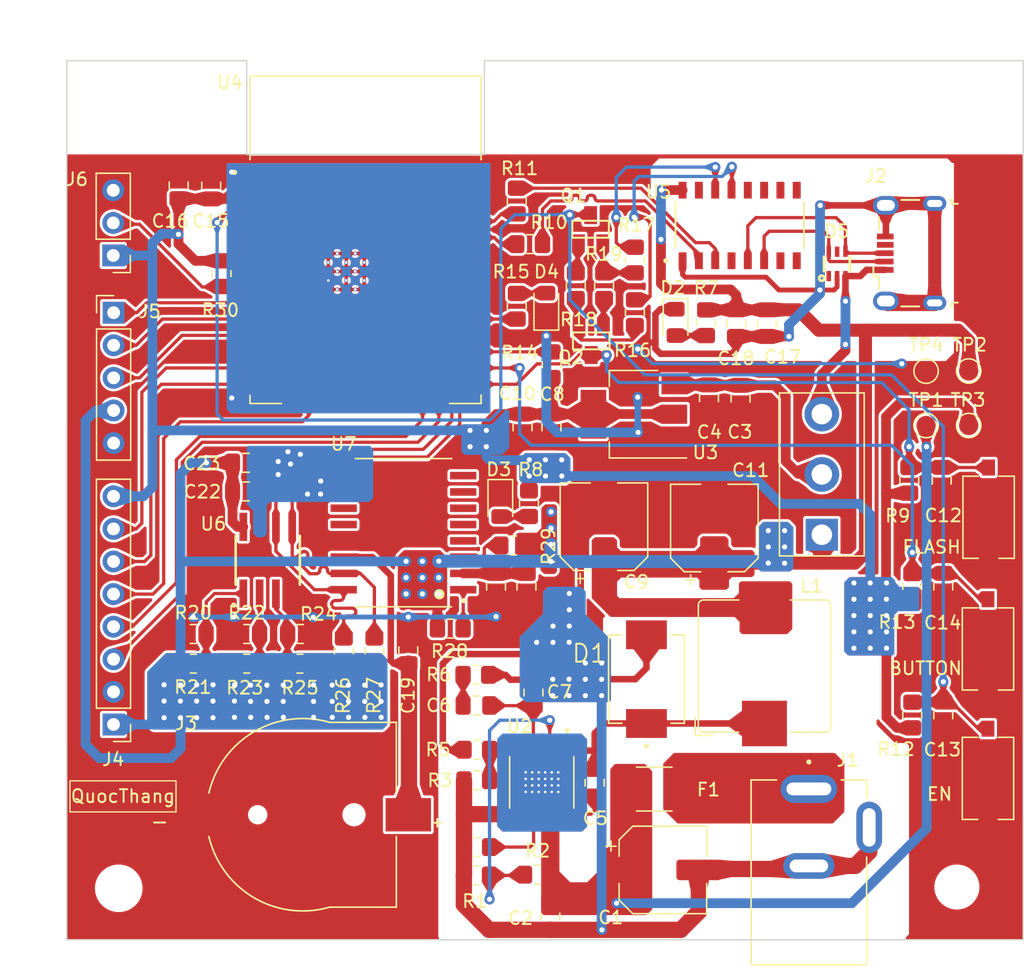
<source format=kicad_pcb>
(kicad_pcb (version 20221018) (generator pcbnew)
  (layers (0 "F.Cu" signal) (31 "B.Cu" signal) (34 "B.Paste" user) (35 "F.Paste" user) (36 "B.SilkS" user "B.Silkscreen") (37 "F.SilkS" user "F.Silkscreen") (38 "B.Mask" user) (39 "F.Mask" user) (44 "Edge.Cuts" user))
  (net 0 "")
  (net 1 "V_USB")
  (net 2 "GND")
  (net 3 "Net-(C6-Pad1)")
  (net 4 "Net-(U2-BST)")
  (net 5 "FLASH")
  (net 6 "EN")
  (net 7 "BUTTON CHECK")
  (net 8 "+3.3V")
  (net 9 "Vin")
  (net 10 "/USB_To_TTL/D_N")
  (net 11 "/USB_To_TTL/D_P")
  (net 12 "Net-(F1-Pad1)")
  (net 14 "Net-(J3-POS)")
  (net 15 "SPI_CS0")
  (net 16 "SPI_RESET")
  (net 17 "SPI_RS")
  (net 18 "SPI_MOSI")
  (net 19 "SPI_SCLK")
  (net 20 "Phase A")
  (net 21 "Phase B")
  (net 22 "SW")
  (net 23 "ONE WIRE")
  (net 24 "Net-(Q1-Pad1)")
  (net 25 "RTS")
  (net 26 "DTR")
  (net 27 "Net-(D2-A)")
  (net 29 "Net-(U2-SW)")
  (net 30 "Net-(U2-COMP)")
  (net 31 "Net-(U2-EN)")
  (net 32 "Net-(U2-FB)")
  (net 33 "LED TEST")
  (net 34 "Net-(U2-FREQ)")
  (net 35 "Net-(U4-RXD0)")
  (net 36 "Net-(U4-TXD0)")
  (net 37 "Net-(U4-IO16)")
  (net 38 "Net-(U5-~{DTR})")
  (net 39 "SCL")
  (net 40 "SDA")
  (net 41 "Net-(U5-~{RTS})")
  (net 42 "Net-(U6-A0)")
  (net 43 "U0_P")
  (net 44 "Net-(U6-A1)")
  (net 45 "U0_N")
  (net 46 "Net-(U6-A2)")
  (net 47 "Net-(U7-32KHZ)")
  (net 48 "Net-(U7-SQW{slash}~{INT})")
  (net 66 "Net-(D3-A)")
  (net 67 "Net-(D4-A)")
  (net 74 "Net-(Q2-Pad1)")
  (net 77 "+5V")
  (net 79 "Net-(SW4-MID)")
  (footprint "Resistor_SMD:R_0805_2012Metric_Pad1.20x1.40mm_HandSolder" (layer "F.Cu") (at 123.92 85.4)
    (fp_text reference "R23" (at -0.153 1.883) (layer "F.SilkS"))
    (fp_text value "4.7k")
    (pad "1" smd roundrect (at -1 0) (size 1.2 1.4) (layers "F.Cu" "F.Paste" "F.Mask") (roundrect_rratio 0.2083333333) (net 77 "+5V"))
    (pad "2" smd roundrect (at 1 0) (size 1.2 1.4) (layers "F.Cu" "F.Paste" "F.Mask") (roundrect_rratio 0.2083333333) (net 44 "Net-(U6-A1)"))
  )
  (footprint "Capacitor_SMD:C_0805_2012Metric_Pad1.18x1.45mm_HandSolder" (layer "F.Cu") (at 178.167 89.43 -90)
    (fp_text reference "C13" (at 2.6795 0.067) (layer "F.SilkS"))
    (fp_text value "100nF, 16V")
    (pad "1" smd roundrect (at -1.0375 0 270) (size 1.175 1.45) (layers "F.Cu" "F.Paste" "F.Mask") (roundrect_rratio 0.2127659574) (net 6 "EN"))
    (pad "2" smd roundrect (at 1.0375 0 270) (size 1.175 1.45) (layers "F.Cu" "F.Paste" "F.Mask") (roundrect_rratio 0.2127659574) (net 2 "GND"))
  )
  (footprint "Capacitor_SMD:C_0805_2012Metric_Pad1.18x1.45mm_HandSolder" (layer "F.Cu") (at 123.85 71.98)
    (fp_text reference "C22" (at -3.383 0.028) (layer "F.SilkS"))
    (fp_text value "0.1uF")
    (pad "1" smd roundrect (at -1.0375 0) (size 1.175 1.45) (layers "F.Cu" "F.Paste" "F.Mask") (roundrect_rratio 0.2127659574) (net 77 "+5V"))
    (pad "2" smd roundrect (at 1.0375 0) (size 1.175 1.45) (layers "F.Cu" "F.Paste" "F.Mask") (roundrect_rratio 0.2127659574) (net 2 "GND"))
  )
  (footprint "Resistor_SMD:R_0805_2012Metric_Pad1.20x1.40mm_HandSolder" (layer "F.Cu") (at 133.86 84.4 90)
    (fp_text reference "R27" (at -3.483 -0.043 90) (layer "F.SilkS"))
    (fp_text value "4.7k")
    (pad "1" smd roundrect (at -1 0 90) (size 1.2 1.4) (layers "F.Cu" "F.Paste" "F.Mask") (roundrect_rratio 0.2083333333) (net 77 "+5V"))
    (pad "2" smd roundrect (at 1 0 90) (size 1.2 1.4) (layers "F.Cu" "F.Paste" "F.Mask") (roundrect_rratio 0.2083333333) (net 40 "SDA"))
  )
  (footprint "Resistor_SMD:R_0805_2012Metric_Pad1.20x1.40mm_HandSolder" (layer "F.Cu") (at 119.76 85.4)
    (fp_text reference "R21" (at -0.043 1.833) (layer "F.SilkS"))
    (fp_text value "4.7k")
    (pad "1" smd roundrect (at -1 0) (size 1.2 1.4) (layers "F.Cu" "F.Paste" "F.Mask") (roundrect_rratio 0.2083333333) (net 77 "+5V"))
    (pad "2" smd roundrect (at 1 0) (size 1.2 1.4) (layers "F.Cu" "F.Paste" "F.Mask") (roundrect_rratio 0.2083333333) (net 42 "Net-(U6-A0)"))
  )
  (footprint "Capacitor_SMD:C_0805_2012Metric_Pad1.18x1.45mm_HandSolder" (layer "F.Cu") (at 164.43 58.865 90)
    (fp_text reference "C17" (at -2.633 1.217) (layer "F.SilkS"))
    (fp_text value "22uF")
    (pad "1" smd roundrect (at -1.0375 0 90) (size 1.175 1.45) (layers "F.Cu" "F.Paste" "F.Mask") (roundrect_rratio 0.2127659574) (net 2 "GND"))
    (pad "2" smd roundrect (at 1.0375 0 90) (size 1.175 1.45) (layers "F.Cu" "F.Paste" "F.Mask") (roundrect_rratio 0.2127659574) (net 77 "+5V"))
  )
  (footprint "MountingHole:MountingHole_3.2mm_M3" (layer "F.Cu") (at 179.23 42.555)
    (fp_text reference "H4" hide)
    (fp_text value "MountingHole")
    (pad "" np_thru_hole circle (at 0 0) (size 3.2 3.2) (drill 3.2) (layers "*.Cu" "*.Mask"))
  )
  (footprint "Resistor_SMD:R_0805_2012Metric_Pad1.20x1.40mm_HandSolder" (layer "F.Cu") (at 141.84 92.11 180)
    (fp_text reference "R5" (at 3.023 0.002) (layer "F.SilkS"))
    (fp_text value "220k")
    (pad "1" smd roundrect (at -1 0 180) (size 1.2 1.4) (layers "F.Cu" "F.Paste" "F.Mask") (roundrect_rratio 0.2083333333) (net 32 "Net-(U2-FB)"))
    (pad "2" smd roundrect (at 1 0 180) (size 1.2 1.4) (layers "F.Cu" "F.Paste" "F.Mask") (roundrect_rratio 0.2083333333) (net 77 "+5V"))
  )
  (footprint "Resistor_SMD:R_0805_2012Metric_Pad1.20x1.40mm_HandSolder" (layer "F.Cu") (at 146.55 101.845 180)
    (fp_text reference "R2" (at -0.02 1.86) (layer "F.SilkS"))
    (fp_text value "100k")
    (pad "1" smd roundrect (at -1 0 180) (size 1.2 1.4) (layers "F.Cu" "F.Paste" "F.Mask") (roundrect_rratio 0.2083333333) (net 9 "Vin"))
    (pad "2" smd roundrect (at 1 0 180) (size 1.2 1.4) (layers "F.Cu" "F.Paste" "F.Mask") (roundrect_rratio 0.2083333333) (net 31 "Net-(U2-EN)"))
  )
  (footprint "MountingHole:MountingHole_3.2mm_M3" (layer "F.Cu") (at 113.95 102.908)
    (fp_text reference "H1" hide)
    (fp_text value "MountingHole")
    (pad "" np_thru_hole circle (at 0 0) (size 3.2 3.2) (drill 3.2) (layers "*.Cu" "*.Mask"))
  )
  (footprint "Capacitor_SMD:C_0805_2012Metric_Pad1.18x1.45mm_HandSolder" (layer "F.Cu") (at 118.62 48.13 90)
    (fp_text reference "C16" (at -2.778 -0.653 180) (layer "F.SilkS"))
    (fp_text value "22uF")
    (pad "1" smd roundrect (at -1.0375 0 90) (size 1.175 1.45) (layers "F.Cu" "F.Paste" "F.Mask") (roundrect_rratio 0.2127659574) (net 8 "+3.3V"))
    (pad "2" smd roundrect (at 1.0375 0 90) (size 1.175 1.45) (layers "F.Cu" "F.Paste" "F.Mask") (roundrect_rratio 0.2127659574) (net 2 "GND"))
  )
  (footprint "Resistor_SMD:R_0805_2012Metric_Pad1.20x1.40mm_HandSolder" (layer "F.Cu") (at 131.48 84.4 90)
    (fp_text reference "R26" (at -3.483 -0.063 270) (layer "F.SilkS"))
    (fp_text value "4.7k")
    (pad "1" smd roundrect (at -1 0 90) (size 1.2 1.4) (layers "F.Cu" "F.Paste" "F.Mask") (roundrect_rratio 0.2083333333) (net 77 "+5V"))
    (pad "2" smd roundrect (at 1 0 90) (size 1.2 1.4) (layers "F.Cu" "F.Paste" "F.Mask") (roundrect_rratio 0.2083333333) (net 39 "SCL"))
  )
  (footprint "Resistor_SMD:R_0805_2012Metric_Pad1.20x1.40mm_HandSolder" (layer "F.Cu") (at 154.15 53.95 90)
    (fp_text reference "R17" (at 2.742 0.117 180) (layer "F.SilkS"))
    (fp_text value "22")
    (pad "1" smd roundrect (at -1 0 90) (size 1.2 1.4) (layers "F.Cu" "F.Paste" "F.Mask") (roundrect_rratio 0.2083333333) (net 25 "RTS"))
    (pad "2" smd roundrect (at 1 0 90) (size 1.2 1.4) (layers "F.Cu" "F.Paste" "F.Mask") (roundrect_rratio 0.2083333333) (net 41 "Net-(U5-~{RTS})"))
  )
  (footprint "Resistor_SMD:R_0805_2012Metric_Pad1.20x1.40mm_HandSolder" (layer "F.Cu") (at 149.55 55.95 -90)
    (fp_text reference "R18" (at 2.635 -0.22 -180) (layer "F.SilkS"))
    (fp_text value "10k")
    (pad "1" smd roundrect (at -1 0 270) (size 1.2 1.4) (layers "F.Cu" "F.Paste" "F.Mask") (roundrect_rratio 0.2083333333) (net 24 "Net-(Q1-Pad1)"))
    (pad "2" smd roundrect (at 1 0 270) (size 1.2 1.4) (layers "F.Cu" "F.Paste" "F.Mask") (roundrect_rratio 0.2083333333) (net 26 "DTR"))
  )
  (footprint "MMBT2222A:MMBT2222A" (layer "F.Cu") (at 150.7 51.55)
    (fp_text reference "Q1" (at -1.333 -2.617) (layer "F.SilkS") (effects (font (size 1.000669 1.000669))))
    (fp_text value "MMBT2222A")
    (pad "1" smd rect (at -0.95 1.1) (size 1 1.4) (layers "F.Cu" "F.Paste" "F.Mask") (net 24 "Net-(Q1-Pad1)"))
    (pad "2" smd rect (at 0.95 1.1) (size 1 1.4) (layers "F.Cu" "F.Paste" "F.Mask") (net 25 "RTS"))
    (pad "3" smd rect (at 0 -1.1) (size 1 1.4) (layers "F.Cu" "F.Paste" "F.Mask") (net 6 "EN"))
  )
  (footprint "Connector_PinHeader_2.54mm:PinHeader_1x08_P2.54mm_Vertical" (layer "F.Cu") (at 113.54 90.14 180)
    (fp_text reference "J4" (at 0.023 -2.718) (layer "F.SilkS"))
    (fp_text value "Conn_01x08_Pin")
    (pad "1" thru_hole rect (at 0 0 180) (size 1.7 1.7) (drill 1) (layers "*.Cu" "*.Mask") (net 77 "+5V"))
    (pad "2" thru_hole oval (at 0 2.54 180) (size 1.7 1.7) (drill 1) (layers "*.Cu" "*.Mask") (net 2 "GND"))
    (pad "3" thru_hole oval (at 0 5.08 180) (size 1.7 1.7) (drill 1) (layers "*.Cu" "*.Mask") (net 16 "SPI_RESET"))
    (pad "4" thru_hole oval (at 0 7.62 180) (size 1.7 1.7) (drill 1) (layers "*.Cu" "*.Mask") (net 15 "SPI_CS0"))
    (pad "5" thru_hole oval (at 0 10.16 180) (size 1.7 1.7) (drill 1) (layers "*.Cu" "*.Mask") (net 18 "SPI_MOSI"))
    (pad "6" thru_hole oval (at 0 12.7 180) (size 1.7 1.7) (drill 1) (layers "*.Cu" "*.Mask") (net 17 "SPI_RS"))
    (pad "7" thru_hole oval (at 0 15.24 180) (size 1.7 1.7) (drill 1) (layers "*.Cu" "*.Mask") (net 19 "SPI_SCLK"))
    (pad "8" thru_hole oval (at 0 17.78 180) (size 1.7 1.7) (drill 1) (layers "*.Cu" "*.Mask") (net 8 "+3.3V"))
  )
  (footprint "Capacitor_SMD:C_0805_2012Metric_Pad1.18x1.45mm_HandSolder" (layer "F.Cu") (at 141.81 88.66)
    (fp_text reference "C6" (at -2.943 -0.002 180) (layer "F.SilkS"))
    (fp_text value "150pF")
    (pad "1" smd roundrect (at -1.0375 0) (size 1.175 1.45) (layers "F.Cu" "F.Paste" "F.Mask") (roundrect_rratio 0.2127659574) (net 3 "Net-(C6-Pad1)"))
    (pad "2" smd roundrect (at 1.0375 0) (size 1.175 1.45) (layers "F.Cu" "F.Paste" "F.Mask") (roundrect_rratio 0.2127659574) (net 30 "Net-(U2-COMP)"))
  )
  (footprint "Capacitor_SMD:C_0805_2012Metric_Pad1.18x1.45mm_HandSolder" (layer "F.Cu") (at 159.92 64.715 90)
    (fp_text reference "C4" (at -2.6455 0.027) (layer "F.SilkS"))
    (fp_text value "100nF")
    (pad "1" smd roundrect (at -1.0375 0 90) (size 1.175 1.45) (layers "F.Cu" "F.Paste" "F.Mask") (roundrect_rratio 0.2127659574) (net 2 "GND"))
    (pad "2" smd roundrect (at 1.0375 0 90) (size 1.175 1.45) (layers "F.Cu" "F.Paste" "F.Mask") (roundrect_rratio 0.2127659574) (net 79 "Net-(SW4-MID)"))
  )
  (footprint "LED_SMD:LED_0805_2012Metric_Pad1.15x1.40mm_HandSolder" (layer "F.Cu") (at 143.67 72.915 -90)
    (fp_text reference "D3" (at -2.65 0.12) (layer "F.SilkS"))
    (fp_text value "LED")
    (pad "1" smd roundrect (at -1.025 0 270) (size 1.15 1.4) (layers "F.Cu" "F.Paste" "F.Mask") (roundrect_rratio 0.2173913043) (net 2 "GND"))
    (pad "2" smd roundrect (at 1.025 0 270) (size 1.15 1.4) (layers "F.Cu" "F.Paste" "F.Mask") (roundrect_rratio 0.2173913043) (net 66 "Net-(D3-A)"))
  )
  (footprint "Button_Switch_SMD:SW_Tactile_SPST_NO_Straight_CK_PTS636Sx25SMTRLFS" (layer "F.Cu") (at 181.7 73.9925 -90)
    (fp_text reference "FLASH" (at 2.3225 4.44 unlocked) (layer "F.SilkS"))
    (fp_text value "SW_Push")
    (pad "1" smd rect (at -3.875 0 270) (size 1.25 1) (layers "F.Cu" "F.Paste" "F.Mask") (net 5 "FLASH"))
    (pad "2" smd rect (at 3.875 0 270) (size 1.25 1) (layers "F.Cu" "F.Paste" "F.Mask") (net 2 "GND"))
  )
  (footprint "Capacitor_SMD:CP_Elec_6.3x5.4" (layer "F.Cu") (at 151.74 74.73 90)
    (fp_text reference "C9" (at -4.303 2.527) (layer "F.SilkS"))
    (fp_text value "22uF")
    (pad "1" smd roundrect (at -2.8 0 90) (size 3.5 1.6) (layers "F.Cu" "F.Paste" "F.Mask") (roundrect_rratio 0.15625) (net 77 "+5V"))
    (pad "2" smd roundrect (at 2.8 0 90) (size 3.5 1.6) (layers "F.Cu" "F.Paste" "F.Mask") (roundrect_rratio 0.15625) (net 2 "GND"))
  )
  (footprint "Capacitor_SMD:C_0805_2012Metric_Pad1.18x1.45mm_HandSolder" (layer "F.Cu") (at 136.5 84.36 90)
    (fp_text reference "C19" (at -3.523 -0.033 90) (layer "F.SilkS"))
    (fp_text value "1uF")
    (pad "1" smd roundrect (at -1.0375 0 90) (size 1.175 1.45) (layers "F.Cu" "F.Paste" "F.Mask") (roundrect_rratio 0.2127659574) (net 14 "Net-(J3-POS)"))
    (pad "2" smd roundrect (at 1.0375 0 90) (size 1.175 1.45) (layers "F.Cu" "F.Paste" "F.Mask") (roundrect_rratio 0.2127659574) (net 2 "GND"))
  )
  (footprint "LED_SMD:LED_0805_2012Metric_Pad1.15x1.40mm_HandSolder" (layer "F.Cu") (at 157.32 58.8075 -90)
    (fp_text reference "D2" (at -2.683 0.217) (layer "F.SilkS"))
    (fp_text value "LED")
    (pad "1" smd roundrect (at -1.025 0 270) (size 1.15 1.4) (layers "F.Cu" "F.Paste" "F.Mask") (roundrect_rratio 0.2173913043) (net 2 "GND"))
    (pad "2" smd roundrect (at 1.025 0 270) (size 1.15 1.4) (layers "F.Cu" "F.Paste" "F.Mask") (roundrect_rratio 0.2173913043) (net 27 "Net-(D2-A)"))
  )
  (footprint "Capacitor_SMD:CP_Elec_6.3x7.7" (layer "F.Cu") (at 160.34 74.83 90)
    (fp_text reference "C11" (at 4.497 2.827 180) (layer "F.SilkS"))
    (fp_text value "47uF")
    (pad "1" smd roundrect (at -2.7 0 90) (size 3.5 1.6) (layers "F.Cu" "F.Paste" "F.Mask") (roundrect_rratio 0.15625) (net 77 "+5V"))
    (pad "2" smd roundrect (at 2.7 0 90) (size 3.5 1.6) (layers "F.Cu" "F.Paste" "F.Mask") (roundrect_rratio 0.15625) (net 2 "GND"))
  )
  (footprint "Capacitor_SMD:C_0805_2012Metric_Pad1.18x1.45mm_HandSolder" (layer "F.Cu") (at 143.335 79.4075 -90)
    (fp_text reference "C21" hide)
    (fp_text value "0.1uF")
    (pad "1" smd roundrect (at -1.0375 0 270) (size 1.175 1.45) (layers "F.Cu" "F.Paste" "F.Mask") (roundrect_rratio 0.2127659574) (net 77 "+5V"))
    (pad "2" smd roundrect (at 1.0375 0 270) (size 1.175 1.45) (layers "F.Cu" "F.Paste" "F.Mask") (roundrect_rratio 0.2127659574) (net 2 "GND"))
  )
  (footprint "Connector_PinHeader_2.54mm:PinHeader_1x05_P2.54mm_Vertical" (layer "F.Cu") (at 113.55 58.05)
    (fp_text reference "J5" (at 2.817 -0.092) (layer "F.SilkS"))
    (fp_text value "Conn_01x05_Pin")
    (pad "1" thru_hole rect (at 0 0) (size 1.7 1.7) (drill 1) (layers "*.Cu" "*.Mask") (net 20 "Phase A"))
    (pad "2" thru_hole oval (at 0 2.54) (size 1.7 1.7) (drill 1) (layers "*.Cu" "*.Mask") (net 21 "Phase B"))
    (pad "3" thru_hole oval (at 0 5.08) (size 1.7 1.7) (drill 1) (layers "*.Cu" "*.Mask") (net 22 "SW"))
    (pad "4" thru_hole oval (at 0 7.62) (size 1.7 1.7) (drill 1) (layers "*.Cu" "*.Mask") (net 77 "+5V"))
    (pad "5" thru_hole oval (at 0 10.16) (size 1.7 1.7) (drill 1) (layers "*.Cu" "*.Mask") (net 2 "GND"))
  )
  (footprint "MMBT2222A:MMBT2222A" (layer "F.Cu") (at 150.75 60.25 180)
    (fp_text reference "Q2" (at 1.583 -1.283) (layer "F.SilkS") (effects (font (size 1.000669 1.000669))))
    (fp_text value "MMBT2222A")
    (pad "1" smd rect (at -0.95 1.1 180) (size 1 1.4) (layers "F.Cu" "F.Paste" "F.Mask") (net 74 "Net-(Q2-Pad1)"))
    (pad "2" smd rect (at 0.95 1.1 180) (size 1 1.4) (layers "F.Cu" "F.Paste" "F.Mask") (net 26 "DTR"))
    (pad "3" smd rect (at 0 -1.1 180) (size 1 1.4) (layers "F.Cu" "F.Paste" "F.Mask") (net 5 "FLASH"))
  )
  (footprint "Resistor_SMD:R_0805_2012Metric_Pad1.20x1.40mm_HandSolder" (layer "F.Cu") (at 123.92 83.09)
    (fp_text reference "R22" (at 0 -1.65) (layer "F.SilkS"))
    (fp_text value "0")
    (pad "1" smd roundrect (at -1 0) (size 1.2 1.4) (layers "F.Cu" "F.Paste" "F.Mask") (roundrect_rratio 0.2083333333) (net 2 "GND"))
    (pad "2" smd roundrect (at 1 0) (size 1.2 1.4) (layers "F.Cu" "F.Paste" "F.Mask") (roundrect_rratio 0.2083333333) (net 44 "Net-(U6-A1)"))
  )
  (footprint "CH340C:SOIC127P600X180-16N" (layer "F.Cu") (at 162.31 51.255 90)
    (fp_text reference "U5" (at 2.617 -6.323) (layer "F.SilkS"))
    (fp_text value "CH340C")
    (pad "1" smd roundrect (at -2.75 -4.445 90) (size 1.31 0.62) (layers "F.Cu" "F.Paste" "F.Mask") (roundrect_rratio 0.08) (net 2 "GND"))
    (pad "2" smd roundrect (at -2.75 -3.175 90) (size 1.31 0.62) (layers "F.Cu" "F.Paste" "F.Mask") (roundrect_rratio 0.08) (net 45 "U0_N"))
    (pad "3" smd roundrect (at -2.75 -1.905 90) (size 1.31 0.62) (layers "F.Cu" "F.Paste" "F.Mask") (roundrect_rratio 0.08) (net 43 "U0_P"))
    (pad "4" smd roundrect (at -2.75 -0.635 90) (size 1.31 0.62) (layers "F.Cu" "F.Paste" "F.Mask") (roundrect_rratio 0.08))
    (pad "5" smd roundrect (at -2.75 0.635 90) (size 1.31 0.62) (layers "F.Cu" "F.Paste" "F.Mask") (roundrect_rratio 0.08) (net 11 "/USB_To_TTL/D_P"))
    (pad "6" smd roundrect (at -2.75 1.905 90) (size 1.31 0.62) (layers "F.Cu" "F.Paste" "F.Mask") (roundrect_rratio 0.08) (net 10 "/USB_To_TTL/D_N"))
    (pad "7" smd roundrect (at -2.75 3.175 90) (size 1.31 0.62) (layers "F.Cu" "F.Paste" "F.Mask") (roundrect_rratio 0.08))
    (pad "8" smd roundrect (at -2.75 4.445 90) (size 1.31 0.62) (layers "F.Cu" "F.Paste" "F.Mask") (roundrect_rratio 0.08))
    (pad "9" smd roundrect (at 2.75 4.445 90) (size 1.31 0.62) (layers "F.Cu" "F.Paste" "F.Mask") (roundrect_rratio 0.08))
    (pad "10" smd roundrect (at 2.75 3.175 90) (size 1.31 0.62) (layers "F.Cu" "F.Paste" "F.Mask") (roundrect_rratio 0.08))
    (pad "11" smd roundrect (at 2.75 1.905 90) (size 1.31 0.62) (layers "F.Cu" "F.Paste" "F.Mask") (roundrect_rratio 0.08))
    (pad "12" smd roundrect (at 2.75 0.635 90) (size 1.31 0.62) (layers "F.Cu" "F.Paste" "F.Mask") (roundrect_rratio 0.08))
    (pad "13" smd roundrect (at 2.75 -0.635 90) (size 1.31 0.62) (layers "F.Cu" "F.Paste" "F.Mask") (roundrect_rratio 0.08) (net 38 "Net-(U5-~{DTR})"))
    (pad "14" smd roundrect (at 2.75 -1.905 90) (size 1.31 0.62) (layers "F.Cu" "F.Paste" "F.Mask") (roundrect_rratio 0.08) (net 41 "Net-(U5-~{RTS})"))
    (pad "15" smd roundrect (at 2.75 -3.175 90) (size 1.31 0.62) (layers "F.Cu" "F.Paste" "F.Mask") (roundrect_rratio 0.08))
    (pad "16" smd roundrect (at 2.75 -4.445 90) (size 1.31 0.62) (layers "F.Cu" "F.Paste" "F.Mask") (roundrect_rratio 0.08) (net 77 "+5V"))
  )
  (footprint "TestPoint:TestPoint_Pad_D1.5mm" (layer "F.Cu") (at 180.15 62.595 180)
    (fp_text reference "TP2" (at -0.06 2.04) (layer "F.SilkS"))
    (fp_text value "TestPoint")
    (pad "1" smd circle (at 0 0 180) (size 1.5 1.5) (layers "F.Cu" "F.Mask") (net 77 "+5V"))
  )
  (footprint "Resistor_SMD:R_0805_2012Metric_Pad1.20x1.40mm_HandSolder" (layer "F.Cu") (at 175.52 71.1125 90)
    (fp_text reference "R9" (at -2.7725 -0.9 180) (layer "F.SilkS"))
    (fp_text value "10k")
    (pad "1" smd roundrect (at -1 0 90) (size 1.2 1.4) (layers "F.Cu" "F.Paste" "F.Mask") (roundrect_rratio 0.2083333333) (net 8 "+3.3V"))
    (pad "2" smd roundrect (at 1 0 90) (size 1.2 1.4) (layers "F.Cu" "F.Paste" "F.Mask") (roundrect_rratio 0.2083333333) (net 5 "FLASH"))
  )
  (footprint "BC501SM:MPD_BC501SM-TR" (layer "F.Cu") (at 128.27 97.175)
    (fp_text reference "J3" (at -9.073 -7.112) (layer "F.SilkS"))
    (fp_text value "BC501SM-TR")
    (fp_text user "+" (at 10.49 0.57) (layer "F.SilkS") (effects (font (size 0.8 0.8))))
    (fp_text user "-" (at -11.14 0.52) (layer "F.SilkS") (effects (font (size 1.12 1.12))))
    (pad "" np_thru_hole circle (at -3.5 0) (size 1 1) (drill 1) (layers "*.Cu" "*.Mask"))
    (pad "" np_thru_hole circle (at 4 0) (size 1.3 1.3) (drill 1.3) (layers "*.Cu" "*.Mask"))
    (pad "+" smd rect (at 8.23 0) (size 3.54 2.6) (layers "F.Cu" "F.Paste" "F.Mask") (net 14 "Net-(J3-POS)"))
    (pad "-" smd rect (at -7.57 0) (size 3.66 2.6) (layers "F.Cu" "F.Paste" "F.Mask") (net 2 "GND"))
  )
  (footprint "Resistor_SMD:R_0805_2012Metric_Pad1.20x1.40mm_HandSolder" (layer "F.Cu") (at 144.95 57.55 90)
    (fp_text reference "R15" (at 2.692 -0.433 180) (layer "F.SilkS"))
    (fp_text value "1k")
    (pad "1" smd roundrect (at -1 0 90) (size 1.2 1.4) (layers "F.Cu" "F.Paste" "F.Mask") (roundrect_rratio 0.2083333333) (net 33 "LED TEST"))
    (pad "2" smd roundrect (at 1 0 90) (size 1.2 1.4) (layers "F.Cu" "F.Paste" "F.Mask") (roundrect_rratio 0.2083333333) (net 67 "Net-(D4-A)"))
  )
  (footprint "Resistor_SMD:R_0805_2012Metric_Pad1.20x1.40mm_HandSolder" (layer "F.Cu") (at 141.83 101.905 180)
    (fp_text reference "R1" (at 0.15 -2.008) (layer "F.SilkS"))
    (fp_text value "24.9k")
    (pad "1" smd roundrect (at -1 0 180) (size 1.2 1.4) (layers "F.Cu" "F.Paste" "F.Mask") (roundrect_rratio 0.2083333333) (net 31 "Net-(U2-EN)"))
    (pad "2" smd roundrect (at 1 0 180) (size 1.2 1.4) (layers "F.Cu" "F.Paste" "F.Mask") (roundrect_rratio 0.2083333333) (net 2 "GND"))
  )
  (footprint "Fuse:Fuse_1812_4532Metric_Pad1.30x3.40mm_HandSolder" (layer "F.Cu") (at 155.66 95.175 180)
    (fp_text reference "F1" (at -4.217 -0.0455) (layer "F.SilkS"))
    (fp_text value "Fuse_Small")
    (pad "1" smd roundrect (at -2.225 0 180) (size 1.3 3.4) (layers "F.Cu" "F.Paste" "F.Mask") (roundrect_rratio 0.1923076923) (net 12 "Net-(F1-Pad1)"))
    (pad "2" smd roundrect (at 2.225 0 180) (size 1.3 3.4) (layers "F.Cu" "F.Paste" "F.Mask") (roundrect_rratio 0.1923076923) (net 9 "Vin"))
  )
  (footprint "Resistor_SMD:R_0805_2012Metric_Pad1.20x1.40mm_HandSolder" (layer "F.Cu") (at 128.06 85.4 180)
    (fp_text reference "R25" (at -0.007 -1.883) (layer "F.SilkS"))
    (fp_text value "4.7k")
    (pad "1" smd roundrect (at -1 0 180) (size 1.2 1.4) (layers "F.Cu" "F.Paste" "F.Mask") (roundrect_rratio 0.2083333333) (net 77 "+5V"))
    (pad "2" smd roundrect (at 1 0 180) (size 1.2 1.4) (layers "F.Cu" "F.Paste" "F.Mask") (roundrect_rratio 0.2083333333) (net 46 "Net-(U6-A2)"))
  )
  (footprint "Resistor_SMD:R_0805_2012Metric_Pad1.20x1.40mm_HandSolder" (layer "F.Cu") (at 159.69 58.835 -90)
    (fp_text reference "R7" (at -2.703 -0.023) (layer "F.SilkS"))
    (fp_text value "1k")
    (pad "1" smd roundrect (at -1 0 270) (size 1.2 1.4) (layers "F.Cu" "F.Paste" "F.Mask") (roundrect_rratio 0.2083333333) (net 77 "+5V"))
    (pad "2" smd roundrect (at 1 0 270) (size 1.2 1.4) (layers "F.Cu" "F.Paste" "F.Mask") (roundrect_rratio 0.2083333333) (net 27 "Net-(D2-A)"))
  )
  (footprint "SS-12D10:SS-12D10" (layer "F.Cu") (at 170.5582 71.7014 90)
    (fp_text reference "SW4" hide)
    (fp_text value "~")
    (pad "1" thru_hole rect (at -3.6536 -1.8482 90) (size 2.5 2.5) (drill 1.6) (layers "*.Cu" "*.Mask") (net 77 "+5V"))
    (pad "2" thru_hole oval (at 1.0464 -1.8482 90) (size 2.7 2.7) (drill 1.6) (layers "*.Cu" "*.Mask") (net 79 "Net-(SW4-MID)"))
    (pad "3" thru_hole oval (at 5.7464 -1.8482 90) (size 2.7 2.7) (drill 1.6) (layers "*.Cu" "*.Mask") (net 1 "V_USB"))
  )
  (footprint "Capacitor_SMD:C_0805_2012Metric_Pad1.18x1.45mm_HandSolder" (layer "F.Cu") (at 147.57 105.105 -90)
    (fp_text reference "C2" (at 0.13 2.32 -180) (layer "F.SilkS"))
    (fp_text value "10uF, 50V")
    (pad "1" smd roundrect (at -1.0375 0 270) (size 1.175 1.45) (layers "F.Cu" "F.Paste" "F.Mask") (roundrect_rratio 0.2127659574) (net 9 "Vin"))
    (pad "2" smd roundrect (at 1.0375 0 270) (size 1.175 1.45) (layers "F.Cu" "F.Paste" "F.Mask") (roundrect_rratio 0.2127659574) (net 2 "GND"))
  )
  (footprint "Resistor_SMD:R_0805_2012Metric_Pad1.20x1.40mm_HandSolder" (layer "F.Cu") (at 144.95 49.35 -90)
    (fp_text reference "R11" (at -2.542 -0.217 -180) (layer "F.SilkS"))
    (fp_text value "0")
    (pad "1" smd roundrect (at -1 0 270) (size 1.2 1.4) (layers "F.Cu" "F.Paste" "F.Mask") (roundrect_rratio 0.2083333333) (net 43 "U0_P"))
    (pad "2" smd roundrect (at 1 0 270) (size 1.2 1.4) (layers "F.Cu" "F.Paste" "F.Mask") (roundrect_rratio 0.2083333333) (net 36 "Net-(U4-TXD0)"))
  )
  (footprint "Resistor_SMD:R_0805_2012Metric_Pad1.20x1.40mm_HandSolder" (layer "F.Cu") (at 151.75 55.95 90)
    (fp_text reference "R19" (at 2.467 -0.033 180) (layer "F.SilkS"))
    (fp_text value "10k")
    (pad "1" smd roundrect (at -1 0 90) (size 1.2 1.4) (layers "F.Cu" "F.Paste" "F.Mask") (roundrect_rratio 0.2083333333) (net 74 "Net-(Q2-Pad1)"))
    (pad "2" smd roundrect (at 1 0 90) (size 1.2 1.4) (layers "F.Cu" "F.Paste" "F.Mask") (roundrect_rratio 0.2083333333) (net 25 "RTS"))
  )
  (footprint "Diode SS34:DIOM7959X265N" (layer "F.Cu") (at 155.05 86.61 90)
    (fp_text reference "D1" (at 2.002 -4.433 180) (layer "F.SilkS") (effects (font (size 1.4 1.4))))
    (fp_text value "SS34")
    (pad "A" smd rect (at 3.455 0 270) (size 2.25 3.18) (layers "F.Cu" "F.Paste" "F.Mask") (net 2 "GND"))
    (pad "C" smd rect (at -3.455 0 90) (size 2.25 3.18) (layers "F.Cu" "F.Paste" "F.Mask") (net 29 "Net-(U2-SW)"))
  )
  (footprint "Resistor_SMD:R_0805_2012Metric_Pad1.20x1.40mm_HandSolder" (layer "F.Cu") (at 141.84 94.49 180)
    (fp_text reference "R3" (at 2.873 -0.018) (layer "F.SilkS"))
    (fp_text value "40.2k")
    (pad "1" smd roundrect (at -1 0 180) (size 1.2 1.4) (layers "F.Cu" "F.Paste" "F.Mask") (roundrect_rratio 0.2083333333) (net 32 "Net-(U2-FB)"))
    (pad "2" smd roundrect (at 1 0 180) (size 1.2 1.4) (layers "F.Cu" "F.Paste" "F.Mask") (roundrect_rratio 0.2083333333) (net 2 "GND"))
  )
  (footprint "Capacitor_SMD:C_0805_2012Metric_Pad1.18x1.45mm_HandSolder" (layer "F.Cu") (at 145.705 79.4075 -90)
    (fp_text reference "C20" hide)
    (fp_text value "1uF")
    (pad "1" smd roundrect (at -1.0375 0 270) (size 1.175 1.45) (layers "F.Cu" "F.Paste" "F.Mask") (roundrect_rratio 0.2127659574) (net 77 "+5V"))
    (pad "2" smd roundrect (at 1.0375 0 270) (size 1.175 1.45) (layers "F.Cu" "F.Paste" "F.Mask") (roundrect_rratio 0.2127659574) (net 2 "GND"))
  )
  (footprint "TestPoint:TestPoint_Pad_D1.5mm" (layer "F.Cu") (at 176.83 62.605 180)
    (fp_text reference "TP4" (at -0.01 2.05) (layer "F.SilkS"))
    (fp_text value "TestPoint")
    (pad "1" smd circle (at 0 0 180) (size 1.5 1.5) (layers "F.Cu" "F.Mask") (net 2 "GND"))
  )
  (footprint "Resistor_SMD:R_0805_2012Metric_Pad1.20x1.40mm_HandSolder" (layer "F.Cu") (at 121.95 55.01 -90)
    (fp_text reference "R30" (at 2.848 0.083 -180) (layer "F.SilkS"))
    (fp_text value "4.7k")
    (pad "1" smd roundrect (at -1 0 270) (size 1.2 1.4) (layers "F.Cu" "F.Paste" "F.Mask") (roundrect_rratio 0.2083333333) (net 8 "+3.3V"))
    (pad "2" smd roundrect (at 1 0 270) (size 1.2 1.4) (layers "F.Cu" "F.Paste" "F.Mask") (roundrect_rratio 0.2083333333) (net 23 "ONE WIRE"))
  )
  (footprint "Capacitor_SMD:C_0805_2012Metric_Pad1.18x1.45mm_HandSolder" (layer "F.Cu") (at 123.85 69.75)
    (fp_text reference "C23" (at -3.433 0.058) (layer "F.SilkS"))
    (fp_text value "1uF")
    (pad "1" smd roundrect (at -1.0375 0) (size 1.175 1.45) (layers "F.Cu" "F.Paste" "F.Mask") (roundrect_rratio 0.2127659574) (net 77 "+5V"))
    (pad "2" smd roundrect (at 1.0375 0) (size 1.175 1.45) (layers "F.Cu" "F.Paste" "F.Mask") (roundrect_rratio 0.2127659574) (net 2 "GND"))
  )
  (footprint "Inductor_SMD:L_Bourns_SRP1038C_10.0x10.0mm" (layer "F.Cu") (at 164.2425 85.59 90)
    (fp_text reference "L1" (at 6.232 3.6745 180) (layer "F.SilkS"))
    (fp_text value "22uH")
    (pad "1" smd rect (at -4.475 0 90) (size 3.55 3.5) (layers "F.Cu" "F.Paste" "F.Mask") (net 29 "Net-(U2-SW)"))
    (pad "2" smd rect (at 4.475 0 90) (size 3.55 3.5) (layers "F.Cu" "F.Paste" "F.Mask") (net 77 "+5V"))
  )
  (footprint "ESP32_WROOM_32E:XCVR_ESP32-WROOM-32E_(16MB)" (layer "F.Cu") (at 133.17 52.38)
    (fp_text reference "U4" (at -10.553 -12.272) (layer "F.SilkS"))
    (fp_text value "ESP32-WROOM-32E_(16MB)")
    (pad "1" smd rect (at -8.75 -5.26) (size 1.5 0.9) (layers "F.Cu" "F.Paste" "F.Mask") (net 2 "GND"))
    (pad "2" smd rect (at -8.75 -3.99) (size 1.5 0.9) (layers "F.Cu" "F.Paste" "F.Mask") (net 8 "+3.3V"))
    (pad "3" smd rect (at -8.75 -2.72) (size 1.5 0.9) (layers "F.Cu" "F.Paste" "F.Mask") (net 6 "EN"))
    (pad "4" smd rect (at -8.75 -1.45) (size 1.5 0.9) (layers "F.Cu" "F.Paste" "F.Mask"))
    (pad "5" smd rect (at -8.75 -0.18) (size 1.5 0.9) (layers "F.Cu" "F.Paste" "F.Mask"))
    (pad "6" smd rect (at -8.75 1.09) (size 1.5 0.9) (layers "F.Cu" "F.Paste" "F.Mask"))
    (pad "7" smd rect (at -8.75 2.36) (size 1.5 0.9) (layers "F.Cu" "F.Paste" "F.Mask"))
    (pad "8" smd rect (at -8.75 3.63) (size 1.5 0.9) (layers "F.Cu" "F.Paste" "F.Mask") (net 23 "ONE WIRE"))
    (pad "9" smd rect (at -8.75 4.9) (size 1.5 0.9) (layers "F.Cu" "F.Paste" "F.Mask") (net 20 "Phase A"))
    (pad "10" smd rect (at -8.75 6.17) (size 1.5 0.9) (layers "F.Cu" "F.Paste" "F.Mask") (net 21 "Phase B"))
    (pad "11" smd rect (at -8.75 7.44) (size 1.5 0.9) (layers "F.Cu" "F.Paste" "F.Mask") (net 22 "SW"))
    (pad "12" smd rect (at -8.75 8.71) (size 1.5 0.9) (layers "F.Cu" "F.Paste" "F.Mask"))
    (pad "13" smd rect (at -8.75 9.98) (size 1.5 0.9) (layers "F.Cu" "F.Paste" "F.Mask") (net 19 "SPI_SCLK"))
    (pad "14" smd rect (at -8.75 11.25) (size 1.5 0.9) (layers "F.Cu" "F.Paste" "F.Mask") (net 17 "SPI_RS"))
    (pad "15" smd rect (at -5.715 12.5) (size 0.9 1.5) (layers "F.Cu" "F.Paste" "F.Mask") (net 2 "GND"))
    (pad "16" smd rect (at -4.445 12.5) (size 0.9 1.5) (layers "F.Cu" "F.Paste" "F.Mask") (net 18 "SPI_MOSI"))
    (pad "17" smd rect (at -3.175 12.5) (size 0.9 1.5) (layers "F.Cu" "F.Paste" "F.Mask"))
    (pad "18" smd rect (at -1.905 12.5) (size 0.9 1.5) (layers "F.Cu" "F.Paste" "F.Mask"))
    (pad "19" smd rect (at -0.635 12.5) (size 0.9 1.5) (layers "F.Cu" "F.Paste" "F.Mask"))
    (pad "20" smd rect (at 0.635 12.5) (size 0.9 1.5) (layers "F.Cu" "F.Paste" "F.Mask"))
    (pad "21" smd rect (at 1.905 12.5) (size 0.9 1.5) (layers "F.Cu" "F.Paste" "F.Mask"))
    (pad "22" smd rect (at 3.175 12.5) (size 0.9 1.5) (layers "F.Cu" "F.Paste" "F.Mask"))
    (pad "23" smd rect (at 4.445 12.5) (size 0.9 1.5) (layers "F.Cu" "F.Paste" "F.Mask") (net 15 "SPI_CS0"))
    (pad "24" smd rect (at 5.715 12.5) (size 0.9 1.5) (layers "F.Cu" "F.Paste" "F.Mask") (net 16 "SPI_RESET"))
    (pad "25" smd rect (at 8.75 11.25) (size 1.5 0.9) (layers "F.Cu" "F.Paste" "F.Mask") (net 5 "FLASH"))
    (pad "26" smd rect (at 8.75 9.98) (size 1.5 0.9) (layers "F.Cu" "F.Paste" "F.Mask") (net 7 "BUTTON CHECK"))
    (pad "27" smd rect (at 8.75 8.71) (size 1.5 0.9) (layers "F.Cu" "F.Paste" "F.Mask") (net 37 "Net-(U4-IO16)"))
    (pad "28" smd rect (at 8.75 7.44) (size 1.5 0.9) (layers "F.Cu" "F.Paste" "F.Mask"))
    (pad "29" smd rect (at 8.75 6.17) (size 1.5 0.9) (layers "F.Cu" "F.Paste" "F.Mask") (net 33 "LED TEST"))
    (pad "30" smd rect (at 8.75 4.9) (size 1.5 0.9) (layers "F.Cu" "F.Paste" "F.Mask") (net 40 "SDA"))
    (pad "31" smd rect (at 8.75 3.63) (size 1.5 0.9) (layers "F.Cu" "F.Paste" "F.Mask") (net 39 "SCL"))
    (pad "32" smd rect (at 8.75 2.36) (size 1.5 0.9) (layers "F.Cu" "F.Paste" "F.Mask"))
    (pad "33" smd rect (at 8.75 1.09) (size 1.5 0.9) (layers "F.Cu" "F.Paste" "F.Mask"))
    (pad "34" smd rect (at 8.75 -0.18) (size 1.5 0.9) (layers "F.Cu" "F.Paste" "F.Mask") (net 35 "Net-(U4-RXD0)"))
    (pad "35" smd rect (at 8.75 -1.45) (size 1.5 0.9) (layers "F.Cu" "F.Paste" "F.Mask") (net 36 "Net-(U4-TXD0)"))
    (pad "36" smd rect (at 8.75 -2.72) (size 1.5 0.9) (layers "F.Cu" "F.Paste" "F.Mask"))
    (pad "37" smd rect (at 8.75 -3.99) (size 1.5 0.9) (layers "F.Cu" "F.Paste" "F.Mask"))
    (pad "38" smd rect (at 8.75 -5.26) (size 1.5 0.9) (layers "F.Cu" "F.Paste" "F.Mask") (net 2 "GND"))
    (pad "39_1" smd rect (at -2.9 1.06) (size 0.9 0.9) (layers "F.Cu" "F.Paste" "F.Mask") (net 2 "GND"))
    (pad "39_2" smd rect (at -1.5 1.06) (size 0.9 0.9) (layers "F.Cu" "F.Paste" "F.Mask") (net 2 "GND"))
    (pad "39_3" smd rect (at -0.1 1.06) (size 0.9 0.9) (layers "F.Cu" "F.Paste" "F.Mask") (net 2 "GND"))
    (pad "39_4" smd rect (at -2.9 2.46) (size 0.9 0.9) (layers "F.Cu" "F.Paste" "F.Mask") (net 2 "GND"))
    (pad "39_5" smd rect (at -1.5 2.46) (size 0.9 0.9) (layers "F.Cu" "F.Paste" "F.Mask") (net 2 "GND"))
    (pad "39_6" smd rect (at -0.1 2.46) (size 0.9 0.9) (layers "F.Cu" "F.Paste" "F.Mask") (net 2 "GND"))
    (pad "39_7" smd rect (at -2.9 3.86) (size 0.9 0.9) (layers "F.Cu" "F.Paste" "F.Mask") (net 2 "GND"))
    (pad "39_8" smd rect (at -1.5 3.86) (size 0.9 0.9) (layers "F.Cu" "F.Paste" "F.Mask") (net 2 "GND"))
    (pad "39_9" smd rect (at -0.1 3.86) (size 0.9 0.9) (layers "F.Cu" "F.Paste" "F.Mask") (net 2 "GND"))
    (pad "39_10" thru_hole circle (at -2.2 1.06) (size 0.3 0.3) (drill 0.2) (layers "*.Cu"))
    (pad "39_11" thru_hole circle (at -0.8 1.06) (size 0.3 0.3) (drill 0.2) (layers "*.Cu"))
    (pad "39_12" thru_hole circle (at -2.9 1.76) (size 0.3 0.3) (drill 0.2) (layers "*.Cu"))
    (pad "39_13" thru_hole circle (at -1.5 1.76) (size 0.3 0.3) (drill 0.2) (layers "*.Cu"))
    (pad "39_14" thru_hole circle (at -0.1 1.76) (size 0.3 0.3) (drill 0.2) (layers "*.Cu"))
    (pad "39_15" thru_hole circle (at -2.2 2.46) (size 0.3 0.3) (drill 0.2) (layers "*.Cu"))
    (pad "39_16" thru_hole circle (at -0.8 2.46) (size 0.3 0.3) (drill 0.2) (layers "*.Cu"))
    (pad "39_17" thru_hole circle (at -2.9 3.16) (size 0.3 0.3) (drill 0.2) (layers "*.Cu"))
    (pad "39_18" thru_hole circle (at -1.5 3.16) (size 0.3 0.3) (drill 0.2) (layers "*.Cu"))
    (pad "39_19" thru_hole circle (at -0.1 3.16) (size 0.3 0.3) (drill 0.2) (layers "*.Cu"))
    (pad "39_20" thru_hole circle (at -2.2 3.86) (size 0.3 0.3) (drill 0.2) (layers "*.Cu"))
    (pad "39_21" thru_hole circle (at -0.8 3.86) (size 0.3 0.3) (drill 0.2) (layers "*.Cu"))
    (zone (net 0) (net_name "") (layer "F.Cu") (connect_pads (clearance 0)) (min_thickness 0.01)
      (keepout (tracks not_allowed) (vias not_allowed) (pads not_allowed) (copperpour not_allowed) (footprints allowed))
      (fill (thermal_gap 0.508) (thermal_bridge_width 0.508))
      (polygon (pts (xy 124.17 39.63) (xy 142.17 39.63) (xy 142.17 45.82) (xy 124.17 45.82)))
    )
  )
  (footprint "Resistor_SMD:R_0805_2012Metric_Pad1.20x1.40mm_HandSolder" (layer "F.Cu") (at 145.95 52.71 180)
    (fp_text reference "R10" (at -1.517 1.702) (layer "F.SilkS"))
    (fp_text value "0")
    (pad "1" smd roundrect (at -1 0 180) (size 1.2 1.4) (layers "F.Cu" "F.Paste" "F.Mask") (roundrect_rratio 0.2083333333) (net 45 "U0_N"))
    (pad "2" smd roundrect (at 1 0 180) (size 1.2 1.4) (layers "F.Cu" "F.Paste" "F.Mask") (roundrect_rratio 0.2083333333) (net 35 "Net-(U4-RXD0)"))
  )
  (footprint "SMF05C:SC70-6" (layer "F.Cu") (at 169.9 54.25)
    (fp_text reference "D5" (at -0.033 -2.542) (layer "F.SilkS") (effects (font (size 1.001283 1.001283))))
    (fp_text value "SMF05C")
    (pad "1" smd rect (at -0.65 0.95) (size 0.35 0.8) (layers "F.Cu"))
    (pad "2" smd rect (at 0 0.95) (size 0.35 0.8) (layers "F.Cu") (net 2 "GND"))
    (pad "3" smd rect (at 0.65 0.95) (size 0.35 0.8) (layers "F.Cu") (net 1 "V_USB"))
    (pad "4" smd rect (at 0.65 -0.95) (size 0.35 0.8) (layers "F.Cu") (net 11 "/USB_To_TTL/D_P"))
    (pad "5" smd rect (at 0 -0.95) (size 0.35 0.8) (layers "F.Cu"))
    (pad "6" smd rect (at -0.65 -0.95) (size 0.35 0.8) (layers "F.Cu") (net 10 "/USB_To_TTL/D_N"))
  )
  (footprint "DS3231SN:DS3231SN" (layer "F.Cu") (at 136.125 75.195 180)
    (fp_text reference "U7" (at 4.658 6.912) (layer "F.SilkS") (effects (font (size 1.001969 1.001969))))
    (fp_text value "DS3231SN#")
    (pad "1" smd roundrect (at -4.655 -4.445 180) (size 2.05 0.59) (layers "F.Cu" "F.Paste" "F.Mask") (roundrect_rratio 0.07) (net 47 "Net-(U7-32KHZ)"))
    (pad "2" smd roundrect (at -4.655 -3.175 180) (size 2.05 0.59) (layers "F.Cu" "F.Paste" "F.Mask") (roundrect_rratio 0.07) (net 77 "+5V"))
    (pad "3" smd roundrect (at -4.655 -1.905 180) (size 2.05 0.59) (layers "F.Cu" "F.Paste" "F.Mask") (roundrect_rratio 0.07) (net 48 "Net-(U7-SQW{slash}~{INT})"))
    (pad "4" smd roundrect (at -4.655 -0.635 180) (size 2.05 0.59) (layers "F.Cu" "F.Paste" "F.Mask") (roundrect_rratio 0.07))
    (pad "5" smd roundrect (at -4.655 0.635 180) (size 2.05 0.59) (layers "F.Cu" "F.Paste" "F.Mask") (roundrect_rratio 0.07))
    (pad "6" smd roundrect (at -4.655 1.905 180) (size 2.05 0.59) (layers "F.Cu" "F.Paste" "F.Mask") (roundrect_rratio 0.07))
    (pad "7" smd roundrect (at -4.655 3.175 180) (size 2.05 0.59) (layers "F.Cu" "F.Paste" "F.Mask") (roundrect_rratio 0.07))
    (pad "8" smd roundrect (at -4.655 4.445 180) (size 2.05 0.59) (layers "F.Cu" "F.Paste" "F.Mask") (roundrect_rratio 0.07))
    (pad "9" smd roundrect (at 4.655 4.445 180) (size 2.05 0.59) (layers "F.Cu" "F.Paste" "F.Mask") (roundrect_rratio 0.07))
    (pad "10" smd roundrect (at 4.655 3.175 180) (size 2.05 0.59) (layers "F.Cu" "F.Paste" "F.Mask") (roundrect_rratio 0.07))
    (pad "11" smd roundrect (at 4.655 1.905 180) (size 2.05 0.59) (layers "F.Cu" "F.Paste" "F.Mask") (roundrect_rratio 0.07))
    (pad "12" smd roundrect (at 4.655 0.635 180) (size 2.05 0.59) (layers "F.Cu" "F.Paste" "F.Mask") (roundrect_rratio 0.07))
    (pad "13" smd roundrect (at 4.655 -0.635 180) (size 2.05 0.59) (layers "F.Cu" "F.Paste" "F.Mask") (roundrect_rratio 0.07) (net 2 "GND"))
    (pad "14" smd roundrect (at 4.655 -1.905 180) (size 2.05 0.59) (layers "F.Cu" "F.Paste" "F.Mask") (roundrect_rratio 0.07) (net 14 "Net-(J3-POS)"))
    (pad "15" smd roundrect (at 4.655 -3.175 180) (size 2.05 0.59) (layers "F.Cu" "F.Paste" "F.Mask") (roundrect_rratio 0.07) (net 40 "SDA"))
    (pad "16" smd roundrect (at 4.655 -4.445 180) (size 2.05 0.59) (layers "F.Cu" "F.Paste" "F.Mask") (roundrect_rratio 0.07) (net 39 "SCL"))
  )
  (footprint "Package_TO_SOT_SMD:SOT-223-3_TabPin2" (layer "F.Cu") (at 154.07 65.965 180)
    (fp_text reference "U3" (at -5.577 -2.983) (layer "F.SilkS"))
    (fp_text value "LM1117MP-3.3")
    (pad "1" smd rect (at -3.15 -2.3 180) (size 2 1.5) (layers "F.Cu" "F.Paste" "F.Mask") (net 2 "GND"))
    (pad "2" smd rect (at -3.15 0 180) (size 2 1.5) (layers "F.Cu" "F.Paste" "F.Mask") (net 8 "+3.3V"))
    (pad "2" smd rect (at 3.15 0 180) (size 2 3.8) (layers "F.Cu" "F.Paste" "F.Mask") (net 8 "+3.3V"))
    (pad "3" smd rect (at -3.15 2.3 180) (size 2 1.5) (layers "F.Cu" "F.Paste" "F.Mask") (net 79 "Net-(SW4-MID)"))
  )
  (footprint "Resistor_SMD:R_0805_2012Metric_Pad1.20x1.40mm_HandSolder" (layer "F.Cu") (at 145.9 72.935 -90)
    (fp_text reference "R8" (at -2.65 -0.14) (layer "F.SilkS"))
    (fp_text value "1k")
    (pad "1" smd roundrect (at -1 0 270) (size 1.2 1.4) (layers "F.Cu" "F.Paste" "F.Mask") (roundrect_rratio 0.2083333333) (net 8 "+3.3V"))
    (pad "2" smd roundrect (at 1 0 270) (size 1.2 1.4) (layers "F.Cu" "F.Paste" "F.Mask") (roundrect_rratio 0.2083333333) (net 66 "Net-(D3-A)"))
  )
  (footprint "Capacitor_SMD:C_0805_2012Metric_Pad1.18x1.45mm_HandSolder" (layer "F.Cu") (at 151.015 94.68 90)
    (fp_text reference "C5" (at -2.778 0.052 180) (layer "F.SilkS"))
    (fp_text value "100nF")
    (pad "1" smd roundrect (at -1.0375 0 90) (size 1.175 1.45) (layers "F.Cu" "F.Paste" "F.Mask") (roundrect_rratio 0.2127659574) (net 4 "Net-(U2-BST)"))
    (pad "2" smd roundrect (at 1.0375 0 90) (size 1.175 1.45) (layers "F.Cu" "F.Paste" "F.Mask") (roundrect_rratio 0.2127659574) (net 29 "Net-(U2-SW)"))
  )
  (footprint "Resistor_SMD:R_0805_2012Metric_Pad1.20x1.40mm_HandSolder" (layer "F.Cu") (at 141.84 99.695 180)
    (fp_text reference "R4" hide)
    (fp_text value "100k")
    (pad "1" smd roundrect (at -1 0 180) (size 1.2 1.4) (layers "F.Cu" "F.Paste" "F.Mask") (roundrect_rratio 0.2083333333) (net 34 "Net-(U2-FREQ)"))
    (pad "2" smd roundrect (at 1 0 180) (size 1.2 1.4) (layers "F.Cu" "F.Paste" "F.Mask") (roundrect_rratio 0.2083333333) (net 2 "GND"))
  )
  (footprint "Capacitor_SMD:C_0805_2012Metric_Pad1.18x1.45mm_HandSolder" (layer "F.Cu") (at 162.38 64.745 90)
    (fp_text reference "C3" (at -2.5955 -0.053) (layer "F.SilkS"))
    (fp_text value "1uF")
    (pad "1" smd roundrect (at -1.0375 0 90) (size 1.175 1.45) (layers "F.Cu" "F.Paste" "F.Mask") (roundrect_rratio 0.2127659574) (net 2 "GND"))
    (pad "2" smd roundrect (at 1.0375 0 90) (size 1.175 1.45) (layers "F.Cu" "F.Paste" "F.Mask") (roundrect_rratio 0.2127659574) (net 79 "Net-(SW4-MID)"))
  )
  (footprint "Connector_USB:USB_Micro-B_Wuerth_629105150521" (layer "F.Cu") (at 175.55 53.415 90)
    (fp_text reference "J2" (at 6.007 -2.633 180) (layer "F.SilkS"))
    (fp_text value "USB_B_Micro")
    (pad "" np_thru_hole oval (at -2.5 -0.8 90) (size 0.8 0.8) (drill 0.8) (layers "*.Cu" "*.Mask"))
    (pad "" np_thru_hole oval (at 2.5 -0.8 90) (size 0.8 0.8) (drill 0.8) (layers "*.Cu" "*.Mask"))
    (pad "1" smd rect (at -1.3 -1.9 90) (size 0.45 1.3) (layers "F.Cu" "F.Paste" "F.Mask") (net 1 "V_USB"))
    (pad "2" smd rect (at -0.65 -1.9 90) (size 0.45 1.3) (layers "F.Cu" "F.Paste" "F.Mask") (net 10 "/USB_To_TTL/D_N"))
    (pad "3" smd rect (at 0 -1.9 90) (size 0.45 1.3) (layers "F.Cu" "F.Paste" "F.Mask") (net 11 "/USB_To_TTL/D_P"))
    (pad "4" smd rect (at 0.65 -1.9 90) (size 0.45 1.3) (layers "F.Cu" "F.Paste" "F.Mask"))
    (pad "5" smd rect (at 1.3 -1.9 90) (size 0.45 1.3) (layers "F.Cu" "F.Paste" "F.Mask") (net 2 "GND"))
    (pad "6" thru_hole oval (at -3.875 1.95 90) (size 1.15 1.8) (drill oval 0.55 1.2) (layers "*.Cu" "*.Mask") (net 2 "GND"))
    (pad "6" thru_hole oval (at -3.725 -1.85 90) (size 1.45 2) (drill oval 0.85 1.4) (layers "*.Cu" "*.Mask") (net 2 "GND"))
    (pad "6" thru_hole oval (at 3.725 -1.85 90) (size 1.45 2) (drill oval 0.85 1.4) (layers "*.Cu" "*.Mask") (net 2 "GND"))
    (pad "6" thru_hole oval (at 3.875 1.95 90) (size 1.15 1.8) (drill oval 0.55 1.2) (layers "*.Cu" "*.Mask") (net 2 "GND"))
  )
  (footprint "MountingHole:MountingHole_3.2mm_M3" (layer "F.Cu") (at 113.73 42.555)
    (fp_text reference "H3" hide)
    (fp_text value "MountingHole")
    (pad "" np_thru_hole circle (at 0 0) (size 3.2 3.2) (drill 3.2) (layers "*.Cu" "*.Mask"))
  )
  (footprint "Resistor_SMD:R_0805_2012Metric_Pad1.20x1.40mm_HandSolder" (layer "F.Cu") (at 147.667 62.108 -90)
    (fp_text reference "R14" (at -0.943 2.477) (layer "F.SilkS"))
    (fp_text value "10k")
    (pad "1" smd roundrect (at -1 0 270) (size 1.2 1.4) (layers "F.Cu" "F.Paste" "F.Mask") (roundrect_rratio 0.2083333333) (net 37 "Net-(U4-IO16)"))
    (pad "2" smd roundrect (at 1 0 270) (size 1.2 1.4) (layers "F.Cu" "F.Paste" "F.Mask") (roundrect_rratio 0.2083333333) (net 8 "+3.3V"))
  )
  (footprint "MountingHole:MountingHole_3.2mm_M3" (layer "F.Cu") (at 179.23 102.808)
    (fp_text reference "H2" hide)
    (fp_text value "MountingHole")
    (pad "" np_thru_hole circle (at 0 0) (size 3 3) (drill 3) (layers "F&B.Cu" "*.Mask"))
  )
  (footprint "Button_Switch_SMD:SW_Tactile_SPST_NO_Straight_CK_PTS636Sx25SMTRLFS" (layer "F.Cu") (at 181.65 94.3425 -90)
    (fp_text reference "EN" (at 1.2225 3.77 unlocked) (layer "F.SilkS"))
    (fp_text value "SW_Push")
    (pad "1" smd rect (at -3.875 0 270) (size 1.25 1) (layers "F.Cu" "F.Paste" "F.Mask") (net 6 "EN"))
    (pad "2" smd rect (at 3.875 0 270) (size 1.25 1) (layers "F.Cu" "F.Paste" "F.Mask") (net 2 "GND"))
  )
  (footprint "Capacitor_SMD:C_0805_2012Metric_Pad1.18x1.45mm_HandSolder" (layer "F.Cu") (at 145.4 66.99 90)
    (fp_text reference "C10" (at 2.635 -0.41 180) (layer "F.SilkS"))
    (fp_text value "100nF")
    (pad "1" smd roundrect (at -1.0375 0 90) (size 1.175 1.45) (layers "F.Cu" "F.Paste" "F.Mask") (roundrect_rratio 0.2127659574) (net 2 "GND"))
    (pad "2" smd roundrect (at 1.0375 0 90) (size 1.175 1.45) (layers "F.Cu" "F.Paste" "F.Mask") (roundrect_rratio 0.2127659574) (net 8 "+3.3V"))
  )
  (footprint "Resistor_SMD:R_0805_2012Metric_Pad1.20x1.40mm_HandSolder" (layer "F.Cu") (at 175.75 89.405 90)
    (fp_text reference "R12" (at -2.667 -1.26) (layer "F.SilkS"))
    (fp_text value "10k")
    (pad "1" smd roundrect (at -1 0 90) (size 1.2 1.4) (layers "F.Cu" "F.Paste" "F.Mask") (roundrect_rratio 0.2083333333) (net 8 "+3.3V"))
    (pad "2" smd roundrect (at 1 0 90) (size 1.2 1.4) (layers "F.Cu" "F.Paste" "F.Mask") (roundrect_rratio 0.2083333333) (net 6 "EN"))
  )
  (footprint "Capacitor_SMD:C_0805_2012Metric_Pad1.18x1.45mm_HandSolder" (layer "F.Cu") (at 121.15 48.15 90)
    (fp_text reference "C15" (at -2.758 -0.033 180) (layer "F.SilkS"))
    (fp_text value "100nF")
    (pad "1" smd roundrect (at -1.0375 0 90) (size 1.175 1.45) (layers "F.Cu" "F.Paste" "F.Mask") (roundrect_rratio 0.2127659574) (net 8 "+3.3V"))
    (pad "2" smd roundrect (at 1.0375 0 90) (size 1.175 1.45) (layers "F.Cu" "F.Paste" "F.Mask") (roundrect_rratio 0.2127659574) (net 2 "GND"))
  )
  (footprint "Capacitor_SMD:C_0805_2012Metric_Pad1.18x1.45mm_HandSolder" (layer "F.Cu") (at 147.65 66.99 90)
    (fp_text reference "C8" (at 2.582 0.067 180) (layer "F.SilkS"))
    (fp_text value "1uF")
    (pad "1" smd roundrect (at -1.0375 0 90) (size 1.175 1.45) (layers "F.Cu" "F.Paste" "F.Mask") (roundrect_rratio 0.2127659574) (net 2 "GND"))
    (pad "2" smd roundrect (at 1.0375 0 90) (size 1.175 1.45) (layers "F.Cu" "F.Paste" "F.Mask") (roundrect_rratio 0.2127659574) (net 8 "+3.3V"))
  )
  (footprint "Capacitor_SMD:C_0805_2012Metric_Pad1.18x1.45mm_HandSolder" (layer "F.Cu") (at 146.25 87.65 -90)
    (fp_text reference "C7" (at -0.042 -2.017 -180) (layer "F.SilkS"))
    (fp_text value "C_Small")
    (pad "1" smd roundrect (at -1.0375 0 270) (size 1.175 1.45) (layers "F.Cu" "F.Paste" "F.Mask") (roundrect_rratio 0.2127659574) (net 2 "GND"))
    (pad "2" smd roundrect (at 1.0375 0 270) (size 1.175 1.45) (layers "F.Cu" "F.Paste" "F.Mask") (roundrect_rratio 0.2127659574) (net 30 "Net-(U2-COMP)"))
  )
  (footprint "CAT24C32WI-GT3:CAT24C32WI-GT3" (layer "F.Cu") (at 125.555 77.34 90)
    (fp_text reference "U6" (at 2.832 -4.238 180) (layer "F.SilkS") (effects (font (size 1.001819 1.001819))))
    (fp_text value "CAT24C32WI-GT3")
    (pad "1" smd rect (at -2.6 -1.905) (size 0.6 2.2) (layers "F.Cu" "F.Paste" "F.Mask") (net 42 "Net-(U6-A0)"))
    (pad "2" smd rect (at -2.6 -0.635) (size 0.6 2.2) (layers "F.Cu" "F.Paste" "F.Mask") (net 44 "Net-(U6-A1)"))
    (pad "3" smd rect (at -2.6 0.635) (size 0.6 2.2) (layers "F.Cu" "F.Paste" "F.Mask") (net 46 "Net-(U6-A2)"))
    (pad "4" smd rect (at -2.6 1.905) (size 0.6 2.2) (layers "F.Cu" "F.Paste" "F.Mask") (net 2 "GND"))
    (pad "5" smd rect (at 2.6 1.905) (size 0.6 2.2) (layers "F.Cu" "F.Paste" "F.Mask") (net 40 "SDA"))
    (pad "6" smd rect (at 2.6 0.635) (size 0.6 2.2) (layers "F.Cu" "F.Paste" "F.Mask") (net 39 "SCL"))
    (pad "7" smd rect (at 2.6 -0.635) (size 0.6 2.2) (layers "F.Cu" "F.Paste" "F.Mask") (net 2 "GND"))
    (pad "8" smd rect (at 2.6 -1.905) (size 0.6 2.2) (layers "F.Cu" "F.Paste" "F.Mask") (net 77 "+5V"))
  )
  (footprint "Button_Switch_SMD:SW_Tactile_SPST_NO_Straight_CK_PTS636Sx25SMTRLFS" (layer "F.Cu") (at 181.65 84.255 -90)
    (fp_text reference "BUTTON " (at 1.51 4.49 unlocked) (layer "F.SilkS"))
    (fp_text value "SW_Push")
    (pad "1" smd rect (at -3.875 0 270) (size 1.25 1) (layers "F.Cu" "F.Paste" "F.Mask") (net 7 "BUTTON CHECK"))
    (pad "2" smd rect (at 3.875 0 270) (size 1.25 1) (layers "F.Cu" "F.Paste" "F.Mask") (net 2 "GND"))
  )
  (footprint "Resistor_SMD:R_0805_2012Metric_Pad1.20x1.40mm_HandSolder" (layer "F.Cu") (at 175.75 79.38 90)
    (fp_text reference "R13" (at -2.785 -1.18) (layer "F.SilkS"))
    (fp_text value "10k")
    (pad "1" smd roundrect (at -1 0 90) (size 1.2 1.4) (layers "F.Cu" "F.Paste" "F.Mask") (roundrect_rratio 0.2083333333) (net 8 "+3.3V"))
    (pad "2" smd roundrect (at 1 0 90) (size 1.2 1.4) (layers "F.Cu" "F.Paste" "F.Mask") (roundrect_rratio 0.2083333333) (net 7 "BUTTON CHECK"))
  )
  (footprint "Resistor_SMD:R_0805_2012Metric_Pad1.20x1.40mm_HandSolder" (layer "F.Cu") (at 154.15 58.05 90)
    (fp_text reference "R16" (at -2.933 -0.183 180) (layer "F.SilkS"))
    (fp_text value "22")
    (pad "1" smd roundrect (at -1 0 90) (size 1.2 1.4) (layers "F.Cu" "F.Paste" "F.Mask") (roundrect_rratio 0.2083333333) (net 26 "DTR"))
    (pad "2" smd roundrect (at 1 0 90) (size 1.2 1.4) (layers "F.Cu" "F.Paste" "F.Mask") (roundrect_rratio 0.2083333333) (net 38 "Net-(U5-~{DTR})"))
  )
  (footprint "LED_SMD:LED_0805_2012Metric_Pad1.15x1.40mm_HandSolder" (layer "F.Cu") (at 147.25 57.55 90)
    (fp_text reference "D4" (at 2.692 0.017 180) (layer "F.SilkS"))
    (fp_text value "LED")
    (pad "1" smd roundrect (at -1.025 0 90) (size 1.15 1.4) (layers "F.Cu" "F.Paste" "F.Mask") (roundrect_rratio 0.2173913043) (net 2 "GND"))
    (pad "2" smd roundrect (at 1.025 0 90) (size 1.15 1.4) (layers "F.Cu" "F.Paste" "F.Mask") (roundrect_rratio 0.2173913043) (net 67 "Net-(D4-A)"))
  )
  (footprint "Connector_PinHeader_2.54mm:PinHeader_1x03_P2.54mm_Vertical" (layer "F.Cu") (at 113.52 53.595 180)
    (fp_text reference "J6" (at 2.827 5.938) (layer "F.SilkS"))
    (fp_text value "Conn_01x03_Pin")
    (pad "1" thru_hole rect (at 0 0 180) (size 1.7 1.7) (drill 1) (layers "*.Cu" "*.Mask") (net 8 "+3.3V"))
    (pad "2" thru_hole oval (at 0 2.54 180) (size 1.7 1.7) (drill 1) (layers "*.Cu" "*.Mask") (net 23 "ONE WIRE"))
    (pad "3" thru_hole oval (at 0 5.08 180) (size 1.7 1.7) (drill 1) (layers "*.Cu" "*.Mask") (net 2 "GND"))
  )
  (footprint "Capacitor_SMD:C_0805_2012Metric_Pad1.18x1.45mm_HandSolder" (layer "F.Cu") (at 178.05 71.1425 -90)
    (fp_text reference "C12" (at 2.7125 -0.12 -180) (layer "F.SilkS"))
    (fp_text value "100nF, 16V")
    (pad "1" smd roundrect (at -1.0375 0 270) (size 1.175 1.45) (layers "F.Cu" "F.Paste" "F.Mask") (roundrect_rratio 0.2127659574) (net 5 "FLASH"))
    (pad "2" smd roundrect (at 1.0375 0 270) (size 1.175 1.45) (layers "F.Cu" "F.Paste" "F.Mask") (roundrect_rratio 0.2127659574) (net 2 "GND"))
  )
  (footprint "Resistor_SMD:R_0805_2012Metric_Pad1.20x1.40mm_HandSolder" (layer "F.Cu") (at 119.75 83.09)
    (fp_text reference "R20" (at 0 -1.65) (layer "F.SilkS"))
    (fp_text value "0")
    (pad "1" smd roundrect (at -1 0) (size 1.2 1.4) (layers "F.Cu" "F.Paste" "F.Mask") (roundrect_rratio 0.2083333333) (net 2 "GND"))
    (pad "2" smd roundrect (at 1 0) (size 1.2 1.4) (layers "F.Cu" "F.Paste" "F.Mask") (roundrect_rratio 0.2083333333) (net 42 "Net-(U6-A0)"))
  )
  (footprint "Resistor_SMD:R_0805_2012Metric_Pad1.20x1.40mm_HandSolder" (layer "F.Cu") (at 128.1 83.09 180)
    (fp_text reference "R24" (at -1.417 1.557) (layer "F.SilkS"))
    (fp_text value "0")
    (pad "1" smd roundrect (at -1 0 180) (size 1.2 1.4) (layers "F.Cu" "F.Paste" "F.Mask") (roundrect_rratio 0.2083333333) (net 2 "GND"))
    (pad "2" smd roundrect (at 1 0 180) (size 1.2 1.4) (layers "F.Cu" "F.Paste" "F.Mask") (roundrect_rratio 0.2083333333) (net 46 "Net-(U6-A2)"))
  )
  (footprint "DC-005-5A-2.0:DC-005-5A-2.0" (layer "F.Cu") (at 167.7 101.1625 90)
    (fp_text reference "J1" (at 8.2545 3.017 180) (layer "F.SilkS"))
    (fp_text value "DC-005-5A-2.0")
    (pad "1" thru_hole oval (at 6 0 90) (size 2.2 4.4) (drill oval 1 3.5) (layers "*.Cu" "*.Mask") (net 12 "Net-(F1-Pad1)"))
    (pad "2" thru_hole oval (at 0 0 90) (size 2 4) (drill oval 1 3) (layers "*.Cu" "*.Mask") (net 2 "GND"))
    (pad "3" thru_hole oval (at 3 4.7 90) (size 4 2) (drill oval 3 1) (layers "*.Cu" "*.Mask") (net 2 "GND"))
  )
  (footprint "MP1584EN-LF-Z:SOIC127P600X170-9N" (layer "F.Cu") (at 146.895 94.655 -90)
    (fp_text reference "U2" (at -4.37 1.725 -180) (layer "F.SilkS") (effects (font (size 1.002024 1.002024))))
    (fp_text value "MP1584EN-LF-Z")
    (pad "1" smd rect (at -2.475 -1.905 270) (size 1.97 0.6) (layers "F.Cu" "F.Paste" "F.Mask") (net 29 "Net-(U2-SW)"))
    (pad "2" smd rect (at -2.475 -0.635 270) (size 1.97 0.6) (layers "F.Cu" "F.Paste" "F.Mask") (net 31 "Net-(U2-EN)"))
    (pad "3" smd rect (at -2.475 0.635 270) (size 1.97 0.6) (layers "F.Cu" "F.Paste" "F.Mask") (net 30 "Net-(U2-COMP)"))
    (pad "4" smd rect (at -2.475 1.905 270) (size 1.97 0.6) (layers "F.Cu" "F.Paste" "F.Mask") (net 32 "Net-(U2-FB)"))
    (pad "5" smd rect (at 2.475 1.905 270) (size 1.97 0.6) (layers "F.Cu" "F.Paste" "F.Mask") (net 2 "GND"))
    (pad "6" smd rect (at 2.475 0.635 270) (size 1.97 0.6) (layers "F.Cu" "F.Paste" "F.Mask") (net 34 "Net-(U2-FREQ)"))
    (pad "7" smd rect (at 2.475 -0.635 270) (size 1.97 0.6) (layers "F.Cu" "F.Paste" "F.Mask") (net 9 "Vin"))
    (pad "8" smd rect (at 2.475 -1.905 270) (size 1.97 0.6) (layers "F.Cu" "F.Paste" "F.Mask") (net 4 "Net-(U2-BST)"))
    (pad "9" smd rect (at 0 0 270) (size 2.41 3.3) (layers "F.Cu" "F.Mask") (net 2 "GND"))
  )
  (footprint "Resistor_SMD:R_0805_2012Metric_Pad1.20x1.40mm_HandSolder" (layer "F.Cu") (at 139.77 82.67)
    (fp_text reference "R28" (at -0.053 1.763) (layer "F.SilkS"))
    (fp_text value "4.7k")
    (pad "1" smd roundrect (at -1 0) (size 1.2 1.4) (layers "F.Cu" "F.Paste" "F.Mask") (roundrect_rratio 0.2083333333) (net 77 "+5V"))
    (pad "2" smd roundrect (at 1 0) (size 1.2 1.4) (layers "F.Cu" "F.Paste" "F.Mask") (roundrect_rratio 0.2083333333) (net 47 "Net-(U7-32KHZ)"))
  )
  (footprint "Resistor_SMD:R_0805_2012Metric_Pad1.20x1.40mm_HandSolder" (layer "F.Cu") (at 141.7675 86.275)
    (fp_text reference "R6" (at -2.9005 -0.017 180) (layer "F.SilkS"))
    (fp_text value "100k")
    (pad "1" smd roundrect (at -1 0) (size 1.2 1.4) (layers "F.Cu" "F.Paste" "F.Mask") (roundrect_rratio 0.2083333333) (net 3 "Net-(C6-Pad1)"))
    (pad "2" smd roundrect (at 1 0) (size 1.2 1.4) (layers "F.Cu" "F.Paste" "F.Mask") (roundrect_rratio 0.2083333333) (net 2 "GND"))
  )
  (footprint "TestPoint:TestPoint_Pad_D1.5mm" (layer "F.Cu") (at 176.83 66.845 180)
    (fp_text reference "TP1" (at -0.01 1.99) (layer "F.SilkS"))
    (fp_text value "TestPoint")
    (pad "1" smd circle (at 0 0 180) (size 1.5 1.5) (layers "F.Cu" "F.Mask") (net 9 "Vin"))
  )
  (footprint "TestPoint:TestPoint_Pad_D1.5mm" (layer "F.Cu") (at 180.15 66.845 180)
    (fp_text reference "TP3" (at 0.05 1.99) (layer "F.SilkS"))
    (fp_text value "TestPoint")
    (pad "1" smd circle (at 0 0 180) (size 1.5 1.5) (layers "F.Cu" "F.Mask") (net 8 "+3.3V"))
  )
  (footprint "Capacitor_SMD:C_0805_2012Metric_Pad1.18x1.45mm_HandSolder" (layer "F.Cu") (at 178.167 79.4005 -90)
    (fp_text reference "C14" (at 2.8145 0.047) (layer "F.SilkS"))
    (fp_text value "100nF, 16V")
    (pad "1" smd roundrect (at -1.0375 0 270) (size 1.175 1.45) (layers "F.Cu" "F.Paste" "F.Mask") (roundrect_rratio 0.2127659574) (net 7 "BUTTON CHECK"))
    (pad "2" smd roundrect (at 1.0375 0 270) (size 1.175 1.45) (layers "F.Cu" "F.Paste" "F.Mask") (roundrect_rratio 0.2127659574) (net 2 "GND"))
  )
  (footprint "Capacitor_SMD:CP_Elec_6.3x5.4" (layer "F.Cu") (at 156.33 101.475)
    (fp_text reference "C1" (at -4.058 3.708) (layer "F.SilkS"))
    (fp_text value "47uF")
    (pad "1" smd roundrect (at -2.8 0) (size 3.5 1.6) (layers "F.Cu" "F.Paste" "F.Mask") (roundrect_rratio 0.15625) (net 9 "Vin"))
    (pad "2" smd roundrect (at 2.8 0) (size 3.5 1.6) (layers "F.Cu" "F.Paste" "F.Mask") (roundrect_rratio 0.15625) (net 2 "GND"))
  )
  (footprint "Resistor_SMD:R_0805_2012Metric_Pad1.20x1.40mm_HandSolder" (layer "F.Cu") (at 144.705 76.19 180)
    (fp_text reference "R29" (at -2.715 -0.075 90) (layer "F.SilkS"))
    (fp_text value "4.7k")
    (pad "1" smd roundrect (at -1 0 180) (size 1.2 1.4) (layers "F.Cu" "F.Paste" "F.Mask") (roundrect_rratio 0.2083333333) (net 77 "+5V"))
    (pad "2" smd roundrect (at 1 0 180) (size 1.2 1.4) (layers "F.Cu" "F.Paste" "F.Mask") (roundrect_rratio 0.2083333333) (net 48 "Net-(U7-SQW{slash}~{INT})"))
  )
  (footprint "Capacitor_SMD:C_0805_2012Metric_Pad1.18x1.45mm_HandSolder" (layer "F.Cu") (at 162.045 58.865 -90)
    (fp_text reference "C18" (at 2.75 0.025) (layer "F.SilkS"))
    (fp_text value "100nF")
    (pad "1" smd roundrect (at -1.0375 0 270) (size 1.175 1.45) (layers "F.Cu" "F.Paste" "F.Mask") (roundrect_rratio 0.2127659574) (net 77 "+5V"))
    (pad "2" smd roundrect (at 1.0375 0 270) (size 1.175 1.45) (layers "F.Cu" "F.Paste" "F.Mask") (roundrect_rratio 0.2127659574) (net 2 "GND"))
  )
  (gr_rect (start 110.15 94.535) (end 118.41 96.955) (stroke (width 0.1)) (fill none) (layer "F.SilkS"))
  (gr_line (start 123.91 45.725) (end 142.43 45.725) (stroke (width 0.1)) (layer "Edge.Cuts"))
  (gr_line (start 142.43 45.725) (end 142.43 38.415) (stroke (width 0.1)) (layer "Edge.Cuts"))
  (gr_line (start 184.39 38.415) (end 142.43 38.415) (stroke (width 0.1)) (layer "Edge.Cuts"))
  (gr_line (start 184.39 106.915) (end 109.9 106.915) (stroke (width 0.1)) (layer "Edge.Cuts"))
  (gr_line (start 109.9 106.915) (end 109.9 38.415) (stroke (width 0.1)) (layer "Edge.Cuts"))
  (gr_line (start 109.9 38.415) (end 123.91 38.415) (stroke (width 0.1)) (layer "Edge.Cuts"))
  (gr_line (start 184.39 106.915) (end 184.39 38.415) (stroke (width 0.1)) (layer "Edge.Cuts"))
  (gr_line (start 123.91 38.415) (end 123.91 45.725) (stroke (width 0.1)) (layer "Edge.Cuts"))
  (gr_text "QuocThang" (at 110.13 96.315) (layer "F.SilkS") (effects (font (size 1 1)) (justify left bottom)))
  (segment (start 170.55 61.005) (end 168.71 62.845) (width 0.762) (layer "F.Cu") (net 1))
  (segment (start 171.7 55.2) (end 170.55 55.2) (width 0.508) (layer "F.Cu") (net 1))
  (segment (start 170.5477 55.2023) (end 170.5477 57.1527) (width 0.508) (layer "F.Cu") (net 1))
  (segment (start 173.65 54.715) (end 172.185 54.715) (width 0.508) (layer "F.Cu") (net 1))
  (segment (start 170.55 55.2) (end 170.5477 55.2023) (width 0.508) (layer "F.Cu") (net 1))
  (segment (start 170.5477 57.1527) (end 170.55 57.155) (width 0.508) (layer "F.Cu") (net 1))
  (segment (start 168.71 62.845) (end 168.71 65.955) (width 0.762) (layer "F.Cu") (net 1))
  (segment (start 172.185 54.715) (end 171.7 55.2) (width 0.508) (layer "F.Cu") (net 1))
  (segment (start 170.55 60.5257) (end 170.55 61.005) (width 0.762) (layer "F.Cu") (net 1))
  (via (at 170.55 60.5257) (size 0.8) (drill 0.4) (layers "F.Cu" "B.Cu") (net 1))
  (via (at 170.55 57.155) (size 0.8) (drill 0.4) (layers "F.Cu" "B.Cu") (net 1))
  (segment (start 170.55 57.155) (end 170.56 57.145) (width 0.762) (layer "B.Cu") (net 1))
  (segment (start 170.55 60.5257) (end 170.55 57.155) (width 0.762) (layer "B.Cu") (net 1))
  (segment (start 146.641 94.533) (end 146.519 94.655) (width 0.762) (layer "F.Cu") (net 2))
  (segment (start 150.2775 86.6125) (end 150.29 86.625) (width 0.508) (layer "F.Cu") (net 2))
  (segment (start 145.718 94.655) (end 145.718 94.655) (width 0.762) (layer "F.Cu") (net 2))
  (segment (start 121.15 47.1125) (end 122.7375 47.1125) (width 0.762) (layer "F.Cu") (net 2))
  (segment (start 147.657 94.533) (end 147.149 94.533) (width 0.762) (layer "F.Cu") (net 2))
  (segment (start 165.37 56.285) (end 169.6544 56.285) (width 0.381) (layer "F.Cu") (net 2))
  (segment (start 122.92 83.09) (end 122.92 81.765) (width 0.508) (layer "F.Cu") (net 2))
  (segment (start 146.519 94.655) (end 146.26 94.655) (width 0.762) (layer "F.Cu") (net 2))
  (segment (start 133.07 53.44) (end 133.07 56.24) (width 0.254) (layer "F.Cu") (net 2))
  (segment (start 183.5 97.975) (end 183.2575 98.2175) (width 0.254) (layer "F.Cu") (net 2))
  (segment (start 182.7288 64.3738) (end 183.5 65.145) (width 0.254) (layer "F.Cu") (net 2))
  (segment (start 151.5725 86.6125) (end 154.1825 86.6125) (width 0.508) (layer "F.Cu") (net 2))
  (segment (start 147.149 95.041) (end 147.657 95.041) (width 0.762) (layer "F.Cu") (net 2))
  (segment (start 122.75 47.1) (end 122.7625 47.1125) (width 0.762) (layer "F.Cu") (net 2))
  (segment (start 178.167 91.412) (end 178.87 92.115) (width 0.254) (layer "F.Cu") (net 2))
  (segment (start 124.92 76.6096) (end 127.46 79.1496) (width 0.508) (layer "F.Cu") (net 2))
  (segment (start 164.43 59.9025) (end 166.1475 59.9025) (width 0.762) (layer "F.Cu") (net 2))
  (segment (start 144.45 86.65) (end 146.2125 86.65) (width 0.508) (layer "F.Cu") (net 2))
  (segment (start 144.99 97.13) (end 140.855 97.13) (width 1.27) (layer "F.Cu") (net 2))
  (segment (start 111.28 87.645) (end 113.495 87.645) (width 0.762) (layer "F.Cu") (net 2))
  (segment (start 149.03 83.735) (end 149 83.705) (width 0.762) (layer "F.Cu") (net 2))
  (segment (start 145.4 68.0275) (end 147.65 68.0275) (width 0.762) (layer "F.Cu") (net 2))
  (segment (start 155.75 60.865) (end 156.14 61.255) (width 0.508) (layer "F.Cu") (net 2))
  (segment (start 171.3025 101.1625) (end 172.4 100.065) (width 1.27) (layer "F.Cu") (net 2))
  (segment (start 142.7875 106.1425) (end 140.83 104.185) (width 1.27) (layer "F.Cu") (net 2))
  (segment (start 146.773 94.655) (end 146.641 95.041) (width 0.762) (layer "F.Cu") (net 2))
  (segment (start 145.625 95.041) (end 145.625 95.041) (width 0.762) (layer "F.Cu") (net 2))
  (segment (start 140.84 99.695) (end 140.84 101.895) (width 1.27) (layer "F.Cu") (net 2))
  (segment (start 159.11 68.35) (end 159.92 67.54) (width 0.508) (layer "F.Cu") (net 2))
  (segment (start 143.67 69.545) (end 143.67 70.005) (width 0.762) (layer "F.Cu") (net 2))
  (segment (start 176.83 62.605) (end 175.52 62.605) (width 0.254) (layer "F.Cu") (net 2))
  (segment (start 149 72.765) (end 149.835 71.93) (width 0.762) (layer "F.Cu") (net 2))
  (segment (start 178.87 92.115) (end 183.5 92.115) (width 0.254) (layer "F.Cu") (net 2))
  (segment (start 183.2575 98.2175) (end 181.65 98.2175) (width 0.254) (layer "F.Cu") (net 2))
  (segment (start 178.05 72.18) (end 183.485 72.18) (width 0.254) (layer "F.Cu") (net 2))
  (segment (start 146.763 94.655) (end 146.641 94.533) (width 0.762) (layer "F.Cu") (net 2))
  (segment (start 124.92 72.0125) (end 124.92 74.74) (width 0.508) (layer "F.Cu") (net 2))
  (segment (start 146.255 94.655) (end 146.133 94.533) (width 0.762) (layer "F.Cu") (net 2))
  (segment (start 162.38 65.7825) (end 162.38 71.515) (width 0.762) (layer "F.Cu") (net 2))
  (segment (start 147.657 95.041) (end 147.657 94.533) (width 0.762) (layer "F.Cu") (net 2))
  (segment (start 178.167 80.438) (end 178.167 81.872) (width 0.254) (layer "F.Cu") (net 2))
  (segment (start 111.28 95.905) (end 111.28 89.86) (width 1.016) (layer "F.Cu") (net 2))
  (segment (start 131.67 53.44) (end 131.67 56.24) (width 0.254) (layer "F.Cu") (net 2))
  (segment (start 149 79.975) (end 149.04 79.935) (width 0.762) (layer "F.Cu") (net 2))
  (segment (start 149 81.245) (end 149.04 81.205) (width 0.762) (layer "F.Cu") (net 2))
  (segment (start 172.4 100.065) (end 172.4 98.1625) (width 1.27) (layer "F.Cu") (net 2))
  (segment (start 118.015 83.09) (end 113.54 87.565) (width 0.762) (layer "F.Cu") (net 2))
  (segment (start 151.81 72) (end 160.21 72) (width 0.762) (layer "F.Cu") (net 2))
  (segment (start 159.92 67.54) (end 159.92 65.7525) (width 0.508) (layer "F.Cu") (net 2))
  (segment (start 173.7 57.14) (end 173.85 57.29) (width 1.27) (layer "F.Cu") (net 2))
  (segment (start 149.04 81.205) (end 149 81.165) (width 0.762) (layer "F.Cu") (net 2))
  (segment (start 143.335 81.735) (end 143.335 80.445) (width 0.381) (layer "F.Cu") (net 2))
  (segment (start 151.74 71.93) (end 151.81 72) (width 0.762) (layer "F.Cu") (net 2))
  (segment (start 161.68 61.255) (end 162.045 60.89) (width 0.508) (layer "F.Cu") (net 2))
  (segment (start 181.65 88.13) (end 183.485 88.13) (width 0.254) (layer "F.Cu") (net 2))
  (segment (start 183.485 88.13) (end 183.5 88.145) (width 0.254) (layer "F.Cu") (net 2))
  (segment (start 111.28 68.775) (end 111.28 49.485) (width 1.016) (layer "F.Cu") (net 2))
  (segment (start 130.055 75.83) (end 131.47 75.83) (width 0.762) (layer "F.Cu") (net 2))
  (segment (start 149 83.705) (end 149 82.515) (width 0.762) (layer "F.Cu") (net 2))
  (segment (start 124.8875 71.98) (end 124.92 72.0125) (width 0.508) (layer "F.Cu") (net 2))
  (segment (start 158.07 55.285) (end 164.37 55.285) (width 0.381) (layer "F.Cu") (net 2))
  (segment (start 159.13 101.475) (end 159.205 101.4) (width 1.27) (layer "F.Cu") (net 2))
  (segment (start 146.133 94.533) (end 146.011 94.655) (width 0.762) (layer "F.Cu") (net 2))
  (segment (start 131.67 53.44) (end 132.37 53.44) (width 0.254) (layer "F.Cu") (net 2))
  (segment (start 148.1567 68.5342) (end 156.9508 68.5342) (width 0.508) (layer "F.Cu") (net 2))
  (segment (start 157.865 55.08) (end 158.07 55.285) (width 0.381) (layer "F.Cu") (net 2))
  (segment (start 178.167 90.4675) (end 178.167 91.412) (width 0.254) (layer "F.Cu") (net 2))
  (segment (start 162.045 59.9025) (end 164.43 59.9025) (width 0.762) (layer "F.Cu") (net 2))
  (segment (start 183.5 92.115) (end 183.5 97.975) (width 0.254) (layer "F.Cu") (net 2))
  (segment (start 122.7625 47.1125) (end 124.4125 47.1125) (width 0.762) (layer "F.Cu") (net 2))
  (segment (start 111.335 68.21) (end 113.55 68.21) (width 1.016) (layer "F.Cu") (net 2))
  (segment (start 162.38 71.515) (end 161.765 72.13) (width 0.762) (layer "F.Cu") (net 2))
  (segment (start 147.5725 106.145) (end 151.58 106.145) (width 1.27) (layer "F.Cu") (net 2))
  (segment (start 159.13 104.735) (end 159.13 101.475) (width 1.27) (layer "F.Cu") (net 2))
  (segment (start 143.67 69.545) (end 139.16 69.545) (width 0.762) (layer "F.Cu") (net 2))
  (segment (start 118.62 47.0925) (end 121.13 47.0925) (width 0.762) (layer "F.Cu") (net 2))
  (segment (start 154.87 60.385) (end 155.75 60.385) (width 0.508) (layer "F.Cu") (net 2))
  (segment (start 181.7 77.8675) (end 183.4625 77.8675) (width 0.254) (layer "F.Cu") (net 2))
  (segment (start 183.485 72.18) (end 183.5 72.195) (width 0.254) (layer "F.Cu") (net 2))
  (segment (start 156.14 61.255) (end 161.68 61.255) (width 0.508) (layer "F.Cu") (net 2))
  (segment (start 176.83 62.605) (end 176.83 63.965) (width 0.254) (layer "F.Cu") (net 2))
  (segment (start 111.28 89.86) (end 111.28 68.775) (width 1.016) (layer "F.Cu") (net 2))
  (segment (start 173.85 57.29) (end 177.5 57.29) (width 1.27) (layer "F.Cu") (net 2))
  (segment (start 159.92 65.7525) (end 162.35 65.7525) (width 0.762) (layer "F.Cu") (net 2))
  (segment (start 183.5 88.145) (end 183.5 92.115) (width 0.254) (layer "F.Cu") (net 2))
  (segment (start 132.885 75.83) (end 131.47 75.83) (width 0.762) (layer "F.Cu") (net 2))
  (segment (start 149.04 79.935) (end 149 79.895) (width 0.762) (layer "F.Cu") (net 2))
  (segment (start 129.1 80.955) (end 129.1 83.09) (width 0.508) (layer "F.Cu") (net 2))
  (segment (start 118.75 83.09) (end 118.015 83.09) (width 0.762) (layer "F.Cu") (net 2))
  (segment (start 156.9508 68.5342) (end 157.22 68.265) (width 0.508) (layer "F.Cu") (net 2))
  (segment (start 120.7 97.175) (end 112.55 97.175) (width 1.016) (layer "F.Cu") (net 2))
  (segment (start 154.1825 86.6125) (end 155.05 85.745) (width 0.508) (layer "F.Cu") (net 2))
  (segment (start 143.67 70.005) (end 143.67 71.89) (width 0.762) (layer "F.Cu") (net 2))
  (segment (start 124.8875 69.75) (end 126.268 69.75) (width 0.508) (layer "F.Cu") (net 2))
  (segment (start 119.15 81.775) (end 118.75 82.175) (width 0.508) (layer "F.Cu") (net 2))
  (segment (start 144.4275 68.0275) (end 143.67 68.785) (width 0.762) (layer "F.Cu") (net 2))
  (segment (start 178.92 82.625) (end 183.5 82.625) (width 0.254) (layer "F.Cu") (net 2))
  (segment (start 175.52 62.605) (end 174.94 62.025) (width 0.254) (layer "F.Cu") (net 2))
  (segment (start 155.75 58.165) (end 155.75 60.865) (width 0.508) (layer "F.Cu") (net 2))
  (segment (start 130.27 56.24) (end 130.27 53.44) (width 0.254) (layer "F.Cu") (net 2))
  (segment (start 126.268 69.75) (end 126.368 69.65) (width 0.508) (layer "F.Cu") (net 2))
  (segment (start 147.017 94.655) (end 146.255 94.655) (width 0.762) (layer "F.Cu") (net 2))
  (segment (start 145.625 94.748) (end 145.625 94.748) (width 0.762) (layer "F.Cu") (net 2))
  (segment (start 140.84 97.145) (end 140.84 99.695) (width 1.27) (layer "F.Cu") (net 2))
  (segment (start 124.92 74.74) (end 124.92 76.6096) (width 0.508) (layer "F.Cu") (net 2))
  (segment (start 177.2388 64.3738) (end 182.7288 64.3738) (width 0.254) (layer "F.Cu") (net 2))
  (segment (start 151.56 86.625) (end 151.5725 86.6125) (width 0.508) (layer "F.Cu") (net 2))
  (segment (start 149.835 71.93) (end 151.74 71.93) (width 0.762) (layer "F.Cu") (net 2))
  (segment (start 183.5 82.625) (end 183.5 88.145) (width 0.254) (layer "F.Cu") (net 2))
  (segment (start 147.75 86.625) (end 147.7625 86.6125) (width 0.508) (layer "F.Cu") (net 2))
  (segment (start 129.67 72.19) (end 129.67 75.445) (width 0.762) (layer "F.Cu") (net 2))
  (segment (start 119.7507 81.775) (end 119.15 81.775) (width 0.508) (layer "F.Cu") (net 2))
  (segment (start 183.4625 77.8675) (end 183.5 77.905) (width 0.254) (layer "F.Cu") (net 2))
  (segment (start 161.765 72.13) (end 160.34 72.13) (width 0.762) (layer "F.Cu") (net 2))
  (segment (start 118.62 47.0925) (end 117.1125 47.0925) (width 0.762) (layer "F.Cu") (net 2))
  (segment (start 164.37 55.285) (end 165.37 56.285) (width 0.381) (layer "F.Cu") (net 2))
  (segment (start 156.54 68.35) (end 159.11 68.35) (width 0.508) (layer "F.Cu") (net 2))
  (segment (start 129.67 75.445) (end 130.055 75.83) (width 0.762) (layer "F.Cu") (net 2))
  (segment (start 159.205 101.4) (end 167.4625 101.4) (width 1.27) (layer "F.Cu") (net 2))
  (segment (start 130.27 54.84) (end 133.07 54.84) (width 0.254) (layer "F.Cu") (net 2))
  (segment (start 145.625 94.655) (end 145.625 94.748) (width 0.762) (layer "F.Cu") (net 2))
  (segment (start 117.1125 47.0925) (end 115.69 48.515) (width 0.762) (layer "F.Cu") (net 2))
  (segment (start 154.37 60.885) (end 154.87 60.385) (width 0.508) (layer "F.Cu") (net 2))
  (segment (start 144.99 95.383) (end 144.99 97.13) (width 0.762) (layer "F.Cu") (net 2))
  (segment (start 121.13 47.0925) (end 121.15 47.1125) (width 0.762) (layer "F.Cu") (net 2))
  (segment (start 145.718 94.655) (end 145.625 94.533) (width 0.762) (layer "F.Cu") (net 2))
  (segment (start 140.84 101.895) (end 140.83 101.905) (width 1.27) (layer "F.Cu") (net 2))
  (segment (start 162.045 60.89) (end 162.045 59.9025) (width 0.508) (layer "F.Cu") (net 2))
  (segment (start 136.42 72.295) (end 132.885 75.83) (width 0.762) (layer "F.Cu") (net 2))
  (segment (start 183.5 77.905) (end 183.5 82.625) (width 0.254) (layer "F.Cu") (net 2))
  (segment (start 142.7675 86.275) (end 144.075 86.275) (width 0.508) (layer "F.Cu") (net 2))
  (segment (start 146.2125 86.65) (end 146.25 86.6125) (width 0.508) (layer "F.Cu") (net 2))
  (segment (start 147.57 106.1425) (end 147.5725 106.145) (width 1.27) (layer "F.Cu") (net 2))
  (segment (start 157.865 54.005) (end 157.865 55.08) (width 0.381) (layer "F.Cu") (net 2))
  (segment (start 173.7 52.0328) (end 173.65 52.0828) (width 0.508) (layer "F.Cu") (net 2))
  (segment (start 146.895 94.655) (end 146.773 94.655) (width 0.762) (layer "F.Cu") (net 2))
  (segment (start 132.37 53.44) (end 133.07 53.44) (width 0.254) (layer "F.Cu") (net 2))
  (segment (start 177.5 49.54) (end 177.5 57.29) (width 1.016) (layer "F.Cu") (net 2))
  (segment (start 183.5 65.145) (end 183.5 72.195) (width 0.254) (layer "F.Cu") (net 2))
  (segment (start 130.97 53.44) (end 131.67 53.44) (width 0.254) (layer "F.Cu") (net 2))
  (segment (start 118.75 82.175) (end 118.75 83.09) (width 0.508) (layer "F.Cu") (net 2))
  (segment (start 146.26 94.655) (end 145.718 94.655) (width 0.762) (layer "F.Cu") (net 2))
  (segment (start 147.7375 86.6125) (end 147.75 86.625) (width 0.508) (layer "F.Cu") (net 2))
  (segment (start 143.67 68.785) (end 143.67 69.545) (width 0.762) (layer "F.Cu") (net 2))
  (segment (start 112.55 97.175) (end 111.28 95.905) (width 1.016) (layer "F.Cu") (net 2))
  (segment (start 149 79.895) (end 149 72.765) (width 0.762) (layer "F.Cu") (net 2))
  (segment (start 133.07 56.24) (end 130.27 56.24) (width 0.254) (layer "F.Cu") (net 2))
  (segment (start 147.7625 86.6125) (end 148.05 86.6125) (width 0.508) (layer "F.Cu") (net 2))
  (segment (start 151.58 106.145) (end 157.72 106.145) (width 1.27) (layer "F.Cu") (net 2))
  (segment (start 144.075 86.275) (end 144.45 86.65) (width 0.508) (layer "F.Cu") (net 2))
  (segment (start 154.4 67.3842) (end 154.4 68.5342) (width 0.508) (layer "F.Cu") (net 2))
  (segment (start 115.69 48.515) (end 113.52 48.515) (width 0.762) (layer "F.Cu") (net 2))
  (segment (start 148.05 86.6125) (end 148.3 86.6125) (width 0.508) (layer "F.Cu") (net 2))
  (segment (start 176.83 63.965) (end 177.2388 64.3738) (width 0.254) (layer "F.Cu") (net 2))
  (segment (start 147.57 106.1425) (end 142.7875 106.1425) (width 1.27) (layer "F.Cu") (net 2))
  (segment (start 111.28 68.265) (end 111.335 68.21) (width 1.016) (layer "F.Cu") (net 2))
  (segment (start 156.3558 68.5342) (end 156.54 68.35) (width 0.508) (layer "F.Cu") (net 2))
  (segment (start 162.35 65.7525) (end 162.38 65.7825) (width 0.762) (layer "F.Cu") (net 2))
  (segment (start 139.16 69.545) (end 136.42 72.285) (width 0.762) (layer "F.Cu") (net 2))
  (segment (start 146.25 86.6125) (end 147.7375 86.6125) (width 0.508) (layer "F.Cu") (net 2))
  (segment (start 146.895 94.655) (end 146.763 94.655) (width 0.762) (layer "F.Cu") (net 2))
  (segment (start 124.4125 47.1125) (end 124.42 47.12) (width 0.762) (layer "F.Cu") (net 2))
  (segment (start 113.495 87.645) (end 113.54 87.6) (width 0.762) (layer "F.Cu") (net 2))
  (segment (start 145.625 94.533) (end 145.625 94.655) (width 0.762) (layer "F.Cu") (net 2))
  (segment (start 150.29 86.625) (end 150.3025 86.6125) (width 0.508) (layer "F.Cu") (net 2))
  (segment (start 111.28 49.485) (end 112.25 48.515) (width 1.016) (layer "F.Cu") (net 2))
  (segment (start 145.705 80.445) (end 143.335 80.445) (width 0.381) (layer "F.Cu") (net 2))
  (segment (start 154.4 68.5342) (end 156.3558 68.5342) (width 0.508) (layer "F.Cu") (net 2))
  (segment (start 145.4 68.0275) (end 144.4275 68.0275) (width 0.762) (layer "F.Cu") (net 2))
  (segment (start 149 82.515) (end 149.04 82.475) (width 0.762) (layer "F.Cu") (net 2))
  (segment (start 130.27 53.44) (end 130.97 53.44) (width 0.254) (layer "F.Cu") (net 2))
  (segment (start 151.5475 86.6125) (end 151.56 86.625) (width 0.508) (layer "F.Cu") (net 2))
  (segment (start 154.37 64.635) (end 154.37 60.885) (width 0.508) (layer "F.Cu") (net 2))
  (segment (start 166.1475 59.9025) (end 166.15 59.905) (width 0.762) (layer "F.Cu") (net 2))
  (segment (start 140.84 94.49) (end 140.84 97.145) (width 1.27) (layer "F.Cu") (net 2))
  (segment (start 146.641 95.041) (end 147.149 95.041) (width 0.762) (layer "F.Cu") (net 2))
  (segment (start 136.5 83.3225) (end 136.5 81.765) (width 0.508) (layer "F.Cu") (net 2))
  (segment (start 140.855 97.13) (end 140.84 97.145) (width 1.27) (layer "F.Cu") (net 2))
  (segment (start 148.3 86.6125) (end 150.2775 86.6125) (width 0.508) (layer "F.Cu") (net 2))
  (segment (start 173.7 49.69) (end 173.7 52.0328) (width 0.508) (layer "F.Cu") (net 2))
  (segment (start 157.72 106.145) (end 159.13 104.735) (width 1.27) (layer "F.Cu") (net 2))
  (segment (start 147.25 58.575) (end 147.25 59.858) (width 0.762) (layer "F.Cu") (net 2))
  (segment (start 149.04 82.475) (end 149 82.435) (width 0.762) (layer "F.Cu") (net 2))
  (segment (start 127.46 79.1496) (end 127.46 79.94) (width 0.508) (layer "F.Cu") (net 2))
  (segment (start 147.149 94.533) (end 147.017 94.655) (width 0.762) (layer "F.Cu") (net 2))
  (segment (start 160.21 72) (end 160.34 72.13) (width 0.762) (layer "F.Cu") (net 2))
  (segment (start 168.5853 49.69) (end 173.7 49.69) (width 0.508) (layer "F.Cu") (net 2))
  (segment (start 146.011 94.655) (end 145.695 94.655) (width 0.762) (layer "F.Cu") (net 2))
  (segment (start 145.625 95.041) (end 146.133 95.041) (width 0.762) (layer "F.Cu") (net 2))
  (segment (start 173.85 49.54) (end 177.5 49.54) (width 1.016) (layer "F.Cu") (net 2))
  (segment (start 136.42 72.285) (end 136.42 72.295) (width 0.762) (layer "F.Cu") (net 2))
  (segment (start 149 81.165) (end 149 79.975) (width 0.762) (layer "F.Cu") (net 2))
  (segment (start 147.65 68.0275) (end 148.1567 68.5342) (width 0.508) (layer "F.Cu") (net 2))
  (segment (start 128.085 79.94) (end 129.1 80.955) (width 0.508) (layer "F.Cu") (net 2))
  (segment (start 167.4625 101.4) (end 167.7 101.1625) (width 1.27) (layer "F.Cu") (net 2))
  (segment (start 156.1325 57.7825) (end 155.75 58.165) (width 0.508) (layer "F.Cu") (net 2))
  (segment (start 167.7 101.1625) (end 171.3025 101.1625) (width 1.27) (layer "F.Cu") (net 2))
  (segment (start 145.625 94.748) (end 145.625 95.041) (width 0.762) (layer "F.Cu") (net 2))
  (segment (start 112.25 48.515) (end 113.52 48.515) (width 1.016) (layer "F.Cu") (net 2))
  (segment (start 140.83 104.185) (end 140.83 101.905) (width 1.27) (layer "F.Cu") (net 2))
  (segment (start 169.6544 56.285) (end 169.8822 56.0572) (width 0.381) (layer "F.Cu") (net 2))
  (segment (start 183.5 72.195) (end 183.5 77.905) (width 0.254) (layer "F.Cu") (net 2))
  (segment (start 178.167 81.872) (end 178.92 82.625) (width 0.254) (layer "F.Cu") (net 2))
  (segment (start 127.46 79.94) (end 128.085 79.94) (width 0.508) (layer "F.Cu") (net 2))
  (segment (start 169.9 55.2) (end 169.9 56.0394) (width 0.381) (layer "F.Cu") (net 2))
  (segment (start 155.05 85.745) (end 155.05 83.155) (width 0.508) (layer "F.Cu") (net 2))
  (segment (start 150.3025 86.6125) (end 151.5475 86.6125) (width 0.508) (layer "F.Cu") (net 2))
  (segment (start 113.54 87.565) (end 113.54 87.6) (width 0.762) (layer "F.Cu") (net 2))
  (segment (start 145.083 95.29) (end 144.99 95.383) (width 0.762) (layer "F.Cu") (net 2))
  (segment (start 124.8875 69.75) (end 124.8875 71.98) (width 0.508) (layer "F.Cu") (net 2))
  (segment (start 157.32 57.7825) (end 156.1325 57.7825) (width 0.508) (layer "F.Cu") (net 2))
  (segment (start 145.625 95.29) (end 145.083 95.29) (width 0.762) (layer "F.Cu") (net 2))
  (segment (start 122.7375 47.1125) (end 122.75 47.1) (width 0.762) (layer "F.Cu") (net 2))
  (segment (start 149 82.435) (end 149 81.245) (width 0.762) (layer "F.Cu") (net 2))
  (via (at 147.25 59.858) (size 0.8) (drill 0.4) (layers "F.Cu" "B.Cu") (net 2))
  (via (at 149.03 83.735) (size 0.8) (drill 0.4) (layers "F.Cu" "B.Cu") (net 2))
  (via (at 128.654 72.19) (size 0.8) (drill 0.4) (layers "F.Cu" "B.Cu") (net 2))
  (via (at 151.56 87.895) (size 0.8) (drill 0.4) (layers "F.Cu" "B.Cu") (net 2))
  (via (at 147.166 95.399) (size 0.4) (drill 0.2) (layers "F.Cu" "B.Cu") (net 2))
  (via (at 122.92 81.765) (size 0.8) (drill 0.4) (layers "F.Cu" "B.Cu") (net 2))
  (via (at 145.642 94.383) (size 0.4) (drill 0.2) (layers "F.Cu" "B.Cu") (net 2))
  (via (at 136.5 81.765) (size 0.8) (drill 0.4) (layers "F.Cu" "B.Cu") (net 2))
  (via (at 148.182 95.399) (size 0.4) (drill 0.2) (layers "F.Cu" "B.Cu") (net 2))
  (via (at 129.1 81.785) (size 0.8) (drill 0.4) (layers "F.Cu" "B.Cu") (net 2))
  (via (at 149.04 79.935) (size 0.8) (drill 0.4) (layers "F.Cu" "B.Cu") (net 2))
  (via (at 151.56 85.355) (size 0.8) (drill 0.4) (layers "F.Cu" "B.Cu") (net 2))
  (via (at 119.7507 81.775) (size 0.8) (drill 0.4) (layers "F.Cu" "B.Cu") (net 2))
  (via (at 146.15 95.399) (size 0.4) (drill 0.2) (layers "F.Cu" "B.Cu") (net 2))
  (via (at 168.56 56.285) (size 0.8) (drill 0.4) (layers "F.Cu" "B.Cu") (net 2))
  (via (at 150.29 87.895) (size 0.8) (drill 0.4) (layers "F.Cu" "B.Cu") (net 2))
  (via (at 174.94 62.025) (size 0.8) (drill 0.4) (layers "F.Cu" "B.Cu") (net 2))
  (via (at 154.37 64.635) (size 0.8) (drill 0.4) (layers "F.Cu" "B.Cu") (net 2))
  (via (at 154.37 60.885) (size 0.8) (drill 0.4) (layers "F.Cu" "B.Cu") (net 2))
  (via (at 148.182 93.875) (size 0.4) (drill 0.2) (layers "F.Cu" "B.Cu") (net 2))
  (via (at 147.674 93.875) (size 0.4) (drill 0.2) (layers "F.Cu" "B.Cu") (net 2))
  (via (at 149.04 82.475) (size 0.8) (drill 0.4) (layers "F.Cu" "B.Cu") (net 2))
  (via (at 127.13 68.888) (size 0.8) (drill 0.4) (layers "F.Cu" "B.Cu") (net 2))
  (via (at 126.368 70.666) (size 0.8) (drill 0.4) (layers "F.Cu" "B.Cu") (net 2))
  (via (at 145.642 94.891) (size 0.4) (drill 0.2) (layers "F.Cu" "B.Cu") (net 2))
  (via (at 168.5853 49.69) (size 0.8) (drill 0.4) (layers "F.Cu" "B.Cu") (net 2))
  (via (at 143.335 81.735) (size 0.8) (drill 0.4) (layers "F.Cu" "B.Cu") (net 2))
  (via (at 148.182 94.891) (size 0.4) (drill 0.2) (layers "F.Cu" "B.Cu") (net 2))
  (via (at 129.67 72.19) (size 0.8) (drill 0.4) (layers "F.Cu" "B.Cu") (net 2))
  (via (at 146.658 94.383) (size 0.4) (drill 0.2) (layers "F.Cu" "B.Cu") (net 2))
  (via (at 122.75 64.7) (size 0.8) (drill 0.4) (layers "F.Cu" "B.Cu") (net 2))
  (via (at 149.04 81.205) (size 0.8) (drill 0.4) (layers "F.Cu" "B.Cu") (net 2))
  (via (at 147.166 94.891) (size 0.4) (drill 0.2) (layers "F.Cu" "B.Cu") (net 2))
  (via (at 145.642 93.87) (size 0.4) (drill 0.2) (layers "F.Cu" "B.Cu") (net 2))
  (via (at 147.77 83.745) (size 0.8) (drill 0.4) (layers "F.Cu" "B.Cu") (net 2))
  (via (at 149.02 86.6125) (size 0.8) (drill 0.4) (layers "F.Cu" "B.Cu") (net 2))
  (via (at 145.642 95.399) (size 0.4) (drill 0.2) (layers "F.Cu" "B.Cu") (net 2))
  (via (at 148.182 94.383) (size 0.4) (drill 0.2) (layers "F.Cu" "B.Cu") (net 2))
  (via (at 147.674 94.383) (size 0.4) (drill 0.2) (layers "F.Cu" "B.Cu") (net 2))
  (via (at 149.02 87.895) (size 0.8) (drill 0.4) (layers "F.Cu" "B.Cu") (net 2))
  (via (at 147.77 82.475) (size 0.8) (drill 0.4) (layers "F.Cu" "B.Cu") (net 2))
  (via (at 151.58 106.145) (size 0.8) (drill 0.4) (layers "F.Cu" "B.Cu") (net 2))
  (via (at 147.166 94.383) (size 0.4) (drill 0.2) (layers "F.Cu" "B.Cu") (net 2))
  (via (at 122.75 47.1) (size 0.8) (drill 0.4) (layers "F.Cu" "B.Cu") (net 2))
  (via (at 146.658 95.399) (size 0.4) (drill 0.2) (layers "F.Cu" "B.Cu") (net 2))
  (via (at 151.56 86.625) (size 0.8) (drill 0.4) (layers "F.Cu" "B.Cu") (net 2))
  (via (at 166.15 59.905) (size 0.8) (drill 0.4) (layers "F.Cu" "B.Cu") (net 2))
  (via (at 150.29 86.625) (size 0.8) (drill 0.4) (layers "F.Cu" "B.Cu") (net 2))
  (via (at 146.15 94.383) (size 0.4) (drill 0.2) (layers "F.Cu" "B.Cu") (net 2))
  (via (at 150.29 85.355) (size 0.8) (drill 0.4) (layers "F.Cu" "B.Cu") (net 2))
  (via (at 147.75 86.625) (size 0.8) (drill 0.4) (layers "F.Cu" "B.Cu") (net 2))
  (via (at 127.329024 69.849024) (size 0.8) (drill 0.4) (layers "F.Cu" "B.Cu") (net 2))
  (via (at 146.5 83.745) (size 0.8) (drill 0.4) (layers "F.Cu" "B.Cu") (net 2))
  (via (at 154.4 67.3842) (size 0.8) (drill 0.4) (layers "F.Cu" "B.Cu") (net 2))
  (via (at 129.68 71.174) (size 0.8) (drill 0.4) (layers "F.Cu" "B.Cu") (net 2))
  (via (at 147.166 93.875) (size 0.4) (drill 0.2) (layers "F.Cu" "B.Cu") (net 2))
  (via (at 147.674 95.399) (size 0.4) (drill 0.2) (layers "F.Cu" "B.Cu") (net 2))
  (via (at 146.658 93.875) (size 0.4) (drill 0.2) (layers "F.Cu" "B.Cu") (net 2))
  (via (at 126.368 69.65) (size 0.8) (drill 0.4) (layers "F.Cu" "B.Cu") (net 2))
  (via (at 146.15 94.891) (size 0.4) (drill 0.2) (layers "F.Cu" "B.Cu") (net 2))
  (via (at 147.75 87.895) (size 0.8) (drill 0.4) (layers "F.Cu" "B.Cu") (net 2))
  (via (at 146.15 93.875) (size 0.4) (drill 0.2) (layers "F.Cu" "B.Cu") (net 2))
  (via (at 147.674 94.891) (size 0.4) (drill 0.2) (layers "F.Cu" "B.Cu") (net 2))
  (via (at 146.658 94.891) (size 0.4) (drill 0.2) (layers "F.Cu" "B.Cu") (net 2))
  (via (at 128.091024 69.087024) (size 0.8) (drill 0.4) (layers "F.Cu" "B.Cu") (net 2))
  (segment (start 136.5 81.765) (end 143.305 81.765) (width 0.381) (layer "B.Cu") (net 2))
  (segment (start 154.37 64.635) (end 154.37 67.3542) (width 0.508) (layer "B.Cu") (net 2))
  (segment (start 143.305 81.765) (end 143.335 81.735) (width 0.381) (layer "B.Cu") (net 2))
  (segment (start 155.51 62.025) (end 154.37 60.885) (width 0.254) (layer "B.Cu") (net 2))
  (segment (start 147.25 59.858) (end 147.25 66.545) (width 0.762) (layer "B.Cu") (net 2))
  (segment (start 151.56 106.125) (end 151.58 106.145) (width 0.762) (layer "B.Cu") (net 2))
  (segment (start 174.94 62.025) (end 155.51 62.025) (width 0.254) (layer "B.Cu") (net 2))
  (segment (start 147.25 66.545) (end 148.0892 67.3842) (width 0.762) (layer "B.Cu") (net 2))
  (segment (start 122.75 64.7) (end 122.75 55.55) (width 0.762) (layer "B.Cu") (net 2))
  (segment (start 148.0892 67.3842) (end 154.4 67.3842) (width 0.762) (layer "B.Cu") (net 2))
  (segment (start 168.57 56.565) (end 166.15 58.985) (width 0.762) (layer "B.Cu") (net 2))
  (segment (start 122.75 55.55) (end 122.76 55.54) (width 0.762) (layer "B.Cu") (net 2))
  (segment (start 166.15 58.985) (end 166.15 59.905) (width 0.762) (layer "B.Cu") (net 2))
  (segment (start 149.02 86.6125) (end 149.03 86.6025) (width 0.762) (layer "B.Cu") (net 2))
  (segment (start 154.37 67.3542) (end 154.4 67.3842) (width 0.508) (layer "B.Cu") (net 2))
  (segment (start 119.7507 81.775) (end 119.7607 81.765) (width 0.381) (layer "B.Cu") (net 2))
  (segment (start 122.75 47.1) (end 122.75 55.55) (width 0.762) (layer "B.Cu") (net 2))
  (segment (start 122.76 55.54) (end 130.27 55.54) (width 0.762) (layer "B.Cu") (net 2))
  (segment (start 119.7607 81.765) (end 122.92 81.765) (width 0.381) (layer "B.Cu") (net 2))
  (segment (start 151.56 87.895) (end 151.56 106.125) (width 0.762) (layer "B.Cu") (net 2))
  (segment (start 168.57 49.7053) (end 168.57 56.565) (width 0.762) (layer "B.Cu") (net 2))
  (segment (start 149.03 86.6025) (end 149.03 83.735) (width 0.762) (layer "B.Cu") (net 2))
  (segment (start 168.5853 49.69) (end 168.57 49.7053) (width 0.762) (layer "B.Cu") (net 2))
  (segment (start 122.92 81.765) (end 136.5 81.765) (width 0.381) (layer "B.Cu") (net 2))
  (segment (start 140.7675 88.655) (end 140.7725 88.66) (width 0.254) (layer "F.Cu") (net 3))
  (segment (start 140.7675 86.275) (end 140.7675 88.655) (width 0.254) (layer "F.Cu") (net 3))
  (segment (start 150.72 97.13) (end 151.015 96.835) (width 0.254) (layer "F.Cu") (net 4))
  (segment (start 151.015 96.835) (end 151.015 95.7175) (width 0.254) (layer "F.Cu") (net 4))
  (segment (start 148.8 97.13) (end 150.72 97.13) (width 0.254) (layer "F.Cu") (net 4))
  (segment (start 175.51 68.495) (end 175.51 70.1025) (width 0.254) (layer "F.Cu") (net 5))
  (segment (start 178.0425 70.1125) (end 178.05 70.105) (width 0.254) (layer "F.Cu") (net 5))
  (segment (start 175.52 70.1125) (end 178.0425 70.1125) (width 0.254) (layer "F.Cu") (net 5))
  (segment (start 149.825 61.35) (end 149.1368 62.0382) (width 0.254) (layer "F.Cu") (net 5))
  (segment (start 144.945 63.63) (end 141.92 63.63) (width 0.254) (layer "F.Cu") (net 5))
  (segment (start 149.1368 62.0382) (end 146.5368 62.0382) (width 0.254) (layer "F.Cu") (net 5))
  (segment (start 146.5368 62.0382) (end 144.945 63.63) (width 0.254) (layer "F.Cu") (net 5))
  (segment (start 150.75 61.35) (end 149.825 61.35) (width 0.254) (layer "F.Cu") (net 5))
  (segment (start 175.51 70.1025) (end 175.52 70.1125) (width 0.254) (layer "F.Cu") (net 5))
  (segment (start 150.75 61.35) (end 151.95 61.35) (width 0.254) (layer "F.Cu") (net 5))
  (segment (start 178.0625 70.1175) (end 181.7 70.1175) (width 0.254) (layer "F.Cu") (net 5))
  (segment (start 178.05 70.105) (end 178.0625 70.1175) (width 0.254) (layer "F.Cu") (net 5))
  (via (at 175.51 68.495) (size 0.8) (drill 0.4) (layers "F.Cu" "B.Cu") (net 5))
  (via (at 151.95 61.35) (size 0.8) (drill 0.4) (layers "F.Cu" "B.Cu") (net 5))
  (segment (start 152.88 63.495) (end 151.95 62.565) (width 0.254) (layer "B.Cu") (net 5))
  (segment (start 175.51 68.495) (end 175.51 65.635) (width 0.254) (layer "B.Cu") (net 5))
  (segment (start 175.51 65.635) (end 173.37 63.495) (width 0.254) (layer "B.Cu") (net 5))
  (segment (start 151.95 62.565) (end 151.95 61.35) (width 0.254) (layer "B.Cu") (net 5))
  (segment (start 173.37 63.495) (end 152.88 63.495) (width 0.254) (layer "B.Cu") (net 5))
  (segment (start 175.75 88.405) (end 178.1545 88.405) (width 0.254) (layer "F.Cu") (net 6))
  (segment (start 122.975 49.66) (end 121.61 51.025) (width 0.254) (layer "F.Cu") (net 6))
  (segment (start 178.17 86.815) (end 178.17 88.3895) (width 0.254) (layer "F.Cu") (net 6))
  (segment (start 178.8175 88.3925) (end 180.8925 90.4675) (width 0.254) (layer "F.Cu") (net 6))
  (segment (start 124.42 49.66) (end 122.975 49.66) (width 0.254) (layer "F.Cu") (net 6))
  (segment (start 149.08 50.415) (end 150.665 50.415) (width 0.254) (layer "F.Cu") (net 6))
  (segment (start 150.665 50.415) (end 150.7 50.45) (width 0.254) (layer "F.Cu") (net 6))
  (segment (start 180.8925 90.4675) (end 181.65 90.4675) (width 0.254) (layer "F.Cu") (net 6))
  (segment (start 178.1545 88.405) (end 178.167 88.3925) (width 0.254) (layer "F.Cu") (net 6))
  (segment (start 178.167 88.3925) (end 178.8175 88.3925) (width 0.254) (layer "F.Cu") (net 6))
  (segment (start 178.17 88.3895) (end 178.167 88.3925) (width 0.254) (layer "F.Cu") (net 6))
  (via (at 121.61 51.025) (size 0.8) (drill 0.4) (layers "F.Cu" "B.Cu") (net 6))
  (via (at 178.17 86.815) (size 0.8) (drill 0.4) (layers "F.Cu" "B.Cu") (net 6))
  (via (at 149.08 50.415) (size 0.8) (drill 0.4) (layers "F.Cu" "B.Cu") (net 6))
  (segment (start 149.08 50.415) (end 149.08 57.055) (width 0.254) (layer "B.Cu") (net 6))
  (segment (start 121.61 51.025) (end 121.61 65.945) (width 0.254) (layer "B.Cu") (net 6))
  (segment (start 121.61 65.945) (end 122.08 66.415) (width 0.254) (layer "B.Cu") (net 6))
  (segment (start 142.86 66.415) (end 143.71 65.565) (width 0.254) (layer "B.Cu") (net 6))
  (segment (start 143.71 65.565) (end 143.71 51.505) (width 0.254) (layer "B.Cu") (net 6))
  (segment (start 154.92 62.895) (end 174.14 62.895) (width 0.254) (layer "B.Cu") (net 6))
  (segment (start 143.71 51.505) (end 144.8 50.415) (width 0.254) (layer "B.Cu") (net 6))
  (segment (start 174.14 62.895) (end 178.17 66.925) (width 0.254) (layer "B.Cu") (net 6))
  (segment (start 122.08 66.415) (end 142.86 66.415) (width 0.254) (layer "B.Cu") (net 6))
  (segment (start 178.17 66.925) (end 178.17 86.815) (width 0.254) (layer "B.Cu") (net 6))
  (segment (start 149.08 57.055) (end 154.92 62.895) (width 0.254) (layer "B.Cu") (net 6))
  (segment (start 144.8 50.415) (end 149.08 50.415) (width 0.254) (layer "B.Cu") (net 6))
  (segment (start 178.15 78.38) (end 178.167 78.363) (width 0.254) (layer "F.Cu") (net 7))
  (segment (start 145.165 62.36) (end 141.92 62.36) (width 0.254) (layer "F.Cu") (net 7))
  (segment (start 175.76 76.735) (end 175.76 78.37) (width 0.254) (layer "F.Cu") (net 7))
  (segment (start 178.167 78.363) (end 178.998 78.363) (width 0.254) (layer "F.Cu") (net 7))
  (segment (start 145.17 62.365) (end 145.165 62.36) (width 0.254) (layer "F.Cu") (net 7))
  (segment (start 175.75 78.38) (end 178.15 78.38) (width 0.254) (layer "F.Cu") (net 7))
  (segment (start 181.015 80.38) (end 181.65 80.38) (width 0.254) (layer "F.Cu") (net 7))
  (segment (start 175.76 78.37) (end 175.75 78.38) (width 0.254) (layer "F.Cu") (net 7))
  (segment (start 178.998 78.363) (end 181.015 80.38) (width 0.254) (layer "F.Cu") (net 7))
  (via (at 145.17 62.365) (size 0.8) (drill 0.4) (layers "F.Cu" "B.Cu") (net 7))
  (via (at 175.76 76.735) (size 0.8) (drill 0.4) (layers "F.Cu" "B.Cu") (net 7))
  (segment (start 146.07 68.385) (end 174.15 68.385) (width 0.254) (layer "B.Cu") (net 7))
  (segment (start 175.76 69.995) (end 175.76 76.735) (width 0.254) (layer "B.Cu") (net 7))
  (segment (start 174.15 68.385) (end 175.76 69.995) (width 0.254) (layer "B.Cu") (net 7))
  (segment (start 145.17 62.365) (end 145.17 67.485) (width 0.254) (layer "B.Cu") (net 7))
  (segment (start 145.17 67.485) (end 146.07 68.385) (width 0.254) (layer "B.Cu") (net 7))
  (segment (start 173.74 89.575) (end 174.57 90.405) (width 0.762) (layer "F.Cu") (net 8))
  (segment (start 123.06 48.39) (end 124.42 48.39) (width 0.762) (layer "F.Cu") (net 8))
  (segment (start 142.58 66.735) (end 142.58 67.225) (width 0.762) (layer "F.Cu") (net 8))
  (segment (start 173.74 82.935) (end 173.74 84.185) (width 0.762) (layer "F.Cu") (net 8))
  (segment (start 173.71 72.165) (end 175.4675 72.165) (width 0.762) (layer "F.Cu") (net 8))
  (segment (start 173.71 72.165) (end 173.71 66.155) (width 0.762) (layer "F.Cu") (net 8))
  (segment (start 122.2625 49.1875) (end 123.06 48.39) (width 0.762) (layer "F.Cu") (net 8))
  (segment (start 175.4675 72.165) (end 175.52 72.1125) (width 0.762) (layer "F.Cu") (net 8))
  (segment (start 173.75 81.655) (end 173.74 81.665) (width 0.762) (layer "F.Cu") (net 8))
  (segment (start 147.667 65.9355) (end 147.65 65.9525) (width 0.762) (layer "F.Cu") (net 8))
  (segment (start 173.71 66.155) (end 174.78 65.085) (width 0.762) (layer "F.Cu") (net 8))
  (segment (start 118.6 51.95) (end 118.6 52.7) (width 0.762) (layer "F.Cu") (net 8))
  (segment (start 180.15 65.645) (end 180.15 66.845) (width 0.762) (layer "F.Cu") (net 8))
  (segment (start 145.92 69.515) (end 145.92 70.785) (width 0.762) (layer "F.Cu") (net 8))
  (segment (start 147.4125 65.95) (end 147.415 65.9525) (width 0.762) (layer "F.Cu") (net 8))
  (segment (start 173.74 82.915) (end 173.75 82.925) (width 0.762) (layer "F.Cu") (net 8))
  (segment (start 147.415 65.9525) (end 150.2375 65.9525) (width 0.762) (layer "F.Cu") (net 8))
  (segment (start 173.75 82.925) (end 173.74 82.935) (width 0.762) (layer "F.Cu") (net 8))
  (segment (start 173.74 80.38) (end 173.74 81.645) (width 0.762) (layer "F.Cu") (net 8))
  (segment (start 173.74 80.38) (end 175.75 80.38) (width 0.762) (layer "F.Cu") (net 8))
  (segment (start 150.2375 65.9525) (end 150.24 65.95) (width 0.762) (layer "F.Cu") (net 8))
  (segment (start 118.62 49.1675) (end 121.13 49.1675) (width 0.762) (layer "F.Cu") (net 8))
  (segment (start 143.3625 65.9525) (end 142.58 66.735) (width 0.762) (layer "F.Cu") (net 8))
  (segment (start 174.78 65.085) (end 179.59 65.085) (width 0.762) (layer "F.Cu") (net 8))
  (segment (start 118.6 52.7) (end 119.91 54.01) (width 0.762) (layer "F.Cu") (net 8))
  (segment (start 173.74 80.38) (end 173.71 80.35) (width 0.762) (layer "F.Cu") (net 8))
  (segment (start 145.4 65.9525) (end 143.3625 65.9525) (width 0.762) (layer "F.Cu") (net 8))
  (segment (start 173.71 79.075) (end 173.71 72.165) (width 0.762) (layer "F.Cu") (net 8))
  (segment (start 173.71 80.35) (end 173.71 79.155) (width 0.762) (layer "F.Cu") (net 8))
  (segment (start 174.57 90.405) (end 175.75 90.405) (width 0.762) (layer "F.Cu") (net 8))
  (segment (start 145.92 71.915) (end 145.9 71.935) (width 0.762) (layer "F.Cu") (net 8))
  (segment (start 118.6 51.95) (end 118.6 49.1875) (width 0.762) (layer "F.Cu") (net 8))
  (segment (start 145.92 70.785) (end 145.92 71.915) (width 0.762) (layer "F.Cu") (net 8))
  (segment (start 121.15 49.1875) (end 122.2625 49.1875) (width 0.762) (layer "F.Cu") (net 8))
  (segment (start 121.13 49.1675) (end 121.15 49.1875) (width 0.762) (layer "F.Cu") (net 8))
  (segment (start 173.74 81.645) (end 173.75 81.655) (width 0.762) (layer "F.Cu") (net 8))
  (segment (start 173.75 79.115) (end 173.71 79.075) (width 0.762) (layer "F.Cu") (net 8))
  (segment (start 173.74 84.205) (end 173.74 89.575) (width 0.762) (layer "F.Cu") (net 8))
  (segment (start 179.59 65.085) (end 180.15 65.645) (width 0.762) (layer "F.Cu") (net 8))
  (segment (start 150.24 65.95) (end 156.54 65.95) (width 0.762) (layer "F.Cu") (net 8))
  (segment (start 119.91 54.01) (end 121.95 54.01) (width 0.762) (layer "F.Cu") (net 8))
  (segment (start 147.667 63.108) (end 147.667 65.9355) (width 0.762) (layer "F.Cu") (net 8))
  (segment (start 118.6 49.1875) (end 118.62 49.1675) (width 0.762) (layer "F.Cu") (net 8))
  (segment (start 173.74 84.185) (end 173.75 84.195) (width 0.762) (layer "F.Cu") (net 8))
  (segment (start 173.71 79.155) (end 173.75 79.115) (width 0.762) (layer "F.Cu") (net 8))
  (segment (start 173.74 81.665) (end 173.74 82.915) (width 0.762) (layer "F.Cu") (net 8))
  (segment (start 173.75 84.195) (end 173.74 84.205) (width 0.762) (layer "F.Cu") (net 8))
  (segment (start 147.65 65.9525) (end 145.4 65.9525) (width 0.762) (layer "F.Cu") (net 8))
  (via (at 141.31 68.495) (size 0.8) (drill 0.4) (layers "F.Cu" "B.Cu") (net 8))
  (via (at 118.6 51.95) (size 0.8) (drill 0.4) (layers "F.Cu" "B.Cu") (net 8))
  (via (at 173.75 82.925) (size 0.8) (drill 0.4) (layers "F.Cu" "B.Cu") (net 8))
  (via (at 148.46 70.785) (size 0.8) (drill 0.4) (layers "F.Cu" "B.Cu") (net 8))
  (via (at 147.19 70.785) (size 0.8) (drill 0.4) (layers "F.Cu" "B.Cu") (net 8))
  (via (at 173.75 84.195) (size 0.8) (drill 0.4) (layers "F.Cu" "B.Cu") (net 8))
  (via (at 172.48 81.655) (size 0.8) (drill 0.4) (layers "F.Cu" "B.Cu") (net 8))
  (via (at 172.48 84.195) (size 0.8) (drill 0.4) (layers "F.Cu" "B.Cu") (net 8))
  (via (at 173.74 80.38) (size 0.8) (drill 0.4) (layers "F.Cu" "B.Cu") (net 8))
  (via (at 142.58 67.225) (size 0.8) (drill 0.4) (layers "F.Cu" "B.Cu") (net 8))
  (via (at 145.92 70.785) (size 0.8) (drill 0.4) (layers "F.Cu" "B.Cu") (net 8))
  (via (at 171.21 82.925) (size 0.8) (drill 0.4) (layers "F.Cu" "B.Cu") (net 8))
  (via (at 145.92 69.515) (size 0.8) (drill 0.4) (layers "F.Cu" "B.Cu") (net 8))
  (via (at 171.21 79.115) (size 0.8) (drill 0.4) (layers "F.Cu" "B.Cu") (net 8))
  (via (at 148.45 69.515) (size 0.8) (drill 0.4) (layers "F.Cu" "B.Cu") (net 8))
  (via (at 172.48 80.385) (size 0.8) (drill 0.4) (layers "F.Cu" "B.Cu") (net 8))
  (via (at 171.21 84.195) (size 0.8) (drill 0.4) (layers "F.Cu" "B.Cu") (net 8))
  (via (at 173.75 79.115) (size 0.8) (drill 0.4) (layers "F.Cu" "B.Cu") (net 8))
  (via (at 142.58 68.495) (size 0.8) (drill 0.4) (layers "F.Cu" "B.Cu") (net 8))
  (via (at 141.31 67.225) (size 0.8) (drill 0.4) (layers "F.Cu" "B.Cu") (net 8))
  (via (at 173.75 81.655) (size 0.8) (drill 0.4) (layers "F.Cu" "B.Cu") (net 8))
  (via (at 147.18 69.515) (size 0.8) (drill 0.4) (layers "F.Cu" "B.Cu") (net 8))
  (via (at 171.21 81.655) (size 0.8) (drill 0.4) (layers "F.Cu" "B.Cu") (net 8))
  (via (at 172.48 82.925) (size 0.8) (drill 0.4) (layers "F.Cu" "B.Cu") (net 8))
  (via (at 171.21 80.385) (size 0.8) (drill 0.4) (layers "F.Cu" "B.Cu") (net 8))
  (via (at 172.48 79.115) (size 0.8) (drill 0.4) (layers "F.Cu" "B.Cu") (net 8))
  (segment (start 117.295 51.9) (end 118.55 51.9) (width 0.762) (layer "B.Cu") (net 8))
  (segment (start 116.567 53.475) (end 116.447 53.595) (width 0.762) (layer "B.Cu") (net 8))
  (segment (start 118.55 51.9) (end 118.6 51.95) (width 0.762) (layer "B.Cu") (net 8))
  (segment (start 116.447 53.595) (end 113.52 53.595) (width 0.762) (layer "B.Cu") (net 8))
  (segment (start 171.21 80.385) (end 171.205 80.38) (width 0.762) (layer "B.Cu") (net 8))
  (segment (start 116.567 67.458) (end 116.567 53.475) (width 0.762) (layer "B.Cu") (net 8))
  (segment (start 142.58 68.495) (end 142.58 69.255) (width 0.762) (layer "B.Cu") (net 8))
  (segment (start 145.89 69.545) (end 145.92 69.515) (width 0.762) (layer "B.Cu") (net 8))
  (segment (start 142.58 69.255) (end 142.87 69.545) (width 0.762) (layer "B.Cu") (net 8))
  (segment (start 115.865 72.36) (end 113.54 72.36) (width 0.762) (layer "B.Cu") (net 8))
  (segment (start 171.63 72.945) (end 172.48 73.795) (width 0.762) (layer "B.Cu") (net 8))
  (segment (start 163.34 70.785) (end 165.5 72.945) (width 0.762) (layer "B.Cu") (net 8))
  (segment (start 116.567 52.628) (end 117.295 51.9) (width 0.762) (layer "B.Cu") (net 8))
  (segment (start 116.567 53.475) (end 116.567 52.628) (width 0.762) (layer "B.Cu") (net 8))
  (segment (start 172.48 80.385) (end 172.475 80.38) (width 0.762) (layer "B.Cu") (net 8))
  (segment (start 116.8 67.225) (end 116.567 67.458) (width 0.762) (layer "B.Cu") (net 8))
  (segment (start 172.485 80.38) (end 172.48 80.385) (width 0.762) (layer "B.Cu") (net 8))
  (segment (start 171.215 80.38) (end 171.21 80.385) (width 0.762) (layer "B.Cu") (net 8))
  (segment (start 148.46 70.785) (end 163.34 70.785) (width 0.762) (layer "B.Cu") (net 8))
  (segment (start 165.5 72.945) (end 171.63 72.945) (width 0.762) (layer "B.Cu") (net 8))
  (segment (start 116.567 67.458) (end 116.567 71.658) (width 0.762) (layer "B.Cu") (net 8))
  (segment (start 172.48 73.795) (end 172.48 79.115) (width 0.762) (layer "B.Cu") (net 8))
  (segment (start 141.31 67.225) (end 116.8 67.225) (width 0.762) (layer "B.Cu") (net 8))
  (segment (start 116.567 71.658) (end 115.865 72.36) (width 0.762) (layer "B.Cu") (net 8))
  (segment (start 142.87 69.545) (end 145.89 69.545) (width 0.762) (layer "B.Cu") (net 8))
  (segment (start 176.83 68.455) (end 176.83 66.845) (width 0.508) (layer "F.Cu") (net 9))
  (segment (start 147.53 101.825) (end 147.55 101.845) (width 1.27) (layer "F.Cu") (net 9))
  (segment (start 152.7275 104.0675) (end 147.57 104.0675) (width 1.27) (layer "F.Cu") (net 9))
  (segment (start 147.57 101.865) (end 147.55 101.845) (width 1.27) (layer "F.Cu") (net 9))
  (segment (start 153.435 101.38) (end 153.53 101.475) (width 1.27) (layer "F.Cu") (net 9))
  (segment (start 147.57 104.0675) (end 147.57 101.865) (width 1.27) (layer "F.Cu") (net 9))
  (segment (start 153.435 95.175) (end 153.435 101.38) (width 1.27) (layer "F.Cu") (net 9))
  (segment (start 176.87 68.495) (end 176.83 68.455) (width 0.508) (layer "F.Cu") (net 9))
  (segment (start 153.53 103.265) (end 152.7275 104.0675) (width 1.27) (layer "F.Cu") (net 9))
  (segment (start 153.53 101.475) (end 153.53 103.265) (width 1.27) (layer "F.Cu") (net 9))
  (segment (start 147.53 97.13) (end 147.53 101.825) (width 1.27) (layer "F.Cu") (net 9))
  (via (at 176.87 68.495) (size 0.8) (drill 0.4) (layers "F.Cu" "B.Cu") (net 9))
  (via (at 152.7275 104.0675) (size 0.8) (drill 0.4) (layers "F.Cu" "B.Cu") (net 9))
  (segment (start 176.87 68.495) (end 176.87 98.245) (width 0.762) (layer "B.Cu") (net 9))
  (segment (start 171.0475 104.0675) (end 152.7275 104.0675) (width 0.762) (layer "B.Cu") (net 9))
  (segment (start 176.87 98.245) (end 171.0475 104.0675) (width 0.762) (layer "B.Cu") (net 9))
  (segment (start 169.25 52.125) (end 168.83 51.705) (width 0.254) (layer "F.Cu") (net 10))
  (segment (start 169.25 53.3) (end 169.25 53.954) (width 0.254) (layer "F.Cu") (net 10))
  (segment (start 169.25 53.954) (end 169.361 54.065) (width 0.254) (layer "F.Cu") (net 10))
  (segment (start 164.61 51.705) (end 164.215 52.1) (width 0.254) (layer "F.Cu") (net 10))
  (segment (start 169.361 54.065) (end 173.65 54.065) (width 0.254) (layer "F.Cu") (net 10))
  (segment (start 164.215 52.1) (end 164.215 54.005) (width 0.254) (layer "F.Cu") (net 10))
  (segment (start 169.25 53.3) (end 169.25 52.125) (width 0.254) (layer "F.Cu") (net 10))
  (segment (start 168.83 51.705) (end 164.61 51.705) (width 0.254) (layer "F.Cu") (net 10))
  (segment (start 170.665 53.415) (end 173.65 53.415) (width 0.254) (layer "F.Cu") (net 11))
  (segment (start 163.58 50.645) (end 162.945 51.28) (width 0.254) (layer "F.Cu") (net 11))
  (segment (start 162.945 51.28) (end 162.945 54.005) (width 0.254) (layer "F.Cu") (net 11))
  (segment (start 169.82 50.645) (end 163.58 50.645) (width 0.254) (layer "F.Cu") (net 11))
  (segment (start 170.55 51.375) (end 169.82 50.645) (width 0.254) (layer "F.Cu") (net 11))
  (segment (start 170.55 53.3) (end 170.665 53.415) (width 0.254) (layer "F.Cu") (net 11))
  (segment (start 170.55 53.3) (end 170.55 51.375) (width 0.254) (layer "F.Cu") (net 11))
  (segment (start 167.75 95) (end 167.595 95.155) (width 0.762) (layer "F.Cu") (net 12))
  (segment (start 167.595 95.155) (end 157.905 95.155) (width 0.762) (layer "F.Cu") (net 12))
  (segment (start 157.905 95.155) (end 157.885 95.175) (width 0.762) (layer "F.Cu") (net 12))
  (segment (start 135.14 78.54) (end 135.14 85.17) (width 0.508) (layer "F.Cu") (net 14))
  (segment (start 136.555 85.4525) (end 136.555 97.12) (width 1.27) (layer "F.Cu") (net 14))
  (segment (start 136.5 96.33) (end 136.48 96.35) (width 0.254) (layer "F.Cu") (net 14))
  (segment (start 131.47 77.1) (end 133.7 77.1) (width 0.508) (layer "F.Cu") (net 14))
  (segment (start 136.5 85.3975) (end 136.555 85.4525) (width 1.27) (layer "F.Cu") (net 14))
  (segment (start 135.3675 85.3975) (end 136.5 85.3975) (width 0.508) (layer "F.Cu") (net 14))
  (segment (start 133.7 77.1) (end 135.14 78.54) (width 0.508) (layer "F.Cu") (net 14))
  (segment (start 135.14 85.17) (end 135.3675 85.3975) (width 0.508) (layer "F.Cu") (net 14))
  (segment (start 136.555 97.12) (end 136.5 97.175) (width 1.27) (layer "F.Cu") (net 14))
  (segment (start 115.005 82.52) (end 113.54 82.52) (width 0.254) (layer "F.Cu") (net 15))
  (segment (start 137.615 64.88) (end 137.615 66.385) (width 0.254) (layer "F.Cu") (net 15))
  (segment (start 118.4428 79.0822) (end 115.005 82.52) (width 0.254) (layer "F.Cu") (net 15))
  (segment (start 120.260622 67.6928) (end 118.4428 69.510622) (width 0.254) (layer "F.Cu") (net 15))
  (segment (start 118.4428 69.510622) (end 118.4428 79.0822) (width 0.254) (layer "F.Cu") (net 15))
  (segment (start 136.3072 67.6928) (end 120.260622 67.6928) (width 0.254) (layer "F.Cu") (net 15))
  (segment (start 137.615 66.385) (end 136.3072 67.6928) (width 0.254) (layer "F.Cu") (net 15))
  (segment (start 118.899999 79.846579) (end 113.686578 85.06) (width 0.254) (layer "F.Cu") (net 16))
  (segment (start 138.885 66.515) (end 137.25 68.15) (width 0.254) (layer "F.Cu") (net 16))
  (segment (start 120.45 68.15) (end 118.9 69.7) (width 0.254) (layer "F.Cu") (net 16))
  (segment (start 138.885 64.88) (end 138.885 66.515) (width 0.254) (layer "F.Cu") (net 16))
  (segment (start 137.25 68.15) (end 120.45 68.15) (width 0.254) (layer "F.Cu") (net 16))
  (segment (start 118.9 69.7) (end 118.899999 79.846579) (width 0.254) (layer "F.Cu") (net 16))
  (segment (start 113.686578 85.06) (end 113.54 85.06) (width 0.254) (layer "F.Cu") (net 16))
  (segment (start 117.27 63.63) (end 116.45 64.45) (width 0.254) (layer "F.Cu") (net 17))
  (segment (start 116.45 64.45) (end 116.45 76.95) (width 0.254) (layer "F.Cu") (net 17))
  (segment (start 124.42 63.63) (end 117.27 63.63) (width 0.254) (layer "F.Cu") (net 17))
  (segment (start 116.45 76.95) (end 115.96 77.44) (width 0.254) (layer "F.Cu") (net 17))
  (segment (start 115.96 77.44) (end 113.54 77.44) (width 0.254) (layer "F.Cu") (net 17))
  (segment (start 128.25 66.55) (end 118.75 66.55) (width 0.254) (layer "F.Cu") (net 18))
  (segment (start 117.45 79.15) (end 116.62 79.98) (width 0.254) (layer "F.Cu") (net 18))
  (segment (start 116.62 79.98) (end 113.54 79.98) (width 0.254) (layer "F.Cu") (net 18))
  (segment (start 118.75 66.55) (end 117.45 67.85) (width 0.254) (layer "F.Cu") (net 18))
  (segment (start 128.725 64.88) (end 128.725 66.075) (width 0.254) (layer "F.Cu") (net 18))
  (segment (start 128.725 66.075) (end 128.25 66.55) (width 0.254) (layer "F.Cu") (net 18))
  (segment (start 117.45 67.85) (end 117.45 79.15) (width 0.254) (layer "F.Cu") (net 18))
  (segment (start 115.75 74.45) (end 115.3 74.9) (width 0.254) (layer "F.Cu") (net 19))
  (segment (start 117.64 62.36) (end 115.75 64.25) (width 0.254) (layer "F.Cu") (net 19))
  (segment (start 115.3 74.9) (end 113.54 74.9) (width 0.254) (layer "F.Cu") (net 19))
  (segment (start 124.42 62.36) (end 117.64 62.36) (width 0.254) (layer "F.Cu") (net 19))
  (segment (start 115.75 64.25) (end 115.75 74.45) (width 0.254) (layer "F.Cu") (net 19))
  (segment (start 124.42 57.28) (end 116.12 57.28) (width 0.254) (layer "F.Cu") (net 20))
  (segment (start 115.35 58.05) (end 113.55 58.05) (width 0.254) (layer "F.Cu") (net 20))
  (segment (start 116.12 57.28) (end 115.35 58.05) (width 0.254) (layer "F.Cu") (net 20))
  (segment (start 115.31 60.59) (end 113.55 60.59) (width 0.254) (layer "F.Cu") (net 21))
  (segment (start 117.35 58.55) (end 115.31 60.59) (width 0.254) (layer "F.Cu") (net 21))
  (segment (start 124.42 58.55) (end 117.35 58.55) (width 0.254) (layer "F.Cu") (net 21))
  (segment (start 115.57 63.13) (end 113.55 63.13) (width 0.254) (layer "F.Cu") (net 22))
  (segment (start 124.42 59.82) (end 118.88 59.82) (width 0.254) (layer "F.Cu") (net 22))
  (segment (start 118.88 59.82) (end 115.57 63.13) (width 0.254) (layer "F.Cu") (net 22))
  (segment (start 124.42 56.01) (end 121.95 56.01) (width 0.254) (layer "F.Cu") (net 23))
  (segment (start 121.91 56.05) (end 121.95 56.01) (width 0.254) (layer "F.Cu") (net 23))
  (segment (start 115.56 51.16) (end 120.45 56.05) (width 0.254) (layer "F.Cu") (net 23))
  (segment (start 113.54 51.16) (end 115.56 51.16) (width 0.254) (layer "F.Cu") (net 23))
  (segment (start 120.45 56.05) (end 121.91 56.05) (width 0.254) (layer "F.Cu") (net 23))
  (segment (start 149.7 52.65) (end 149.7 54.8) (width 0.254) (layer "F.Cu") (net 24))
  (segment (start 149.7 54.8) (end 149.55 54.95) (width 0.254) (layer "F.Cu") (net 24))
  (segment (start 151.85 54.95) (end 154.15 54.95) (width 0.254) (layer "F.Cu") (net 25))
  (segment (start 151.6 52.65) (end 151.6 54.7) (width 0.254) (layer "F.Cu") (net 25))
  (segment (start 151.6 54.7) (end 151.85 54.95) (width 0.254) (layer "F.Cu") (net 25))
  (segment (start 149.9802 60.1802) (end 153.9198 60.1802) (width 0.254) (layer "F.Cu") (net 26))
  (segment (start 149.55 58.8) (end 149.8 59.05) (width 0.254) (layer "F.Cu") (net 26))
  (segment (start 149.55 56.95) (end 149.55 58.8) (width 0.254) (layer "F.Cu") (net 26))
  (segment (start 153.9198 60.1802) (end 154.15 59.95) (width 0.254) (layer "F.Cu") (net 26))
  (segment (start 149.8 59.15) (end 149.8 60) (width 0.254) (layer "F.Cu") (net 26))
  (segment (start 154.15 59.95) (end 154.15 59.05) (width 0.254) (layer "F.Cu") (net 26))
  (segment (start 149.8 60) (end 149.9802 60.1802) (width 0.254) (layer "F.Cu") (net 26))
  (segment (start 159.6875 59.8325) (end 159.69 59.835) (width 0.254) (layer "F.Cu") (net 27))
  (segment (start 157.32 59.8325) (end 159.6875 59.8325) (width 0.254) (layer "F.Cu") (net 27))
  (segment (start 151.015 92.185) (end 151.02 92.18) (width 0.508) (layer "F.Cu") (net 29))
  (segment (start 151.02 92.18) (end 151.02 90.83) (width 0.508) (layer "F.Cu") (net 29))
  (segment (start 151.015 93.6425) (end 151.015 92.185) (width 0.508) (layer "F.Cu") (net 29))
  (segment (start 151.785 90.065) (end 165.17 90.065) (width 0.508) (layer "F.Cu") (net 29))
  (segment (start 151.02 90.83) (end 151.785 90.065) (width 0.508) (layer "F.Cu") (net 29))
  (segment (start 148.8 92.18) (end 151.02 92.18) (width 0.508) (layer "F.Cu") (net 29))
  (segment (start 142.94 88.675) (end 146.2375 88.675) (width 0.254) (layer "F.Cu") (net 30))
  (segment (start 146.24 88.6975) (end 146.25 88.6875) (width 0.254) (layer "F.Cu") (net 30))
  (segment (start 146.2375 88.675) (end 146.25 88.6875) (width 0.254) (layer "F.Cu") (net 30))
  (segment (start 146.24 91.47) (end 146.24 88.6975) (width 0.254) (layer "F.Cu") (net 30))
  (segment (start 142.83 101.905) (end 145.49 101.905) (width 0.254) (layer "F.Cu") (net 31))
  (segment (start 147.517 92.167) (end 147.53 92.18) (width 0.254) (layer "F.Cu") (net 31))
  (segment (start 147.517 89.808) (end 147.517 92.167) (width 0.254) (layer "F.Cu") (net 31))
  (segment (start 145.49 101.905) (end 145.55 101.845) (width 0.254) (layer "F.Cu") (net 31))
  (segment (start 142.83 103.765) (end 142.83 101.905) (width 0.254) (layer "F.Cu") (net 31))
  (via (at 147.517 89.808) (size 0.8) (drill 0.4) (layers "F.Cu" "B.Cu") (net 31))
  (via (at 142.83 103.765) (size 0.8) (drill 0.4) (layers "F.Cu" "B.Cu") (net 31))
  (segment (start 143.627 89.808) (end 147.517 89.808) (width 0.254) (layer "B.Cu") (net 31))
  (segment (start 142.83 103.765) (end 142.83 90.605) (width 0.254) (layer "B.Cu") (net 31))
  (segment (start 142.83 90.605) (end 143.627 89.808) (width 0.254) (layer "B.Cu") (net 31))
  (segment (start 144.99 92.18) (end 142.88 92.18) (width 0.508) (layer "F.Cu") (net 32))
  (segment (start 142.88 92.18) (end 142.87 92.19) (width 0.508) (layer "F.Cu") (net 32))
  (segment (start 142.84 92.11) (end 142.84 94.49) (width 0.508) (layer "F.Cu") (net 32))
  (segment (start 141.92 58.55) (end 144.95 58.55) (width 0.254) (layer "F.Cu") (net 33))
  (segment (start 146.26 97.13) (end 146.26 99.425) (width 0.254) (layer "F.Cu") (net 34))
  (segment (start 145.99 99.695) (end 142.84 99.695) (width 0.254) (layer "F.Cu") (net 34))
  (segment (start 146.26 99.425) (end 145.99 99.695) (width 0.254) (layer "F.Cu") (net 34))
  (segment (start 143.2 52.2) (end 143.71 52.71) (width 0.254) (layer "F.Cu") (net 35))
  (segment (start 143.71 52.71) (end 144.95 52.71) (width 0.254) (layer "F.Cu") (net 35))
  (segment (start 141.92 52.2) (end 143.2 52.2) (width 0.254) (layer "F.Cu") (net 35))
  (segment (start 144.95 50.35) (end 143.75 50.35) (width 0.254) (layer "F.Cu") (net 36))
  (segment (start 143.75 50.35) (end 143.17 50.93) (width 0.254) (layer "F.Cu") (net 36))
  (segment (start 143.17 50.93) (end 141.92 50.93) (width 0.254) (layer "F.Cu") (net 36))
  (segment (start 141.92 61.09) (end 141.93 61.1) (width 0.254) (layer "F.Cu") (net 37))
  (segment (start 141.93 61.1) (end 147.659 61.1) (width 0.254) (layer "F.Cu") (net 37))
  (segment (start 147.659 61.1) (end 147.667 61.108) (width 0.254) (layer "F.Cu") (net 37))
  (segment (start 155.065 57.05) (end 154.15 57.05) (width 0.254) (layer "F.Cu") (net 38))
  (segment (start 161.71 46.595) (end 161.71 48.47) (width 0.254) (layer "F.Cu") (net 38))
  (segment (start 154.09 50.615) (end 154.91 50.615) (width 0.254) (layer "F.Cu") (net 38))
  (segment (start 161.71 48.47) (end 161.675 48.505) (width 0.254) (layer "F.Cu") (net 38))
  (segment (start 155.33 56.785) (end 155.065 57.05) (width 0.254) (layer "F.Cu") (net 38))
  (segment (start 155.33 51.035) (end 155.33 56.785) (width 0.254) (layer "F.Cu") (net 38))
  (segment (start 154.91 50.615) (end 155.33 51.035) (width 0.254) (layer "F.Cu") (net 38))
  (via (at 154.09 50.615) (size 0.8) (drill 0.4) (layers "F.Cu" "B.Cu") (net 38))
  (via (at 161.7 46.685) (size 0.8) (drill 0.4) (layers "F.Cu" "B.Cu") (net 38))
  (segment (start 161.71 46.595) (end 161.71 46.675) (width 0.254) (layer "B.Cu") (net 38))
  (segment (start 160.9493 47.4357) (end 154.4593 47.4357) (width 0.254) (layer "B.Cu") (net 38))
  (segment (start 154.09 47.805) (end 154.09 50.615) (width 0.254) (layer "B.Cu") (net 38))
  (segment (start 154.4593 47.4357) (end 154.09 47.805) (width 0.254) (layer "B.Cu") (net 38))
  (segment (start 161.71 46.675) (end 160.9493 47.4357) (width 0.254) (layer "B.Cu") (net 38))
  (segment (start 126.19 76.64) (end 129.19 79.64) (width 0.254) (layer "F.Cu") (net 39))
  (segment (start 131.77 81.68) (end 132.118501 81.68) (width 0.254) (layer "F.Cu") (net 39))
  (segment (start 132.118501 81.08) (end 131.77 81.08) (width 0.254) (layer "F.Cu") (net 39))
  (segment (start 129.51 68.7) (end 137.67 68.7) (width 0.254) (layer "F.Cu") (net 39))
  (segment (start 131.47 83.39) (end 131.47 81.98) (width 0.254) (layer "F.Cu") (net 39))
  (segment (start 137.67 68.7) (end 139.89 66.48) (width 0.254) (layer "F.Cu") (net 39))
  (segment (start 126.19 74.74) (end 126.19 76.64) (width 0.254) (layer "F.Cu") (net 39))
  (segment (start 139.89 56.55) (end 140.43 56.01) (width 0.254) (layer "F.Cu") (net 39))
  (segment (start 139.89 66.48) (end 139.89 56.55) (width 0.254) (layer "F.Cu") (net 39))
  (segment (start 126.19 72.02) (end 129.51 68.7) (width 0.254) (layer "F.Cu") (net 39))
  (segment (start 131.48 83.4) (end 131.47 83.39) (width 0.254) (layer "F.Cu") (net 39))
  (segment (start 131.77 81.08) (end 130.821476 81.08) (width 0.254) (layer "F.Cu") (net 39))
  (segment (start 131.47 79.940715) (end 131.47 79.64) (width 0.254) (layer "F.Cu") (net 39))
  (segment (start 130.821476 80.48) (end 131.17 80.48) (width 0.254) (layer "F.Cu") (net 39))
  (segment (start 140.43 56.01) (end 141.92 56.01) (width 0.254) (layer "F.Cu") (net 39))
  (segment (start 126.19 74.74) (end 126.19 72.02) (width 0.254) (layer "F.Cu") (net 39))
  (segment (start 131.47 80.18) (end 131.47 79.940715) (width 0.254) (layer "F.Cu") (net 39))
  (segment (start 129.19 79.64) (end 131.47 79.64) (width 0.254) (layer "F.Cu") (net 39))
  (arc (start 130.821476 81.08) (mid 130.609344 80.992132) (end 130.521476 80.78) (width 0.254) (layer "F.Cu") (net 39))
  (arc (start 130.521476 80.78) (mid 130.609344 80.567868) (end 130.821476 80.48) (width 0.254) (layer "F.Cu") (net 39))
  (arc (start 131.17 80.48) (mid 131.382132 80.392132) (end 131.47 80.18) (width 0.254) (layer "F.Cu") (net 39))
  (arc (start 132.418501 81.38) (mid 132.330633 81.167868) (end 132.118501 81.08) (width 0.254) (layer "F.Cu") (net 39))
  (arc (start 131.47 81.98) (mid 131.557868 81.767868) (end 131.77 81.68) (width 0.254) (layer "F.Cu") (net 39))
  (arc (start 132.118501 81.68) (mid 132.330633 81.592132) (end 132.418501 81.38) (width 0.254) (layer "F.Cu") (net 39))
  (segment (start 140.51 66.775) (end 140.51 57.59) (width 0.254) (layer "F.Cu") (net 40))
  (segment (start 128.597842 77.167892) (end 128.315 77.450735) (width 0.254) (layer "F.Cu") (net 40))
  (segment (start 133.86 83.4) (end 133.72 83.4) (width 0.254) (layer "F.Cu") (net 40))
  (segment (start 127.46 74.74) (end 127.46 71.665) (width 0.254) (layer "F.Cu") (net 40))
  (segment (start 137.98 69.305) (end 140.51 66.775) (width 0.254) (layer "F.Cu") (net 40))
  (segment (start 132.77 78.37) (end 131.47 78.37) (width 0.254) (layer "F.Cu") (net 40))
  (segment (start 128.835 78.395) (end 129.33 78.395) (width 0.254) (layer "F.Cu") (net 40))
  (segment (start 128.173577 76.743628) (end 128.173577 76.743627) (width 0.254) (layer "F.Cu") (net 40))
  (segment (start 127.46 77.02) (end 127.46647 77.02647) (width 0.254) (layer "F.Cu") (net 40))
  (segment (start 127.46 74.74) (end 127.46 77.02) (width 0.254) (layer "F.Cu") (net 40))
  (segment (start 127.890734 77.02647) (end 128.173577 76.743628) (width 0.254) (layer "F.Cu") (net 40))
  (segment (start 129.884676 77.840324) (end 129.93 77.840324) (width 0.254) (layer "F.Cu") (net 40))
  (segment (start 128.315 77.875) (end 128.835 78.395) (width 0.254) (layer "F.Cu") (net 40))
  (segment (start 133.86 79.46) (end 132.77 78.37) (width 0.254) (layer "F.Cu") (net 40))
  (segment (start 130.53 78.395) (end 130.915 78.395) (width 0.254) (layer "F.Cu") (net 40))
  (segment (start 127.46 71.665) (end 129.82 69.305) (width 0.254) (layer "F.Cu") (net 40))
  (segment (start 140.82 57.28) (end 141.92 57.28) (width 0.254) (layer "F.Cu") (net 40))
  (segment (start 140.51 57.59) (end 140.82 57.28) (width 0.254) (layer "F.Cu") (net 40))
  (segment (start 129.82 69.305) (end 137.98 69.305) (width 0.254) (layer "F.Cu") (net 40))
  (segment (start 133.86 83.4) (end 133.86 79.46) (width 0.254) (layer "F.Cu") (net 40))
  (segment (start 130.484676 78.395) (end 130.53 78.395) (width 0.254) (layer "F.Cu") (net 40))
  (segment (start 128.315 77.450735) (end 128.314999 77.450735) (width 0.254) (layer "F.Cu") (net 40))
  (arc (start 129.93 77.840324) (mid 130.126108 77.921554) (end 130.207338 78.117662) (width 0.254) (layer "F.Cu") (net 40))
  (arc (start 128.597842 76.743628) (mid 128.68571 76.95576) (end 128.597842 77.167892) (width 0.254) (layer "F.Cu") (net 40))
  (arc (start 129.607338 78.117662) (mid 129.688568 77.921554) (end 129.884676 77.840324) (width 0.254) (layer "F.Cu") (net 40))
  (arc (start 129.33 78.395) (mid 129.526108 78.31377) (end 129.607338 78.117662) (width 0.254) (layer "F.Cu") (net 40))
  (arc (start 130.207338 78.117662) (mid 130.288568 78.31377) (end 130.484676 78.395) (width 0.254) (layer "F.Cu") (net 40))
  (arc (start 128.173577 76.743627) (mid 128.38571 76.655759) (end 128.597842 76.743628) (width 0.254) (layer "F.Cu") (net 40))
  (arc (start 128.314999 77.450735) (mid 128.227131 77.662868) (end 128.315 77.875) (width 0.254) (layer "F.Cu") (net 40))
  (arc (start 127.46647 77.02647) (mid 127.678602 77.114338) (end 127.890734 77.02647) (width 0.254) (layer "F.Cu") (net 40))
  (segment (start 152.7 52.585) (end 153.065 52.95) (width 0.254) (layer "F.Cu") (net 41))
  (segment (start 153.065 52.95) (end 154.15 52.95) (width 0.254) (layer "F.Cu") (net 41))
  (segment (start 152.7 50.625) (end 152.7 52.585) (width 0.254) (layer "F.Cu") (net 41))
  (segment (start 160.405 46.6305) (end 160.405 48.505) (width 0.254) (layer "F.Cu") (net 41))
  (segment (start 160.42 46.6155) (end 160.405 46.6305) (width 0.254) (layer "F.Cu") (net 41))
  (via (at 152.7 50.625) (size 0.8) (drill 0.4) (layers "F.Cu" "B.Cu") (net 41))
  (via (at 160.41 46.7055) (size 0.8) (drill 0.4) (layers "F.Cu" "B.Cu") (net 41))
  (segment (start 160.41 46.7055) (end 160.4095 46.705) (width 0.254) (layer "B.Cu") (net 41))
  (segment (start 152.7 47.505) (end 152.7 50.625) (width 0.254) (layer "B.Cu") (net 41))
  (segment (start 153.5 46.705) (end 152.7 47.505) (width 0.254) (layer "B.Cu") (net 41))
  (segment (start 160.4095 46.705) (end 153.5 46.705) (width 0.254) (layer "B.Cu") (net 41))
  (segment (start 160.42 46.6155) (end 160.42 46.6955) (width 0.254) (layer "B.Cu") (net 41))
  (segment (start 160.42 46.6955) (end 160.41 46.7055) (width 0.254) (layer "B.Cu") (net 41))
  (segment (start 120.75 83.09) (end 120.75 85.39) (width 0.254) (layer "F.Cu") (net 42))
  (segment (start 120.75 85.39) (end 120.76 85.4) (width 0.254) (layer "F.Cu") (net 42))
  (segment (start 120.76 83.08) (end 120.75 83.09) (width 0.254) (layer "F.Cu") (net 42))
  (segment (start 120.76 80.59) (end 120.76 83.08) (width 0.254) (layer "F.Cu") (net 42))
  (segment (start 121.41 79.94) (end 120.76 80.59) (width 0.254) (layer "F.Cu") (net 42))
  (segment (start 123.625 79.94) (end 121.41 79.94) (width 0.254) (layer "F.Cu") (net 42))
  (segment (start 158.877341 52.595) (end 154.632341 48.35) (width 0.254) (layer "F.Cu") (net 43))
  (segment (start 160.405 53.06) (end 159.94 52.595) (width 0.254) (layer "F.Cu") (net 43))
  (segment (start 159.94 52.595) (end 158.877341 52.595) (width 0.254) (layer "F.Cu") (net 43))
  (segment (start 154.632341 48.35) (end 144.95 48.35) (width 0.254) (layer "F.Cu") (net 43))
  (segment (start 160.405 54.005) (end 160.405 53.06) (width 0.254) (layer "F.Cu") (net 43))
  (segment (start 124.92 79.94) (end 124.92 83.09) (width 0.254) (layer "F.Cu") (net 44))
  (segment (start 124.92 83.09) (end 124.92 85.4) (width 0.254) (layer "F.Cu") (net 44))
  (segment (start 150.821862 48.906861) (end 150.66 48.906861) (width 0.254) (layer "F.Cu") (net 45))
  (segment (start 146.95 49.995) (end 146.95 52.71) (width 0.254) (layer "F.Cu") (net 45))
  (segment (start 151.040931 49.125931) (end 151.040931 49.12593) (width 0.254) (layer "F.Cu") (net 45))
  (segment (start 159.135 54.005) (end 159.135 53.499237) (width 0.254) (layer "F.Cu") (net 45))
  (segment (start 154.980763 49.345) (end 151.26 49.345) (width 0.254) (layer "F.Cu") (net 45))
  (segment (start 149.021862 49.345) (end 148.86 49.345) (width 0.254) (layer "F.Cu") (net 45))
  (segment (start 159.135 53.499237) (end 154.980763 49.345) (width 0.254) (layer "F.Cu") (net 45))
  (segment (start 148.86 49.345) (end 147.6 49.345) (width 0.254) (layer "F.Cu") (net 45))
  (segment (start 149.621862 48.906861) (end 149.46 48.906861) (width 0.254) (layer "F.Cu") (net 45))
  (segment (start 147.6 49.345) (end 146.95 49.995) (width 0.254) (layer "F.Cu") (net 45))
  (segment (start 150.221862 49.345) (end 150.06 49.345) (width 0.254) (layer "F.Cu") (net 45))
  (segment (start 150.440931 49.12593) (end 150.440931 49.125931) (width 0.254) (layer "F.Cu") (net 45))
  (segment (start 149.840931 49.125931) (end 149.840931 49.12593) (width 0.254) (layer "F.Cu") (net 45))
  (segment (start 149.240931 49.12593) (end 149.240931 49.125931) (width 0.254) (layer "F.Cu") (net 45))
  (arc (start 151.26 49.345) (mid 151.105095 49.280836) (end 151.040931 49.125931) (width 0.254) (layer "F.Cu") (net 45))
  (arc (start 149.240931 49.125931) (mid 149.176767 49.280836) (end 149.021862 49.345) (width 0.254) (layer "F.Cu") (net 45))
  (arc (start 149.46 48.906861) (mid 149.305095 48.971025) (end 149.240931 49.12593) (width 0.254) (layer "F.Cu") (net 45))
  (arc (start 150.440931 49.125931) (mid 150.376767 49.280836) (end 150.221862 49.345) (width 0.254) (layer "F.Cu") (net 45))
  (arc (start 150.06 49.345) (mid 149.905095 49.280836) (end 149.840931 49.125931) (width 0.254) (layer "F.Cu") (net 45))
  (arc (start 149.840931 49.12593) (mid 149.776767 48.971025) (end 149.621862 48.906861) (width 0.254) (layer "F.Cu") (net 45))
  (arc (start 150.66 48.906861) (mid 150.505095 48.971025) (end 150.440931 49.12593) (width 0.254) (layer "F.Cu") (net 45))
  (arc (start 151.040931 49.12593) (mid 150.976767 48.971025) (end 150.821862 48.906861) (width 0.254) (layer "F.Cu") (net 45))
  (segment (start 126.19 81.16) (end 127.1 82.07) (width 0.254) (layer "F.Cu") (net 46))
  (segment (start 127.1 83.09) (end 127.1 85.36) (width 0.254) (layer "F.Cu") (net 46))
  (segment (start 126.19 79.94) (end 126.19 81.16) (width 0.254) (layer "F.Cu") (net 46))
  (segment (start 127.1 82.07) (end 127.1 83.09) (width 0.254) (layer "F.Cu") (net 46))
  (segment (start 127.1 85.36) (end 127.06 85.4) (width 0.254) (layer "F.Cu") (net 46))
  (segment (start 140.78 79.64) (end 140.78 82.565) (width 0.254) (layer "F.Cu") (net 47))
  (segment (start 142.63 76.19) (end 143.705 76.19) (width 0.254) (layer "F.Cu") (net 48))
  (segment (start 142.22 77.1) (end 142.42 76.9) (width 0.254) (layer "F.Cu") (net 48))
  (segment (start 142.42 76.4) (end 142.63 76.19) (width 0.254) (layer "F.Cu") (net 48))
  (segment (start 140.78 77.1) (end 142.22 77.1) (width 0.254) (layer "F.Cu") (net 48))
  (segment (start 142.42 76.9) (end 142.42 76.4) (width 0.254) (layer "F.Cu") (net 48))
  (segment (start 143.675 73.935) (end 143.67 73.94) (width 0.254) (layer "F.Cu") (net 66))
  (segment (start 145.9 73.935) (end 143.675 73.935) (width 0.254) (layer "F.Cu") (net 66))
  (segment (start 146.725 56.55) (end 146.75 56.525) (width 0.254) (layer "F.Cu") (net 67))
  (segment (start 144.45 56.55) (end 146.725 56.55) (width 0.254) (layer "F.Cu") (net 67))
  (segment (start 151.7 59.15) (end 151.7 57.1) (width 0.254) (layer "F.Cu") (net 74))
  (segment (start 151.7 57.1) (end 151.85 56.95) (width 0.254) (layer "F.Cu") (net 74))
  (segment (start 161.61 56.245) (end 162.045 56.68) (width 0.762) (layer "F.Cu") (net 77))
  (segment (start 171.29 77.565) (end 172.11 76.745) (width 1.016) (layer "F.Cu") (net 77))
  (segment (start 156.18 55.775) (end 156.65 56.245) (width 0.762) (layer "F.Cu") (net 77))
  (segment (start 151.75 77.54) (end 151.74 77.53) (width 0.762) (layer "F.Cu") (net 77))
  (segment (start 120.7797 69.75) (end 122.8125 69.75) (width 0.762) (layer "F.Cu") (net 77))
  (segment (start 151.75 80.35) (end 151.75 77.54) (width 0.762) (layer "F.Cu") (net 77))
  (segment (start 164.54 77.565) (end 160.375 77.565) (width 1.016) (layer "F.Cu") (net 77))
  (segment (start 122.8125 74.3625) (end 123.19 74.74) (width 0.762) (layer "F.Cu") (net 77))
  (segment (start 151.74 77.53) (end 160.34 77.53) (width 0.762) (layer "F.Cu") (net 77))
  (segment (start 164.2075 81.15) (end 152.55 81.15) (width 0.762) (layer "F.Cu") (net 77))
  (segment (start 164.43 57.8275) (end 162.045 57.8275) (width 0.762) (layer "F.Cu") (net 77))
  (segment (start 133.87 85.41) (end 133.86 85.4) (width 0.762) (layer "F.Cu") (net 77))
  (segment (start 134.38 87.058) (end 133.87 86.548) (width 0.762) (layer "F.Cu") (net 77))
  (segment (start 168.54 77.565) (end 168.54 75.525) (width 1.016) (layer "F.Cu") (net 77))
  (segment (start 156.65 56.245) (end 161.61 56.245) (width 0.762) (layer "F.Cu") (net 77))
  (segment (start 150.27 77.53) (end 149.93 77.87) (width 0.508) (layer "F.Cu") (net 77))
  (segment (start 168.47 59.415) (end 179.33 59.415) (width 1.016) (layer "F.Cu") (net 77))
  (segment (start 129.117 85.457) (end 129.06 85.4) (width 0.762) (layer "F.Cu") (net 77))
  (segment (start 165.8 77.565) (end 165.81 77.575) (width 1.016) (layer "F.Cu") (net 77))
  (segment (start 179.33 59.415) (end 180.15 60.235) (width 1.016) (layer "F.Cu") (net 77))
  (segment (start 129.117 87.058) (end 129.117 85.457) (width 0.762) (layer "F.Cu") (net 77))
  (segment (start 152.55 81.15) (end 151.75 80.35) (width 0.762) (layer "F.Cu") (net 77))
  (segment (start 172.11 76.745) (end 172.11 59.435) (width 1.016) (layer "F.Cu") (net 77))
  (segment (start 164.54 77.565) (end 165.8 77.565) (width 1.016) (layer "F.Cu") (net 77))
  (segment (start 145.705 78.37) (end 143.335 78.37) (width 0.762) (layer "F.Cu") (net 77))
  (segment (start 168.54 77.565) (end 171.29 77.565) (width 1.016) (layer "F.Cu") (net 77))
  (segment (start 139.71 92.11) (end 140.84 92.11) (width 0.508) (layer "F.Cu") (net 77))
  (segment (start 164.2425 81.115) (end 164.2075 81.15) (width 0.762) (layer "F.Cu") (net 77))
  (segment (start 149.93 84.275) (end 149.55 84.655) (width 0.508) (layer "F.Cu") (net 77))
  (segment (start 162.0375 57.835) (end 162.045 57.8275) (width 0.762) (layer "F.Cu") (net 77))
  (segment (start 118.767 85.407) (end 118.76 85.4) (width 0.762) (layer "F.Cu") (net 77))
  (segment (start 147.617 76.108) (end 145.787 76.108) (width 1.016) (layer "F.Cu") (net 77))
  (segment (start 118.767 87.058) (end 118.767 85.407) (width 0.762) (layer "F.Cu") (net 77))
  (segment (start 156.18 52.345) (end 156.18 55.775) (width 0.762) (layer "F.Cu") (net 77))
  (segment (start 151.74 77.53) (end 150.27 77.53) (width 0.508) (layer "F.Cu") (net 77))
  (segment (start 139.19 91.59) (end 139.71 92.11) (width 0.508) (layer "F.Cu") (net 77))
  (segment (start 165.82 77.565) (end 168.54 77.565) (width 1.016) (layer "F.Cu") (net 77))
  (segment (start 139.93 84.655) (end 139.19 85.395) (width 0.508) (layer "F.Cu") (net 77))
  (segment (start 133.86 85.4) (end 131.48 85.4) (width 0.762) (layer "F.Cu") (net 77))
  (segment (start 145.705 76.19) (end 145.705 78.37) (width 0.762) (layer "F.Cu") (net 77))
  (segment (start 133.87 86.548) (end 133.87 85.41) (width 0.762) (layer "F.Cu") (net 77))
  (segment (start 168.54 75.525) (end 168.71 75.355) (width 1.016) (layer "F.Cu") (net 77))
  (segment (start 164.43 57.8275) (end 166.8825 57.8275) (width 1.016) (layer "F.Cu") (net 77))
  (segment (start 159.69 57.835) (end 162.0375 57.835) (width 0.762) (layer "F.Cu") (net 77))
  (segment (start 164.2425 81.3825) (end 164.2425 81.115) (width 0.762) (layer "F.Cu") (net 77))
  (segment (start 122.967 87.058) (end 122.967 85.447) (width 0.762) (layer "F.Cu") (net 77))
  (segment (start 138.87 79.965) (end 138.77 80.065) (width 0.762) (layer "F.Cu") (net 77))
  (segment (start 156.22 48.495) (end 157.855 48.495) (width 0.762) (layer "F.Cu") (net 77))
  (segment (start 162.045 56.68) (end 162.045 57.8275) (width 0.762) (layer "F.Cu") (net 77))
  (segment (start 165.81 77.575) (end 165.82 77.565) (width 1.016) (layer "F.Cu") (net 77))
  (segment (start 172.11 59.435) (end 172.13 59.415) (width 1.016) (layer "F.Cu") (net 77))
  (segment (start 123.19 74.74) (end 123.65 74.74) (width 0.762) (layer "F.Cu") (net 77))
  (segment (start 143.335 78.37) (end 140.78 78.37) (width 0.762) (layer "F.Cu") (net 77))
  (segment (start 145.75 76.145) (end 145.705 76.19) (width 0.762) (layer "F.Cu") (net 77))
  (segment (start 149.93 77.87) (end 149.93 84.275) (width 0.508) (layer "F.Cu") (net 77))
  (segment (start 138.77 80.065) (end 138.77 82.67) (width 0.762) (layer "F.Cu") (net 77))
  (segment (start 122.8125 71.98) (end 122.8125 74.3625) (width 0.762) (layer "F.Cu") (net 77))
  (segment (start 164.2 81.425) (end 164.2425 81.3825) (width 0.762) (layer "F.Cu") (net 77))
  (segment (start 145.787 76.108) (end 145.705 76.19) (width 1.016) (layer "F.Cu") (net 77))
  (segment (start 160.375 77.565) (end 160.34 77.53) (width 1.016) (layer "F.Cu") (net 77))
  (segment (start 139.19 85.395) (end 139.19 91.59) (width 0.508) (layer "F.Cu") (net 77))
  (segment (start 122.8125 69.75) (end 122.8125 71.98) (width 0.762) (layer "F.Cu") (net 77))
  (segment (start 157.855 48.495) (end 157.865 48.505) (width 0.762) (layer "F.Cu") (net 77))
  (segment (start 166.8825 57.8275) (end 168.47 59.415) (width 1.016) (layer "F.Cu") (net 77))
  (segment (start 149.55 84.655) (end 139.93 84.655) (width 0.508) (layer "F.Cu") (net 77))
  (segment (start 122.967 85.447) (end 122.92 85.4) (width 0.762) (layer "F.Cu") (net 77))
  (segment (start 180.15 60.235) (end 180.15 62.595) (width 1.016) (layer "F.Cu") (net 77))
  (via (at 125.5 89.585) (size 0.8) (drill 0.4) (layers "F.Cu" "B.Cu") (net 77))
  (via (at 134.39 89.585) (size 0.8) (drill 0.4) (layers "F.Cu" "B.Cu") (net 77))
  (via (at 121.29 89.615) (size 0.8) (drill 0.4) (layers "F.Cu" "B.Cu") (net 77))
  (via (at 126.76 87.075) (size 0.8) (drill 0.4) (layers "F.Cu" "B.Cu") (net 77))
  (via (at 118.75 89.615) (size 0.8) (drill 0.4) (layers "F.Cu" "B.Cu") (net 77))
  (via (at 137.6 77.425) (size 0.8) (drill 0.4) (layers "F.Cu" "B.Cu") (net 77))
  (via (at 130.58 89.585) (size 0.8) (drill 0.4) (layers "F.Cu" "B.Cu") (net 77))
  (via (at 136.33 77.425) (size 0.8) (drill 0.4) (layers "F.Cu" "B.Cu") (net 77))
  (via (at 147.62 74.845) (size 0.8) (drill 0.4) (layers "F.Cu" "B.Cu") (net 77))
  (via (at 164.54 76.305) (size 0.8) (drill 0.4) (layers "F.Cu" "B.Cu") (net 77))
  (via (at 138.88 77.415) (size 0.8) (drill 0.4) (layers "F.Cu" "B.Cu") (net 77))
  (via (at 118.75 88.32) (size 0.8) (drill 0.4) (layers "F.Cu" "B.Cu") (net 77))
  (via (at 137.6 78.695) (size 0.8) (drill 0.4) (layers "F.Cu" "B.Cu") (net 77))
  (via (at 117.48 88.32) (size 0.8) (drill 0.4) (layers "F.Cu" "B.Cu") (net 77))
  (via (at 126.77 89.585) (size 0.8) (drill 0.4) (layers "F.Cu" "B.Cu") (net 77))
  (via (at 147.617 76.108) (size 0.8) (drill 0.4) (layers "F.Cu" "B.Cu") (net 77))
  (via (at 130.57 87.075) (size 0.8) (drill 0.4) (layers "F.Cu" "B.Cu") (net 77))
  (via (at 124.22 87.075) (size 0.8) (drill 0.4) (layers "F.Cu" "B.Cu") (net 77))
  (via (at 130.57 88.345) (size 0.8) (drill 0.4) (layers "F.Cu" "B.Cu") (net 77))
  (via (at 138.87 78.695) (size 0.8) (drill 0.4) (layers "F.Cu" "B.Cu") (net 77))
  (via (at 117.48 89.615) (size 0.8) (drill 0.4) (layers "F.Cu" "B.Cu") (net 77))
  (via (at 124.23 89.585) (size 0.8) (drill 0.4) (layers "F.Cu" "B.Cu") (net 77))
  (via (at 136.33 78.695) (size 0.8) (drill 0.4) (layers "F.Cu" "B.Cu") (net 77))
  (via (at 164.54 77.565) (size 0.8) (drill 0.4) (layers "F.Cu" "B.Cu") (net 77))
  (via (at 133.12 89.585) (size 0.8) (drill 0.4) (layers "F.Cu" "B.Cu") (net 77))
  (via (at 120.02 87.05) (size 0.8) (drill 0.4) (layers "F.Cu" "B.Cu") (net 77))
  (via (at 147.62 73.575) (size 0.8) (drill 0.4) (layers "F.Cu" "B.Cu") (net 77))
  (via (at 165.81 77.575) (size 0.8) (drill 0.4) (layers "F.Cu" "B.Cu") (net 77))
  (via (at 121.29 87.05) (size 0.8) (drill 0.4) (layers "F.Cu" "B.Cu") (net 77))
  (via (at 131.84 88.345) (size 0.8) (drill 0.4) (layers "F.Cu" "B.Cu") (net 77))
  (via (at 133.11 87.075) (size 0.8) (drill 0.4) (layers "F.Cu" "B.Cu") (net 77))
  (via (at 165.81 75.035) (size 0.8) (drill 0.4) (layers "F.Cu" "B.Cu") (net 77))
  (via (at 134.38 87.058) (size 0.8) (drill 0.4) (layers "F.Cu" "B.Cu") (net 77))
  (via (at 131.85 89.585) (size 0.8) (drill 0.4) (layers "F.Cu" "B.Cu") (net 77))
  (via (at 122.96 88.315) (size 0.8) (drill 0.4) (layers "F.Cu" "B.Cu") (net 77))
  (via (at 120.02 88.32) (size 0.8) (drill 0.4) (layers "F.Cu" "B.Cu") (net 77))
  (via (at 129.13 89.585) (size 0.8) (drill 0.4) (layers "F.Cu" "B.Cu") (net 77))
  (via (at 131.84 87.075) (size 0.8) (drill 0.4) (layers "F.Cu" "B.Cu") (net 77))
  (via (at 126.76 88.345) (size 0.8) (drill 0.4) (layers "F.Cu" "B.Cu") (net 77))
  (via (at 120.7797 69.75) (size 0.8) (drill 0.4) (layers "F.Cu" "B.Cu") (net 77))
  (via (at 156.18 52.345) (size 0.8) (drill 0.4) (layers "F.Cu" "B.Cu") (net 77))
  (via (at 118.767 87.058) (size 0.8) (drill 0.4) (layers "F.Cu" "B.Cu") (net 77))
  (via (at 147.617 77.435) (size 0.8) (drill 0.4) (layers "F.Cu" "B.Cu") (net 77))
  (via (at 156.22 48.495) (size 0.8) (drill 0.4) (layers "F.Cu" "B.Cu") (net 77))
  (via (at 129.12 88.345) (size 0.8) (drill 0.4) (layers "F.Cu" "B.Cu") (net 77))
  (via (at 164.54 75.035) (size 0.8) (drill 0.4) (layers "F.Cu" "B.Cu") (net 77))
  (via (at 120.02 89.615) (size 0.8) (drill 0.4) (layers "F.Cu" "B.Cu") (net 77))
  (via (at 121.29 88.32) (size 0.8) (drill 0.4) (layers "F.Cu" "B.Cu") (net 77))
  (via (at 117.48 87.05) (size 0.8) (drill 0.4) (layers "F.Cu" "B.Cu") (net 77))
  (via (at 134.38 88.345) (size 0.8) (drill 0.4) (layers "F.Cu" "B.Cu") (net 77))
  (via (at 165.81 76.305) (size 0.8) (drill 0.4) (layers "F.Cu" "B.Cu") (net 77))
  (via (at 129.117 87.058) (size 0.8) (drill 0.4) (layers "F.Cu" "B.Cu") (net 77))
  (via (at 137.6 79.965) (size 0.8) (drill 0.4) (layers "F.Cu" "B.Cu") (net 77))
  (via (at 136.33 79.965) (size 0.8) (drill 0.4) (layers "F.Cu" "B.Cu") (net 77))
  (via (at 125.49 88.345) (size 0.8) (drill 0.4) (layers "F.Cu" "B.Cu") (net 77))
  (via (at 124.22 88.345) (size 0.8) (drill 0.4) (layers "F.Cu" "B.Cu") (net 77))
  (via (at 122.967 87.058) (size 0.8) (drill 0.4) (layers "F.Cu" "B.Cu") (net 77))
  (via (at 125.49 87.075) (size 0.8) (drill 0.4) (layers "F.Cu" "B.Cu") (net 77))
  (via (at 122.96 89.585) (size 0.8) (drill 0.4) (layers "F.Cu" "B.Cu") (net 77))
  (via (at 138.87 79.965) (size 0.8) (drill 0.4) (layers "F.Cu" "B.Cu") (net 77))
  (via (at 133.11 88.345) (size 0.8) (drill 0.4) (layers "F.Cu" "B.Cu") (net 77))
  (segment (start 118.75 88.32) (end 118.767 88.337) (width 0.762) (layer "B.Cu") (net 77))
  (segment (start 118.767 77.945) (end 118.767 70.608) (width 0.762) (layer "B.Cu") (net 77))
  (segment (start 119.625 69.75) (end 120.7797 69.75) (width 0.762) (layer "B.Cu") (net 77))
  (segment (start 111.367 66.458) (end 112.155 65.67) (width 0.762) (layer "B.Cu") (net 77))
  (segment (start 118.837 77.435) (end 118.767 77.505) (width 0.762) (layer "B.Cu") (net 77))
  (segment (start 116.955 90.14) (end 118.767 90.14) (width 0.762) (layer "B.Cu") (net 77))
  (segment (start 111.367 91.708) (end 111.367 66.458) (width 0.762) (layer "B.Cu") (net 77))
  (segment (start 156.18 48.535) (end 156.18 52.345) (width 0.762) (layer "B.Cu") (net 77))
  (segment (start 118.767 70.608) (end 119.625 69.75) (width 0.762) (layer "B.Cu") (net 77))
  (segment (start 118.767 87.058) (end 118.767 77.945) (width 0.762) (layer "B.Cu") (net 77))
  (segment (start 147.627 77.445) (end 164.42 77.445) (width 1.016) (layer "B.Cu") (net 77))
  (segment (start 118.767 92.008) (end 118.017 92.758) (width 0.762) (layer "B.Cu") (net 77))
  (segment (start 112.155 65.67) (end 113.55 65.67) (width 0.762) (layer "B.Cu") (net 77))
  (segment (start 118.767 89.632) (end 118.767 90.14) (width 0.762) (layer "B.Cu") (net 77))
  (segment (start 147.617 77.435) (end 147.627 77.445) (width 1.016) (layer "B.Cu") (net 77))
  (segment (start 136.33 77.425) (end 136.32 77.435) (width 0.762) (layer "B.Cu") (net 77))
  (segment (start 147.597 77.415) (end 138.88 77.415) (width 1.016) (layer "B.Cu") (net 77))
  (segment (start 118.767 88.303) (end 118.75 88.32) (width 0.762) (layer "B.Cu") (net 77))
  (segment (start 164.42 77.445) (end 164.54 77.565) (width 1.016) (layer "B.Cu") (net 77))
  (segment (start 122.967 88.308) (end 122.96 88.315) (width 0.762) (layer "B.Cu") (net 77))
  (segment (start 113.54 90.14) (end 116.955 90.14) (width 0.762) (layer "B.Cu") (net 77))
  (segment (start 118.017 92.758) (end 112.417 92.758) (width 0.762) (layer "B.Cu") (net 77))
  (segment (start 147.617 76.108) (end 147.617 77.435) (width 1.016) (layer "B.Cu") (net 77))
  (segment (start 118.767 88.337) (end 118.767 89.598) (width 0.762) (layer "B.Cu") (net 77))
  (segment (start 156.22 48.495) (end 156.18 48.535) (width 0.762) (layer "B.Cu") (net 77))
  (segment (start 112.417 92.758) (end 111.367 91.708) (width 0.762) (layer "B.Cu") (net 77))
  (segment (start 122.96 89.585) (end 122.967 89.592) (width 0.762) (layer "B.Cu") (net 77))
  (segment (start 118.767 90.14) (end 118.767 92.008) (width 0.762) (layer "B.Cu") (net 77))
  (segment (start 138.88 77.415) (end 138.89 77.435) (width 1.016) (layer "B.Cu") (net 77))
  (segment (start 122.967 89.578) (end 122.96 89.585) (width 0.762) (layer "B.Cu") (net 77))
  (segment (start 118.75 89.615) (end 118.767 89.632) (width 0.762) (layer "B.Cu") (net 77))
  (segment (start 136.32 77.435) (end 118.837 77.435) (width 0.762) (layer "B.Cu") (net 77))
  (segment (start 118.767 87.058) (end 118.767 88.303) (width 0.762) (layer "B.Cu") (net 77))
  (segment (start 122.96 88.315) (end 122.967 88.322) (width 0.762) (layer "B.Cu") (net 77))
  (segment (start 147.617 77.435) (end 147.597 77.415) (width 1.016) (layer "B.Cu") (net 77))
  (segment (start 118.767 89.598) (end 118.75 89.615) (width 0.762) (layer "B.Cu") (net 77))
  (segment (start 165.0325 63.7075) (end 165.9 64.575) (width 0.762) (layer "F.Cu") (net 79))
  (segment (start 157.2325 63.6775) (end 157.22 63.665) (width 0.762) (layer "F.Cu") (net 79))
  (segment (start 168.66 70.605) (end 168.71 70.655) (width 0.762) (layer "F.Cu") (net 79))
  (segment (start 166.87 70.605) (end 168.66 70.605) (width 0.762) (layer "F.Cu") (net 79))
  (segment (start 159.95 63.7075) (end 159.92 63.6775) (width 0.762) (layer "F.Cu") (net 79))
  (segment (start 159.92 63.6775) (end 157.2325 63.6775) (width 0.762) (layer "F.Cu") (net 79))
  (segment (start 162.38 63.7075) (end 159.95 63.7075) (width 0.762) (layer "F.Cu") (net 79))
  (segment (start 162.38 63.7075) (end 165.0325 63.7075) (width 0.762) (layer "F.Cu") (net 79))
  (segment (start 165.9 64.575) (end 165.9 69.635) (width 0.762) (layer "F.Cu") (net 79))
  (segment (start 165.9 69.635) (end 166.87 70.605) (width 0.762) (layer "F.Cu") (net 79))
  (zone (net 2) (net_name "GND") (layer "F.Cu") (connect_pads yes (clearance 0.2032)) (min_thickness 0.25) (fill yes (thermal_gap 0.5) (thermal_bridge_width 0.5))
    (polygon (pts (xy 184.39 106.915) (xy 109.9 106.915) (xy 109.9 45.715) (xy 109.93 45.715) (xy 184.39 45.715)))
    (polygon (pts (xy 151.79 81.765) (xy 151.67 81.885) (xy 151.67 84.235) (xy 151.31 84.595) (xy 139.79 84.595) (xy 138.84 85.545) (xy 138.84 106.685) (xy 139.02 106.865) (xy 175.12 106.865) (xy 175.5 106.485) (xy 175.5 91.785) (xy 175.3 91.585) (xy 174.4 91.585) (xy 172.97 90.155) (xy 172.97 85.345) (xy 172.62 84.995) (xy 170.59 84.995) (xy 170.1 84.505) (xy 170.1 82.105) (xy 169.76 81.765)))
    (polygon (pts (xy 155.38 46.685) (xy 155.38 61.405) (xy 155.79 61.815) (xy 178.37 61.815) (xy 179 61.185) (xy 179 46.425) (xy 178.96 46.385) (xy 178.85 46.385) (xy 178.5 46.035) (xy 156.03 46.035)))
  )
  (zone (net 77) (net_name "+5V") (layer "F.Cu") (priority 8) (connect_pads yes (clearance 0.2032)) (min_thickness 0.25) (fill yes (thermal_gap 0.5) (thermal_bridge_width 0.5))
    (polygon (pts (xy 135.69 77.025) (xy 136.16 76.555) (xy 138.98 76.555) (xy 139.53 77.105) (xy 139.53 81.035) (xy 139.32 81.245) (xy 135.96 81.245) (xy 135.66 80.945)))
  )
  (zone (net 77) (net_name "+5V") (layer "F.Cu") (priority 2) (connect_pads yes (clearance 0.2032)) (min_thickness 0.25) (fill yes (thermal_gap 0.5) (thermal_bridge_width 0.5))
    (polygon (pts (xy 166.41 79.175) (xy 166.41 82.705) (xy 166.03 83.085) (xy 166.03 83.105) (xy 162.5 83.105) (xy 162.3 82.905) (xy 162.3 82.145) (xy 161.92 81.765) (xy 152.25 81.765) (xy 150.79 80.305) (xy 150.79 75.785) (xy 151.03 75.545) (xy 152.51 75.545) (xy 152.76 75.795) (xy 152.76 76.325) (xy 153.05 76.615) (xy 158.85 76.615) (xy 159.23 76.235) (xy 159.23 75.655) (xy 159.41 75.475) (xy 161.21 75.475) (xy 161.44 75.705) (xy 161.44 76.245) (xy 161.74 76.545) (xy 163.28 76.545) (xy 163.47 76.735) (xy 163.47 78.475) (xy 163.29 78.655) (xy 161.72 78.655) (xy 161.48 78.895) (xy 161.48 79.445) (xy 161.28 79.645) (xy 159.36 79.645) (xy 159.17 79.455) (xy 159.17 78.885) (xy 158.98 78.695) (xy 153.08 78.695) (xy 152.76 79.015) (xy 152.76 80.105) (xy 152.95 80.295) (xy 161.85 80.295) (xy 162.25 79.895) (xy 162.25 79.145) (xy 162.41 78.985) (xy 166.22 78.985)))
  )
  (zone (net 77) (net_name "+5V") (layer "F.Cu") (priority 1) (connect_pads yes (clearance 0.2032)) (min_thickness 0.25) (fill yes (thermal_gap 0.5) (thermal_bridge_width 0.5) (island_removal_mode 1) (island_area_min 9.999998))
    (polygon (pts (xy 145.047774 75.195) (xy 146.51 75.195) (xy 146.86 74.845) (xy 146.86 73.285) (xy 147.16 72.985) (xy 147.93 72.985) (xy 148.08 73.135) (xy 148.08 78.235) (xy 147.9 78.415) (xy 147.09 78.415) (xy 146.79 78.115) (xy 146.79 77.495) (xy 146.39 77.095) (xy 144.98 77.095) (xy 144.82 76.935) (xy 144.82 75.417822)))
  )
  (zone (net 12) (net_name "Net-(F1-Pad1)") (layer "F.Cu") (priority 2) (connect_pads yes (clearance 0.2032)) (min_thickness 0.25) (fill yes (thermal_gap 0.5) (thermal_bridge_width 0.5))
    (polygon (pts (xy 169.717 92.358) (xy 170.467 93.108) (xy 170.467 96.958) (xy 169.567 97.858) (xy 157.467 97.858) (xy 156.357 96.748) (xy 156.357 93.188) (xy 157.187 92.358)))
  )
  (zone (net 9) (net_name "Vin") (layer "F.Cu") (priority 2) (connect_pads yes (clearance 0.2032)) (min_thickness 0.25) (fill yes (thermal_gap 0.5) (thermal_bridge_width 0.5))
    (polygon (pts (xy 152.23 93.629242) (xy 152.593214 93.215) (xy 154.93 93.215) (xy 155.5 93.785) (xy 155.5 104.555) (xy 155.06 104.995) (xy 147.03 104.995) (xy 146.85 104.815) (xy 146.85 96.445) (xy 147.15 96.145) (xy 147.95 96.145) (xy 148.27 96.465) (xy 148.27 101.595) (xy 149.11 102.435) (xy 150.44 102.435) (xy 151.24 101.635) (xy 151.24 100.285) (xy 152.230657 99.583817)))
  )
  (zone (net 77) (net_name "+5V") (layers "F&B.Cu") (priority 1) (connect_pads yes (clearance 0.2032)) (min_thickness 0.25) (fill yes (thermal_gap 0.5) (thermal_bridge_width 0.5))
    (polygon (pts (xy 116.17 90.075) (xy 116.17 86.025) (xy 117.62 84.575) (xy 134.4 84.575) (xy 134.88 85.055) (xy 134.88 90.165) (xy 134.51 90.535) (xy 116.63 90.535)))
  )
  (zone (net 2) (net_name "GND") (layers "F&B.Cu") (priority 1) (connect_pads yes (clearance 0.2032)) (min_thickness 0.25) (fill yes (thermal_gap 0.5) (thermal_bridge_width 0.5))
    (polygon (pts (xy 122.35 46.408) (xy 142.9 46.4) (xy 142.9 65.9) (xy 122.7 65.9) (xy 122.35 65.55)))
  )
  (zone (net 2) (net_name "GND") (layers "F&B.Cu") (priority 2) (connect_pads (clearance 0.2032)) (min_thickness 0.25) (fill yes (thermal_gap 0.5) (thermal_bridge_width 0.5))
    (polygon (pts (xy 143.42 91.255) (xy 143.83 90.845) (xy 149.99 90.845) (xy 150.43 91.285) (xy 150.43 98.105) (xy 150.04 98.495) (xy 143.84 98.495) (xy 143.42 98.075)))
  )
  (zone (net 8) (net_name "+3.3V") (layers "F&B.Cu") (priority 3) (connect_pads yes (clearance 0.2032)) (min_thickness 0.25) (fill yes (thermal_gap 0.5) (thermal_bridge_width 0.5))
    (polygon (pts (xy 170.459809 79.055191) (xy 170.86 78.655) (xy 174.15 78.655) (xy 174.43 78.935) (xy 174.43 79.075) (xy 174.78 79.425) (xy 176.23 79.425) (xy 176.45 79.645) (xy 176.45 81.115) (xy 176.25 81.315) (xy 174.82 81.315) (xy 174.81 81.305) (xy 174.66 81.305) (xy 174.35 81.615) (xy 174.35 84.645) (xy 174.23 84.765) (xy 170.76 84.765) (xy 170.450421 84.455421)))
  )
  (zone (net 8) (net_name "+3.3V") (layers "F&B.Cu") (priority 1) (connect_pads yes (clearance 0.2032)) (min_thickness 0.25) (fill yes (thermal_gap 0.5) (thermal_bridge_width 0.5) (island_removal_mode 1) (island_area_min 9.999999))
    (polygon (pts (xy 145.15 71.095) (xy 145.15 69.435) (xy 145.59 68.995) (xy 148.74 68.995) (xy 149.13 69.385) (xy 149.13 70.975) (xy 148.78 71.325) (xy 145.38 71.325)))
  )
  (zone (net 77) (net_name "+5V") (layers "F&B.Cu") (priority 4) (connect_pads yes (clearance 0.2032)) (min_thickness 0.25) (fill yes (thermal_gap 0.5) (thermal_bridge_width 0.5))
    (polygon (pts (xy 163.77 74.735) (xy 164.15 74.355) (xy 166.08 74.355) (xy 166.49 74.765) (xy 166.49 77.985) (xy 166.26 78.215) (xy 163.95 78.215) (xy 163.77 78.035)))
  )
  (zone (net 2) (net_name "GND") (layers "F&B.Cu") (priority 5) (connect_pads yes (clearance 0.2032)) (min_thickness 0.25) (fill yes (thermal_gap 0.5) (thermal_bridge_width 0.5))
    (polygon (pts (xy 152.14 88.405) (xy 145.64 88.405) (xy 145.18 87.945) (xy 145.18 83.325) (xy 146.99 81.515) (xy 146.99 79.795) (xy 147.38 79.405) (xy 149.94 79.405) (xy 150.32 79.785) (xy 150.32 81.575) (xy 152.09 83.345) (xy 152.11 83.345) (xy 152.28 83.515) (xy 152.28 88.265)))
  )
  (zone (net 2) (net_name "GND") (layer "B.Cu") (priority 1) (connect_pads yes (clearance 0.2032)) (min_thickness 0.25) (fill yes (thermal_gap 0.5) (thermal_bridge_width 0.5))
    (polygon (pts (xy 123.92 68.47) (xy 123.92 73) (xy 124.41 73.49) (xy 124.41 75.25) (xy 124.71 75.55) (xy 125.24 75.55) (xy 125.49 75.3) (xy 125.49 73.06) (xy 125.74 72.81) (xy 133.44 72.81) (xy 133.77 72.48) (xy 133.77 68.69) (xy 133.5 68.42) (xy 123.97 68.42)))
  )
  (zone (net 8) (net_name "+3.3V") (layer "B.Cu") (connect_pads yes (clearance 0.2032)) (min_thickness 0.25) (fill yes (thermal_gap 0.5) (thermal_bridge_width 0.5))
    (polygon (pts (xy 144.36 65.755) (xy 144.36 68.575) (xy 143.81 69.125) (xy 140.88 69.125) (xy 140.64 68.885) (xy 140.64 65.745) (xy 140.85 65.535) (xy 144.14 65.535)))
  )
)
</source>
